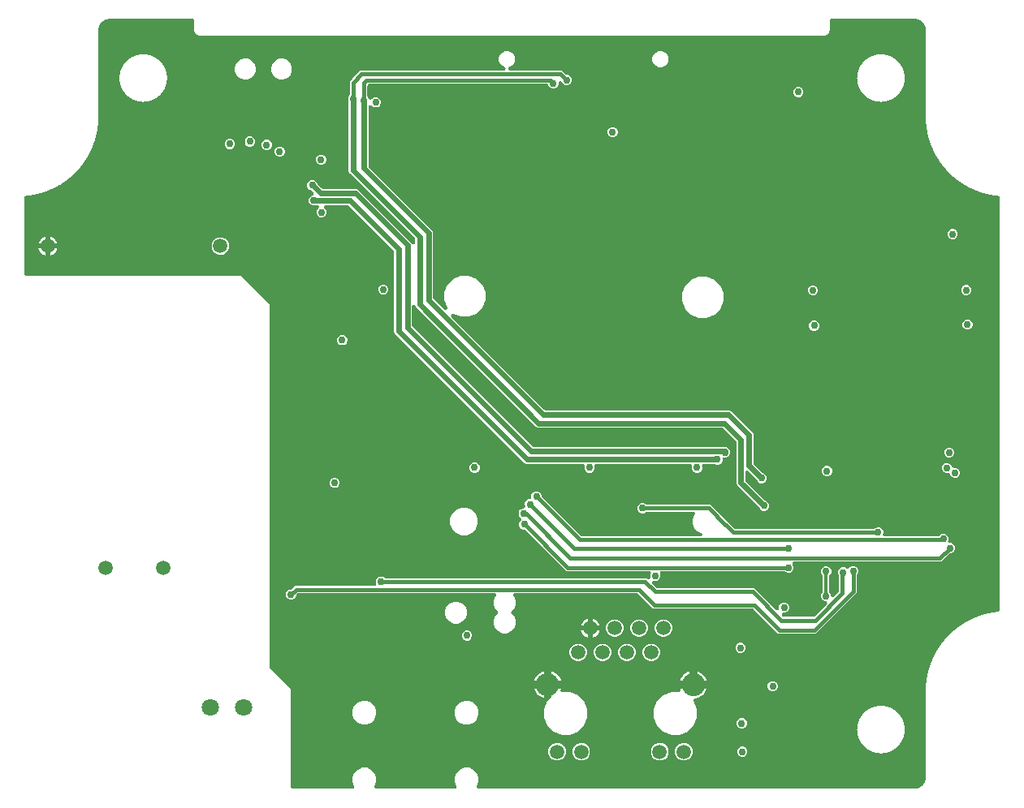
<source format=gbr>
G04 EAGLE Gerber RS-274X export*
G75*
%MOMM*%
%FSLAX34Y34*%
%LPD*%
%INCopper Layer 15*%
%IPPOS*%
%AMOC8*
5,1,8,0,0,1.08239X$1,22.5*%
G01*
%ADD10C,1.508000*%
%ADD11C,2.400000*%
%ADD12C,1.800000*%
%ADD13C,0.756400*%
%ADD14C,0.609600*%
%ADD15C,0.304800*%
%ADD16C,0.406400*%

G36*
X380944Y16492D02*
X380944Y16492D01*
X380957Y16491D01*
X381144Y16512D01*
X381331Y16531D01*
X381344Y16535D01*
X381357Y16536D01*
X381536Y16594D01*
X381716Y16649D01*
X381728Y16655D01*
X381741Y16659D01*
X381905Y16751D01*
X382070Y16841D01*
X382080Y16849D01*
X382092Y16856D01*
X382235Y16978D01*
X382379Y17098D01*
X382388Y17109D01*
X382398Y17117D01*
X382514Y17265D01*
X382632Y17412D01*
X382638Y17424D01*
X382646Y17434D01*
X382731Y17604D01*
X382817Y17769D01*
X382821Y17782D01*
X382827Y17794D01*
X382877Y17976D01*
X382929Y18156D01*
X382930Y18170D01*
X382933Y18183D01*
X382946Y18371D01*
X382962Y18558D01*
X382960Y18571D01*
X382961Y18584D01*
X382936Y18771D01*
X382915Y18957D01*
X382910Y18970D01*
X382909Y18983D01*
X382807Y19299D01*
X381049Y23543D01*
X381049Y28457D01*
X382930Y32996D01*
X386404Y36470D01*
X390943Y38351D01*
X395857Y38351D01*
X400396Y36470D01*
X403870Y32996D01*
X405751Y28457D01*
X405751Y23543D01*
X403993Y19299D01*
X403989Y19286D01*
X403983Y19275D01*
X403931Y19094D01*
X403876Y18914D01*
X403875Y18901D01*
X403871Y18888D01*
X403856Y18699D01*
X403838Y18513D01*
X403840Y18500D01*
X403838Y18486D01*
X403860Y18300D01*
X403880Y18113D01*
X403884Y18100D01*
X403885Y18087D01*
X403944Y17908D01*
X404000Y17728D01*
X404006Y17717D01*
X404010Y17704D01*
X404103Y17540D01*
X404193Y17375D01*
X404202Y17365D01*
X404208Y17353D01*
X404331Y17211D01*
X404452Y17067D01*
X404463Y17059D01*
X404471Y17048D01*
X404619Y16934D01*
X404767Y16816D01*
X404779Y16810D01*
X404789Y16802D01*
X404958Y16718D01*
X405125Y16632D01*
X405138Y16628D01*
X405150Y16622D01*
X405333Y16573D01*
X405512Y16522D01*
X405526Y16521D01*
X405539Y16518D01*
X405869Y16491D01*
X487531Y16491D01*
X487544Y16492D01*
X487557Y16491D01*
X487744Y16512D01*
X487931Y16531D01*
X487944Y16535D01*
X487957Y16536D01*
X488136Y16594D01*
X488316Y16649D01*
X488328Y16655D01*
X488341Y16659D01*
X488505Y16751D01*
X488670Y16841D01*
X488680Y16849D01*
X488692Y16856D01*
X488835Y16978D01*
X488979Y17098D01*
X488988Y17109D01*
X488998Y17117D01*
X489114Y17265D01*
X489232Y17412D01*
X489238Y17424D01*
X489246Y17434D01*
X489331Y17604D01*
X489417Y17769D01*
X489421Y17782D01*
X489427Y17794D01*
X489477Y17976D01*
X489529Y18156D01*
X489530Y18170D01*
X489533Y18183D01*
X489546Y18371D01*
X489562Y18558D01*
X489560Y18571D01*
X489561Y18584D01*
X489536Y18771D01*
X489515Y18957D01*
X489510Y18970D01*
X489509Y18983D01*
X489407Y19299D01*
X487649Y23543D01*
X487649Y28457D01*
X489530Y32996D01*
X493004Y36470D01*
X497543Y38351D01*
X502457Y38351D01*
X506996Y36470D01*
X510470Y32996D01*
X512351Y28457D01*
X512351Y23543D01*
X510593Y19299D01*
X510589Y19286D01*
X510583Y19275D01*
X510531Y19094D01*
X510476Y18914D01*
X510475Y18901D01*
X510471Y18888D01*
X510456Y18699D01*
X510438Y18513D01*
X510440Y18500D01*
X510438Y18486D01*
X510460Y18300D01*
X510480Y18113D01*
X510484Y18100D01*
X510485Y18087D01*
X510544Y17908D01*
X510600Y17728D01*
X510606Y17717D01*
X510610Y17704D01*
X510703Y17540D01*
X510793Y17375D01*
X510802Y17365D01*
X510808Y17353D01*
X510931Y17211D01*
X511052Y17067D01*
X511063Y17059D01*
X511071Y17048D01*
X511219Y16934D01*
X511367Y16816D01*
X511379Y16810D01*
X511389Y16802D01*
X511558Y16718D01*
X511725Y16632D01*
X511738Y16628D01*
X511750Y16622D01*
X511933Y16573D01*
X512112Y16522D01*
X512126Y16521D01*
X512139Y16518D01*
X512469Y16491D01*
X966875Y16491D01*
X966877Y16491D01*
X966881Y16491D01*
X966956Y16491D01*
X966962Y16492D01*
X966969Y16491D01*
X967031Y16492D01*
X967036Y16492D01*
X967043Y16492D01*
X967102Y16493D01*
X967107Y16493D01*
X967115Y16493D01*
X967174Y16494D01*
X967179Y16495D01*
X967186Y16495D01*
X967249Y16496D01*
X967254Y16497D01*
X967261Y16497D01*
X967319Y16499D01*
X967325Y16499D01*
X967332Y16499D01*
X967393Y16502D01*
X967398Y16502D01*
X967405Y16502D01*
X967463Y16505D01*
X967469Y16506D01*
X967477Y16505D01*
X967540Y16509D01*
X967546Y16510D01*
X967553Y16510D01*
X967609Y16513D01*
X967614Y16514D01*
X967620Y16514D01*
X967679Y16517D01*
X967685Y16518D01*
X967693Y16518D01*
X967757Y16523D01*
X967762Y16524D01*
X967768Y16524D01*
X967826Y16528D01*
X967831Y16529D01*
X967838Y16529D01*
X967899Y16534D01*
X967905Y16535D01*
X967912Y16535D01*
X967967Y16540D01*
X967973Y16542D01*
X967980Y16542D01*
X968045Y16548D01*
X968050Y16549D01*
X968057Y16549D01*
X968110Y16554D01*
X968115Y16556D01*
X968122Y16556D01*
X968189Y16563D01*
X968194Y16564D01*
X968201Y16564D01*
X968255Y16570D01*
X968260Y16572D01*
X968267Y16572D01*
X968332Y16580D01*
X968338Y16581D01*
X968344Y16581D01*
X968401Y16589D01*
X968407Y16590D01*
X968414Y16590D01*
X968470Y16598D01*
X968476Y16599D01*
X968482Y16599D01*
X968540Y16608D01*
X968546Y16609D01*
X968553Y16609D01*
X968616Y16619D01*
X968621Y16620D01*
X968628Y16620D01*
X968687Y16629D01*
X968692Y16631D01*
X968698Y16631D01*
X968759Y16641D01*
X968765Y16642D01*
X968772Y16643D01*
X968829Y16652D01*
X968834Y16654D01*
X968841Y16654D01*
X968897Y16664D01*
X968902Y16665D01*
X968908Y16666D01*
X968969Y16677D01*
X968974Y16678D01*
X968980Y16679D01*
X969041Y16690D01*
X969047Y16692D01*
X969054Y16692D01*
X969110Y16703D01*
X969116Y16705D01*
X969122Y16705D01*
X969180Y16717D01*
X969185Y16718D01*
X969191Y16719D01*
X969254Y16732D01*
X969259Y16733D01*
X969267Y16734D01*
X969319Y16745D01*
X969324Y16747D01*
X969331Y16748D01*
X969393Y16761D01*
X969399Y16763D01*
X969406Y16764D01*
X969461Y16776D01*
X969466Y16778D01*
X969472Y16779D01*
X969530Y16792D01*
X969535Y16794D01*
X969542Y16795D01*
X969605Y16810D01*
X969610Y16811D01*
X969616Y16812D01*
X969671Y16826D01*
X969676Y16828D01*
X969684Y16829D01*
X969740Y16843D01*
X969745Y16844D01*
X969750Y16845D01*
X969810Y16860D01*
X969816Y16863D01*
X969823Y16864D01*
X969880Y16879D01*
X969885Y16881D01*
X969891Y16882D01*
X969949Y16897D01*
X969954Y16899D01*
X969961Y16900D01*
X970018Y16916D01*
X970024Y16918D01*
X970031Y16920D01*
X970089Y16936D01*
X970094Y16938D01*
X970100Y16939D01*
X970156Y16955D01*
X970161Y16957D01*
X970168Y16959D01*
X970222Y16974D01*
X970227Y16976D01*
X970233Y16978D01*
X970291Y16995D01*
X970297Y16998D01*
X970304Y16999D01*
X970366Y17018D01*
X970371Y17020D01*
X970378Y17022D01*
X970431Y17039D01*
X970436Y17041D01*
X970442Y17042D01*
X970497Y17060D01*
X970502Y17062D01*
X970508Y17063D01*
X970567Y17083D01*
X970572Y17085D01*
X970579Y17086D01*
X970635Y17105D01*
X970640Y17108D01*
X970647Y17109D01*
X970704Y17129D01*
X970708Y17131D01*
X970714Y17132D01*
X970767Y17151D01*
X970773Y17153D01*
X970780Y17155D01*
X970837Y17176D01*
X970843Y17178D01*
X970849Y17180D01*
X970905Y17200D01*
X970910Y17202D01*
X970916Y17204D01*
X970972Y17224D01*
X970977Y17227D01*
X970984Y17229D01*
X971039Y17250D01*
X971044Y17252D01*
X971050Y17254D01*
X971107Y17276D01*
X971112Y17278D01*
X971119Y17280D01*
X971173Y17301D01*
X971178Y17304D01*
X971184Y17306D01*
X971240Y17328D01*
X971245Y17330D01*
X971251Y17332D01*
X971306Y17354D01*
X971311Y17357D01*
X971318Y17359D01*
X971373Y17382D01*
X971377Y17384D01*
X971383Y17386D01*
X971436Y17408D01*
X971441Y17411D01*
X971448Y17413D01*
X971504Y17437D01*
X971509Y17440D01*
X971516Y17442D01*
X971570Y17465D01*
X971574Y17468D01*
X971581Y17470D01*
X971634Y17494D01*
X971639Y17496D01*
X971645Y17498D01*
X971701Y17523D01*
X971706Y17526D01*
X971714Y17529D01*
X971768Y17554D01*
X971772Y17556D01*
X971779Y17559D01*
X971832Y17583D01*
X971837Y17586D01*
X971842Y17588D01*
X971894Y17612D01*
X971900Y17616D01*
X971907Y17618D01*
X971958Y17643D01*
X971962Y17645D01*
X971968Y17647D01*
X972026Y17676D01*
X972031Y17678D01*
X972037Y17681D01*
X972088Y17706D01*
X972093Y17709D01*
X972100Y17712D01*
X972152Y17738D01*
X972157Y17741D01*
X972163Y17743D01*
X972216Y17770D01*
X972221Y17773D01*
X972228Y17776D01*
X972284Y17805D01*
X972288Y17808D01*
X972295Y17810D01*
X972344Y17836D01*
X972348Y17839D01*
X972353Y17841D01*
X972408Y17870D01*
X972413Y17873D01*
X972420Y17877D01*
X972473Y17905D01*
X972477Y17908D01*
X972483Y17910D01*
X972535Y17938D01*
X972539Y17941D01*
X972545Y17944D01*
X972598Y17974D01*
X972603Y17977D01*
X972610Y17980D01*
X972659Y18008D01*
X972663Y18010D01*
X972669Y18013D01*
X972722Y18044D01*
X972727Y18047D01*
X972734Y18050D01*
X972784Y18079D01*
X972789Y18082D01*
X972794Y18085D01*
X972846Y18115D01*
X972851Y18119D01*
X972857Y18122D01*
X972906Y18151D01*
X972911Y18154D01*
X972917Y18158D01*
X972970Y18190D01*
X972975Y18193D01*
X972981Y18196D01*
X973030Y18226D01*
X973034Y18229D01*
X973040Y18232D01*
X973091Y18264D01*
X973096Y18268D01*
X973103Y18271D01*
X973153Y18303D01*
X973157Y18306D01*
X973163Y18309D01*
X973213Y18340D01*
X973217Y18344D01*
X973223Y18347D01*
X973275Y18380D01*
X973279Y18384D01*
X973285Y18387D01*
X973333Y18418D01*
X973338Y18422D01*
X973344Y18426D01*
X973395Y18459D01*
X973399Y18462D01*
X973404Y18465D01*
X973452Y18498D01*
X973457Y18501D01*
X973463Y18505D01*
X973517Y18541D01*
X973521Y18545D01*
X973527Y18548D01*
X973572Y18579D01*
X973577Y18583D01*
X973583Y18587D01*
X973632Y18621D01*
X973636Y18625D01*
X973642Y18628D01*
X973690Y18662D01*
X973694Y18666D01*
X973700Y18669D01*
X973748Y18703D01*
X973752Y18707D01*
X973759Y18711D01*
X973808Y18747D01*
X973812Y18751D01*
X973818Y18754D01*
X973866Y18789D01*
X973870Y18793D01*
X973876Y18796D01*
X973924Y18833D01*
X973928Y18836D01*
X973934Y18840D01*
X973980Y18874D01*
X973984Y18878D01*
X973990Y18882D01*
X974039Y18920D01*
X974044Y18924D01*
X974050Y18928D01*
X974097Y18964D01*
X974100Y18967D01*
X974105Y18970D01*
X974152Y19007D01*
X974157Y19012D01*
X974163Y19016D01*
X974207Y19051D01*
X974211Y19055D01*
X974217Y19059D01*
X974268Y19100D01*
X974272Y19103D01*
X974277Y19107D01*
X974322Y19143D01*
X974326Y19147D01*
X974332Y19151D01*
X974376Y19188D01*
X974380Y19192D01*
X974385Y19195D01*
X974434Y19236D01*
X974439Y19241D01*
X974444Y19245D01*
X974488Y19281D01*
X974491Y19285D01*
X974496Y19289D01*
X974544Y19329D01*
X974548Y19334D01*
X974554Y19338D01*
X974598Y19376D01*
X974602Y19381D01*
X974608Y19385D01*
X974653Y19424D01*
X974656Y19427D01*
X974661Y19431D01*
X974710Y19475D01*
X974714Y19479D01*
X974721Y19484D01*
X974761Y19520D01*
X974765Y19525D01*
X974770Y19529D01*
X974815Y19569D01*
X974819Y19573D01*
X974824Y19578D01*
X974867Y19617D01*
X974871Y19622D01*
X974876Y19626D01*
X974923Y19670D01*
X974927Y19674D01*
X974932Y19678D01*
X974976Y19719D01*
X974980Y19724D01*
X974985Y19728D01*
X975027Y19768D01*
X975031Y19772D01*
X975036Y19777D01*
X975080Y19819D01*
X975084Y19824D01*
X975089Y19828D01*
X975133Y19871D01*
X975137Y19875D01*
X975142Y19880D01*
X975181Y19919D01*
X975185Y19923D01*
X975191Y19928D01*
X975226Y19964D01*
X975230Y19968D01*
X975236Y19973D01*
X975280Y20018D01*
X975283Y20023D01*
X975288Y20027D01*
X975329Y20069D01*
X975333Y20074D01*
X975339Y20079D01*
X975382Y20125D01*
X975386Y20129D01*
X975390Y20133D01*
X975429Y20174D01*
X975432Y20179D01*
X975438Y20184D01*
X975482Y20231D01*
X975485Y20235D01*
X975489Y20239D01*
X975528Y20280D01*
X975531Y20285D01*
X975537Y20290D01*
X975579Y20337D01*
X975583Y20341D01*
X975588Y20346D01*
X975626Y20388D01*
X975629Y20393D01*
X975634Y20398D01*
X975676Y20444D01*
X975679Y20449D01*
X975684Y20454D01*
X975722Y20497D01*
X975725Y20502D01*
X975730Y20507D01*
X975770Y20553D01*
X975773Y20557D01*
X975779Y20563D01*
X975817Y20608D01*
X975820Y20611D01*
X975824Y20616D01*
X975862Y20661D01*
X975866Y20666D01*
X975871Y20672D01*
X975911Y20719D01*
X975914Y20724D01*
X975919Y20729D01*
X975954Y20772D01*
X975957Y20776D01*
X975961Y20780D01*
X976001Y20829D01*
X976005Y20834D01*
X976010Y20840D01*
X976046Y20885D01*
X976049Y20889D01*
X976053Y20893D01*
X976091Y20942D01*
X976094Y20947D01*
X976100Y20952D01*
X976138Y21001D01*
X976141Y21006D01*
X976146Y21012D01*
X976179Y21055D01*
X976182Y21060D01*
X976186Y21064D01*
X976223Y21112D01*
X976226Y21117D01*
X976231Y21122D01*
X976267Y21171D01*
X976270Y21175D01*
X976275Y21180D01*
X976310Y21228D01*
X976312Y21232D01*
X976316Y21237D01*
X976353Y21286D01*
X976356Y21292D01*
X976361Y21298D01*
X976395Y21344D01*
X976397Y21348D01*
X976401Y21353D01*
X976435Y21400D01*
X976438Y21406D01*
X976443Y21412D01*
X976479Y21462D01*
X976482Y21467D01*
X976486Y21472D01*
X976518Y21517D01*
X976520Y21522D01*
X976525Y21528D01*
X976561Y21580D01*
X976564Y21585D01*
X976568Y21591D01*
X976600Y21638D01*
X976603Y21643D01*
X976607Y21648D01*
X976639Y21697D01*
X976642Y21702D01*
X976647Y21707D01*
X976680Y21758D01*
X976682Y21762D01*
X976686Y21767D01*
X976719Y21817D01*
X976722Y21823D01*
X976726Y21828D01*
X976758Y21877D01*
X976760Y21882D01*
X976764Y21888D01*
X976796Y21938D01*
X976799Y21943D01*
X976803Y21948D01*
X976835Y22000D01*
X976838Y22005D01*
X976842Y22011D01*
X976871Y22058D01*
X976874Y22063D01*
X976877Y22068D01*
X976910Y22122D01*
X976913Y22128D01*
X976917Y22134D01*
X976945Y22181D01*
X976948Y22185D01*
X976951Y22191D01*
X976983Y22243D01*
X976985Y22248D01*
X976989Y22254D01*
X977021Y22308D01*
X977023Y22314D01*
X977028Y22320D01*
X977054Y22366D01*
X977056Y22370D01*
X977059Y22375D01*
X977091Y22430D01*
X977093Y22435D01*
X977097Y22441D01*
X977126Y22492D01*
X977128Y22498D01*
X977132Y22504D01*
X977161Y22557D01*
X977163Y22561D01*
X977167Y22567D01*
X977193Y22614D01*
X977195Y22620D01*
X977199Y22626D01*
X977228Y22680D01*
X977230Y22685D01*
X977233Y22690D01*
X977261Y22743D01*
X977264Y22748D01*
X977267Y22754D01*
X977295Y22808D01*
X977297Y22813D01*
X977301Y22819D01*
X977327Y22870D01*
X977329Y22875D01*
X977333Y22881D01*
X977359Y22932D01*
X977361Y22938D01*
X977365Y22944D01*
X977391Y22998D01*
X977393Y23003D01*
X977397Y23008D01*
X977423Y23062D01*
X977425Y23068D01*
X977429Y23074D01*
X977455Y23127D01*
X977456Y23133D01*
X977460Y23138D01*
X977485Y23191D01*
X977487Y23196D01*
X977490Y23202D01*
X977515Y23255D01*
X977517Y23260D01*
X977520Y23266D01*
X977544Y23318D01*
X977546Y23323D01*
X977549Y23330D01*
X977576Y23388D01*
X977577Y23393D01*
X977580Y23398D01*
X977603Y23450D01*
X977605Y23456D01*
X977609Y23462D01*
X977632Y23516D01*
X977634Y23521D01*
X977637Y23527D01*
X977661Y23583D01*
X977663Y23589D01*
X977666Y23595D01*
X977689Y23647D01*
X977690Y23652D01*
X977693Y23658D01*
X977716Y23713D01*
X977718Y23719D01*
X977721Y23724D01*
X977743Y23780D01*
X977745Y23785D01*
X977748Y23791D01*
X977770Y23844D01*
X977771Y23851D01*
X977775Y23858D01*
X977797Y23914D01*
X977798Y23918D01*
X977801Y23923D01*
X977823Y23980D01*
X977824Y23986D01*
X977827Y23992D01*
X977848Y24045D01*
X977849Y24051D01*
X977853Y24058D01*
X977873Y24112D01*
X977874Y24116D01*
X977877Y24122D01*
X977898Y24180D01*
X977899Y24186D01*
X977902Y24192D01*
X977922Y24247D01*
X977923Y24253D01*
X977926Y24259D01*
X977946Y24313D01*
X977947Y24318D01*
X977949Y24324D01*
X977970Y24384D01*
X977971Y24389D01*
X977974Y24394D01*
X977992Y24448D01*
X977993Y24454D01*
X977996Y24461D01*
X978014Y24515D01*
X978016Y24520D01*
X978018Y24527D01*
X978038Y24587D01*
X978039Y24592D01*
X978041Y24598D01*
X978060Y24655D01*
X978061Y24661D01*
X978064Y24667D01*
X978081Y24723D01*
X978082Y24728D01*
X978085Y24735D01*
X978101Y24788D01*
X978102Y24794D01*
X978105Y24800D01*
X978123Y24860D01*
X978124Y24866D01*
X978126Y24872D01*
X978142Y24925D01*
X978143Y24930D01*
X978145Y24936D01*
X978163Y24998D01*
X978164Y25004D01*
X978166Y25011D01*
X978181Y25064D01*
X978182Y25069D01*
X978184Y25075D01*
X978201Y25134D01*
X978202Y25140D01*
X978204Y25147D01*
X978219Y25203D01*
X978220Y25208D01*
X978222Y25214D01*
X978237Y25272D01*
X978238Y25278D01*
X978241Y25286D01*
X978255Y25342D01*
X978256Y25347D01*
X978257Y25353D01*
X978273Y25415D01*
X978274Y25421D01*
X978276Y25428D01*
X978288Y25478D01*
X978289Y25484D01*
X978291Y25491D01*
X978306Y25553D01*
X978306Y25559D01*
X978309Y25565D01*
X978321Y25622D01*
X978322Y25627D01*
X978324Y25633D01*
X978337Y25691D01*
X978338Y25697D01*
X978340Y25704D01*
X978352Y25762D01*
X978353Y25766D01*
X978354Y25772D01*
X978366Y25830D01*
X978367Y25836D01*
X978369Y25844D01*
X978381Y25904D01*
X978382Y25909D01*
X978384Y25915D01*
X978394Y25970D01*
X978395Y25976D01*
X978397Y25983D01*
X978409Y26047D01*
X978410Y26053D01*
X978411Y26059D01*
X978421Y26114D01*
X978422Y26120D01*
X978424Y26126D01*
X978434Y26185D01*
X978434Y26191D01*
X978436Y26198D01*
X978446Y26255D01*
X978446Y26260D01*
X978448Y26267D01*
X978458Y26328D01*
X978458Y26334D01*
X978460Y26341D01*
X978469Y26396D01*
X978469Y26402D01*
X978471Y26409D01*
X978481Y26473D01*
X978481Y26478D01*
X978482Y26484D01*
X978490Y26540D01*
X978491Y26546D01*
X978492Y26553D01*
X978500Y26610D01*
X978500Y26615D01*
X978502Y26621D01*
X978510Y26683D01*
X978510Y26690D01*
X978512Y26698D01*
X978519Y26755D01*
X978519Y26760D01*
X978521Y26767D01*
X978528Y26827D01*
X978528Y26832D01*
X978529Y26838D01*
X978536Y26898D01*
X978536Y26905D01*
X978538Y26912D01*
X978544Y26968D01*
X978544Y26974D01*
X978545Y26981D01*
X978551Y27044D01*
X978551Y27049D01*
X978553Y27056D01*
X978558Y27115D01*
X978558Y27121D01*
X978560Y27128D01*
X978565Y27190D01*
X978565Y27195D01*
X978566Y27201D01*
X978571Y27258D01*
X978571Y27264D01*
X978572Y27272D01*
X978576Y27331D01*
X978576Y27336D01*
X978577Y27343D01*
X978582Y27405D01*
X978582Y27410D01*
X978583Y27417D01*
X978586Y27475D01*
X978586Y27481D01*
X978587Y27488D01*
X978591Y27548D01*
X978590Y27554D01*
X978591Y27561D01*
X978595Y27621D01*
X978594Y27626D01*
X978595Y27633D01*
X978598Y27693D01*
X978598Y27699D01*
X978598Y27706D01*
X978601Y27764D01*
X978600Y27771D01*
X978601Y27778D01*
X978603Y27840D01*
X978603Y27845D01*
X978604Y27851D01*
X978605Y27911D01*
X978605Y27917D01*
X978606Y27924D01*
X978607Y27986D01*
X978607Y27991D01*
X978607Y27998D01*
X978608Y28057D01*
X978608Y28062D01*
X978608Y28069D01*
X978609Y28131D01*
X978608Y28137D01*
X978609Y28144D01*
X978609Y28219D01*
X978609Y28222D01*
X978609Y28225D01*
X978609Y117320D01*
X978607Y117347D01*
X978609Y117374D01*
X978604Y117415D01*
X978609Y118257D01*
X978609Y118262D01*
X978609Y118269D01*
X978609Y118353D01*
X978608Y118367D01*
X978609Y118382D01*
X978601Y118470D01*
X978609Y118919D01*
X978608Y118936D01*
X978609Y118957D01*
X978609Y119459D01*
X978609Y119461D01*
X978609Y119463D01*
X978607Y119490D01*
X978609Y119517D01*
X978609Y119989D01*
X978631Y120179D01*
X978634Y120294D01*
X978634Y120306D01*
X978635Y120320D01*
X978637Y120435D01*
X978636Y120444D01*
X978637Y120453D01*
X978632Y120532D01*
X978643Y120799D01*
X978642Y120821D01*
X978645Y120849D01*
X978650Y121122D01*
X978661Y121212D01*
X978666Y121328D01*
X978666Y121339D01*
X978667Y121353D01*
X978671Y121466D01*
X978670Y121475D01*
X978671Y121483D01*
X978666Y121562D01*
X978681Y121829D01*
X978680Y121852D01*
X978683Y121880D01*
X978692Y122154D01*
X978704Y122244D01*
X978711Y122358D01*
X978710Y122369D01*
X978712Y122382D01*
X978717Y122494D01*
X978716Y122503D01*
X978718Y122512D01*
X978714Y122592D01*
X978732Y122860D01*
X978731Y122882D01*
X978735Y122910D01*
X978747Y123184D01*
X978760Y123273D01*
X978768Y123386D01*
X978768Y123397D01*
X978770Y123411D01*
X978776Y123522D01*
X978775Y123530D01*
X978777Y123538D01*
X978774Y123618D01*
X978795Y123887D01*
X978795Y123910D01*
X978799Y123937D01*
X978814Y124212D01*
X978829Y124301D01*
X978838Y124413D01*
X978838Y124424D01*
X978840Y124437D01*
X978847Y124547D01*
X978847Y124556D01*
X978848Y124565D01*
X978847Y124645D01*
X978871Y124913D01*
X978871Y124935D01*
X978876Y124963D01*
X978894Y125238D01*
X978910Y125327D01*
X978920Y125437D01*
X978920Y125449D01*
X978922Y125462D01*
X978931Y125570D01*
X978931Y125579D01*
X978933Y125588D01*
X978932Y125668D01*
X978960Y125936D01*
X978960Y125958D01*
X978965Y125986D01*
X978987Y126261D01*
X979004Y126351D01*
X979015Y126459D01*
X979015Y126470D01*
X979018Y126484D01*
X979028Y126592D01*
X979028Y126600D01*
X979029Y126608D01*
X979029Y126689D01*
X979061Y126958D01*
X979062Y126980D01*
X979066Y127008D01*
X979092Y127283D01*
X979110Y127372D01*
X979123Y127480D01*
X979123Y127492D01*
X979126Y127505D01*
X979137Y127611D01*
X979137Y127620D01*
X979138Y127628D01*
X979140Y127708D01*
X979175Y127978D01*
X979175Y128000D01*
X979181Y128027D01*
X979210Y128302D01*
X979229Y128392D01*
X979243Y128498D01*
X979243Y128509D01*
X979246Y128523D01*
X979258Y128628D01*
X979258Y128637D01*
X979260Y128645D01*
X979262Y128726D01*
X979301Y128994D01*
X979302Y129017D01*
X979307Y129044D01*
X979340Y129319D01*
X979360Y129408D01*
X979375Y129515D01*
X979376Y129526D01*
X979379Y129539D01*
X979392Y129643D01*
X979392Y129651D01*
X979394Y129660D01*
X979397Y129740D01*
X979439Y130008D01*
X979440Y130030D01*
X979446Y130058D01*
X979482Y130334D01*
X979504Y130423D01*
X979520Y130526D01*
X979520Y130537D01*
X979523Y130551D01*
X979538Y130655D01*
X979539Y130663D01*
X979540Y130671D01*
X979545Y130751D01*
X979590Y131020D01*
X979591Y131042D01*
X979598Y131069D01*
X979637Y131346D01*
X979659Y131434D01*
X979677Y131538D01*
X979678Y131549D01*
X979681Y131563D01*
X979697Y131664D01*
X979697Y131673D01*
X979699Y131681D01*
X979704Y131762D01*
X979753Y132032D01*
X979755Y132054D01*
X979762Y132081D01*
X979804Y132355D01*
X979828Y132443D01*
X979846Y132545D01*
X979847Y132556D01*
X979850Y132570D01*
X979867Y132671D01*
X979868Y132680D01*
X979870Y132688D01*
X979876Y132768D01*
X979928Y133034D01*
X979930Y133057D01*
X979937Y133083D01*
X979983Y133361D01*
X980008Y133450D01*
X980028Y133551D01*
X980029Y133562D01*
X980032Y133575D01*
X980050Y133675D01*
X980051Y133683D01*
X980053Y133692D01*
X980061Y133772D01*
X980116Y134042D01*
X980118Y134064D01*
X980126Y134091D01*
X980175Y134365D01*
X980201Y134452D01*
X980221Y134551D01*
X980222Y134563D01*
X980226Y134577D01*
X980246Y134677D01*
X980246Y134685D01*
X980249Y134693D01*
X980257Y134773D01*
X980315Y135040D01*
X980318Y135062D01*
X980325Y135089D01*
X980379Y135364D01*
X980406Y135452D01*
X980427Y135552D01*
X980429Y135563D01*
X980433Y135576D01*
X980453Y135674D01*
X980454Y135683D01*
X980456Y135691D01*
X980465Y135771D01*
X980527Y136038D01*
X980530Y136060D01*
X980538Y136086D01*
X980595Y136362D01*
X980623Y136449D01*
X980645Y136546D01*
X980647Y136558D01*
X980651Y136571D01*
X980672Y136670D01*
X980673Y136678D01*
X980676Y136686D01*
X980686Y136766D01*
X980751Y137033D01*
X980754Y137055D01*
X980762Y137081D01*
X980823Y137356D01*
X980852Y137443D01*
X980875Y137541D01*
X980877Y137551D01*
X980881Y137564D01*
X980904Y137661D01*
X980905Y137669D01*
X980907Y137678D01*
X980918Y137758D01*
X980987Y138024D01*
X980991Y138046D01*
X980999Y138073D01*
X981062Y138346D01*
X981093Y138433D01*
X981118Y138530D01*
X981119Y138540D01*
X981124Y138553D01*
X981147Y138650D01*
X981148Y138659D01*
X981151Y138667D01*
X981163Y138746D01*
X981235Y139011D01*
X981239Y139033D01*
X981247Y139060D01*
X981314Y139333D01*
X981346Y139419D01*
X981371Y139514D01*
X981373Y139525D01*
X981378Y139538D01*
X981403Y139635D01*
X981404Y139644D01*
X981407Y139652D01*
X981420Y139731D01*
X981495Y139995D01*
X981499Y140017D01*
X981508Y140044D01*
X981578Y140316D01*
X981610Y140402D01*
X981637Y140497D01*
X981639Y140508D01*
X981644Y140521D01*
X981670Y140616D01*
X981671Y140625D01*
X981675Y140634D01*
X981688Y140712D01*
X981766Y140975D01*
X981770Y140997D01*
X981780Y141023D01*
X981854Y141296D01*
X981887Y141382D01*
X981915Y141476D01*
X981917Y141487D01*
X981922Y141500D01*
X981949Y141594D01*
X981950Y141602D01*
X981954Y141611D01*
X981969Y141690D01*
X982051Y141955D01*
X982055Y141977D01*
X982065Y142003D01*
X982142Y142272D01*
X982176Y142357D01*
X982205Y142451D01*
X982207Y142462D01*
X982212Y142475D01*
X982240Y142569D01*
X982242Y142577D01*
X982245Y142585D01*
X982261Y142663D01*
X982345Y142925D01*
X982350Y142946D01*
X982360Y142972D01*
X982441Y143243D01*
X982476Y143329D01*
X982507Y143422D01*
X982509Y143433D01*
X982514Y143446D01*
X982543Y143538D01*
X982545Y143547D01*
X982548Y143555D01*
X982565Y143635D01*
X982654Y143897D01*
X982659Y143919D01*
X982669Y143945D01*
X982752Y144212D01*
X982788Y144296D01*
X982820Y144389D01*
X982822Y144400D01*
X982828Y144412D01*
X982857Y144505D01*
X982859Y144513D01*
X982863Y144521D01*
X982880Y144599D01*
X982971Y144858D01*
X982977Y144880D01*
X982987Y144906D01*
X983075Y145175D01*
X983112Y145259D01*
X983144Y145350D01*
X983147Y145361D01*
X983152Y145374D01*
X983184Y145466D01*
X983186Y145475D01*
X983189Y145484D01*
X983208Y145562D01*
X983303Y145822D01*
X983309Y145843D01*
X983320Y145869D01*
X983410Y146136D01*
X983448Y146218D01*
X983481Y146311D01*
X983484Y146322D01*
X983490Y146335D01*
X983522Y146425D01*
X983524Y146433D01*
X983527Y146441D01*
X983547Y146519D01*
X983645Y146778D01*
X983651Y146799D01*
X983662Y146825D01*
X983756Y147090D01*
X983795Y147174D01*
X983829Y147264D01*
X983832Y147275D01*
X983838Y147288D01*
X983871Y147378D01*
X983873Y147386D01*
X983877Y147394D01*
X983898Y147472D01*
X983999Y147730D01*
X984005Y147751D01*
X984017Y147776D01*
X984113Y148042D01*
X984154Y148124D01*
X984189Y148215D01*
X984192Y148225D01*
X984198Y148237D01*
X984232Y148327D01*
X984235Y148336D01*
X984239Y148344D01*
X984260Y148422D01*
X984365Y148679D01*
X984371Y148700D01*
X984383Y148725D01*
X984483Y148988D01*
X984524Y149069D01*
X984560Y149158D01*
X984563Y149169D01*
X984570Y149182D01*
X984605Y149273D01*
X984607Y149281D01*
X984611Y149288D01*
X984634Y149365D01*
X984740Y149619D01*
X984747Y149640D01*
X984759Y149665D01*
X984863Y149929D01*
X984906Y150011D01*
X984943Y150100D01*
X984947Y150111D01*
X984953Y150123D01*
X984989Y150212D01*
X984992Y150221D01*
X984995Y150228D01*
X985019Y150306D01*
X985130Y150561D01*
X985137Y150582D01*
X985150Y150607D01*
X985255Y150867D01*
X985299Y150947D01*
X985337Y151036D01*
X985341Y151047D01*
X985347Y151059D01*
X985385Y151148D01*
X985387Y151156D01*
X985391Y151164D01*
X985416Y151241D01*
X985529Y151492D01*
X985536Y151513D01*
X985549Y151537D01*
X985659Y151798D01*
X985703Y151879D01*
X985743Y151967D01*
X985747Y151978D01*
X985753Y151990D01*
X985792Y152078D01*
X985794Y152087D01*
X985799Y152095D01*
X985824Y152171D01*
X985941Y152423D01*
X985948Y152443D01*
X985961Y152468D01*
X986074Y152726D01*
X986119Y152806D01*
X986160Y152893D01*
X986164Y152903D01*
X986170Y152915D01*
X986210Y153004D01*
X986213Y153013D01*
X986217Y153021D01*
X986244Y153096D01*
X986363Y153344D01*
X986370Y153365D01*
X986384Y153389D01*
X986500Y153648D01*
X986546Y153727D01*
X986588Y153814D01*
X986592Y153825D01*
X986599Y153837D01*
X986640Y153925D01*
X986643Y153933D01*
X986647Y153941D01*
X986674Y154016D01*
X986797Y154265D01*
X986805Y154286D01*
X986819Y154310D01*
X986937Y154564D01*
X986985Y154643D01*
X987027Y154729D01*
X987031Y154740D01*
X987038Y154752D01*
X987081Y154840D01*
X987084Y154849D01*
X987088Y154856D01*
X987116Y154931D01*
X987241Y155176D01*
X987249Y155196D01*
X987263Y155220D01*
X987386Y155476D01*
X987434Y155554D01*
X987479Y155641D01*
X987483Y155652D01*
X987490Y155663D01*
X987533Y155750D01*
X987536Y155758D01*
X987541Y155766D01*
X987570Y155841D01*
X987699Y156087D01*
X987707Y156107D01*
X987721Y156131D01*
X987846Y156383D01*
X987895Y156460D01*
X987941Y156547D01*
X987945Y156557D01*
X987952Y156568D01*
X987996Y156655D01*
X988000Y156663D01*
X988004Y156671D01*
X988034Y156745D01*
X988165Y156988D01*
X988174Y157008D01*
X988189Y157032D01*
X988317Y157283D01*
X988367Y157360D01*
X988413Y157445D01*
X988418Y157456D01*
X988425Y157467D01*
X988471Y157555D01*
X988474Y157563D01*
X988479Y157570D01*
X988510Y157644D01*
X988644Y157885D01*
X988653Y157906D01*
X988668Y157929D01*
X988799Y158178D01*
X988850Y158255D01*
X988898Y158340D01*
X988902Y158350D01*
X988910Y158362D01*
X988956Y158448D01*
X988960Y158457D01*
X988965Y158464D01*
X988997Y158538D01*
X989134Y158776D01*
X989143Y158797D01*
X989158Y158820D01*
X989292Y159068D01*
X989344Y159144D01*
X989393Y159229D01*
X989398Y159239D01*
X989405Y159251D01*
X989453Y159336D01*
X989457Y159345D01*
X989462Y159352D01*
X989495Y159426D01*
X989635Y159663D01*
X989644Y159683D01*
X989659Y159706D01*
X989796Y159951D01*
X989849Y160026D01*
X989898Y160110D01*
X989903Y160121D01*
X989911Y160132D01*
X989961Y160219D01*
X989965Y160227D01*
X989970Y160234D01*
X990003Y160307D01*
X990145Y160541D01*
X990155Y160561D01*
X990170Y160584D01*
X990311Y160829D01*
X990365Y160903D01*
X990417Y160988D01*
X990421Y160999D01*
X990429Y161010D01*
X990480Y161095D01*
X990483Y161103D01*
X990489Y161110D01*
X990523Y161183D01*
X990669Y161418D01*
X990679Y161438D01*
X990695Y161460D01*
X990837Y161701D01*
X990891Y161774D01*
X990944Y161859D01*
X990950Y161869D01*
X990958Y161881D01*
X991010Y161966D01*
X991013Y161974D01*
X991018Y161980D01*
X991053Y162053D01*
X991202Y162284D01*
X991212Y162304D01*
X991228Y162326D01*
X991373Y162566D01*
X991429Y162639D01*
X991483Y162723D01*
X991488Y162734D01*
X991497Y162745D01*
X991550Y162831D01*
X991554Y162838D01*
X991559Y162845D01*
X991595Y162917D01*
X991746Y163146D01*
X991756Y163166D01*
X991773Y163188D01*
X991921Y163426D01*
X991978Y163498D01*
X992033Y163582D01*
X992038Y163592D01*
X992047Y163603D01*
X992102Y163689D01*
X992105Y163696D01*
X992110Y163703D01*
X992148Y163774D01*
X992301Y164001D01*
X992311Y164021D01*
X992328Y164043D01*
X992480Y164279D01*
X992537Y164350D01*
X992594Y164434D01*
X992599Y164444D01*
X992607Y164455D01*
X992664Y164540D01*
X992668Y164548D01*
X992673Y164555D01*
X992711Y164626D01*
X992867Y164850D01*
X992878Y164870D01*
X992895Y164892D01*
X993049Y165126D01*
X993106Y165196D01*
X993164Y165279D01*
X993170Y165289D01*
X993179Y165300D01*
X993237Y165386D01*
X993241Y165394D01*
X993247Y165401D01*
X993285Y165471D01*
X993444Y165694D01*
X993455Y165714D01*
X993473Y165735D01*
X993628Y165966D01*
X993687Y166035D01*
X993747Y166120D01*
X993753Y166130D01*
X993762Y166140D01*
X993821Y166225D01*
X993825Y166232D01*
X993830Y166239D01*
X993870Y166309D01*
X994030Y166528D01*
X994042Y166548D01*
X994059Y166569D01*
X994219Y166799D01*
X994278Y166868D01*
X994339Y166951D01*
X994345Y166961D01*
X994354Y166972D01*
X994415Y167057D01*
X994419Y167065D01*
X994425Y167071D01*
X994465Y167140D01*
X994629Y167359D01*
X994641Y167378D01*
X994659Y167399D01*
X994820Y167626D01*
X994881Y167694D01*
X994943Y167778D01*
X994949Y167787D01*
X994958Y167797D01*
X995020Y167882D01*
X995024Y167890D01*
X995030Y167897D01*
X995072Y167966D01*
X995238Y168182D01*
X995250Y168201D01*
X995268Y168222D01*
X995431Y168446D01*
X995493Y168513D01*
X995557Y168596D01*
X995563Y168606D01*
X995572Y168616D01*
X995636Y168701D01*
X995640Y168708D01*
X995645Y168715D01*
X995688Y168783D01*
X995856Y168996D01*
X995868Y169015D01*
X995887Y169036D01*
X996053Y169258D01*
X996115Y169325D01*
X996181Y169409D01*
X996188Y169418D01*
X996197Y169429D01*
X996262Y169513D01*
X996266Y169520D01*
X996272Y169526D01*
X996315Y169594D01*
X996486Y169806D01*
X996498Y169824D01*
X996517Y169845D01*
X996686Y170064D01*
X996748Y170130D01*
X996816Y170213D01*
X996822Y170223D01*
X996832Y170233D01*
X996898Y170318D01*
X996903Y170325D01*
X996909Y170331D01*
X996953Y170398D01*
X997126Y170606D01*
X997138Y170625D01*
X997157Y170646D01*
X997328Y170862D01*
X997392Y170927D01*
X997461Y171011D01*
X997467Y171020D01*
X997477Y171030D01*
X997545Y171115D01*
X997550Y171122D01*
X997557Y171129D01*
X997601Y171195D01*
X997775Y171400D01*
X997788Y171418D01*
X997807Y171439D01*
X997981Y171654D01*
X998046Y171718D01*
X998115Y171800D01*
X998122Y171809D01*
X998131Y171818D01*
X998203Y171905D01*
X998208Y171912D01*
X998214Y171919D01*
X998259Y171984D01*
X998436Y172187D01*
X998449Y172205D01*
X998469Y172225D01*
X998645Y172438D01*
X998710Y172501D01*
X998783Y172585D01*
X998789Y172594D01*
X998799Y172603D01*
X998871Y172688D01*
X998876Y172695D01*
X998882Y172701D01*
X998928Y172766D01*
X999108Y172967D01*
X999121Y172985D01*
X999141Y173005D01*
X999319Y173214D01*
X999384Y173276D01*
X999459Y173360D01*
X999466Y173369D01*
X999476Y173379D01*
X999549Y173463D01*
X999554Y173470D01*
X999560Y173476D01*
X999607Y173541D01*
X999789Y173739D01*
X999803Y173757D01*
X999823Y173777D01*
X1000003Y173983D01*
X1000069Y174044D01*
X1000146Y174128D01*
X1000152Y174137D01*
X1000162Y174146D01*
X1000238Y174230D01*
X1000243Y174237D01*
X1000249Y174243D01*
X1000297Y174307D01*
X1000480Y174503D01*
X1000494Y174520D01*
X1000514Y174540D01*
X1000697Y174744D01*
X1000764Y174804D01*
X1000842Y174887D01*
X1000849Y174896D01*
X1000859Y174906D01*
X1000936Y174990D01*
X1000941Y174997D01*
X1000948Y175003D01*
X1000996Y175066D01*
X1001182Y175259D01*
X1001196Y175277D01*
X1001217Y175296D01*
X1001401Y175497D01*
X1001431Y175523D01*
X1001446Y175536D01*
X1001448Y175538D01*
X1001469Y175557D01*
X1001548Y175639D01*
X1001555Y175648D01*
X1001565Y175657D01*
X1001645Y175742D01*
X1001651Y175749D01*
X1001657Y175755D01*
X1001706Y175818D01*
X1001893Y176007D01*
X1001907Y176024D01*
X1001928Y176043D01*
X1002115Y176242D01*
X1002184Y176301D01*
X1002266Y176384D01*
X1002273Y176393D01*
X1002284Y176403D01*
X1002365Y176487D01*
X1002370Y176493D01*
X1002376Y176498D01*
X1002426Y176561D01*
X1002616Y176748D01*
X1002630Y176766D01*
X1002651Y176784D01*
X1002840Y176979D01*
X1002909Y177037D01*
X1002992Y177120D01*
X1003000Y177129D01*
X1003010Y177138D01*
X1003093Y177221D01*
X1003098Y177228D01*
X1003105Y177234D01*
X1003155Y177295D01*
X1003346Y177479D01*
X1003360Y177496D01*
X1003382Y177514D01*
X1003573Y177708D01*
X1003643Y177765D01*
X1003727Y177846D01*
X1003735Y177855D01*
X1003746Y177864D01*
X1003829Y177946D01*
X1003834Y177953D01*
X1003841Y177958D01*
X1003892Y178019D01*
X1004087Y178202D01*
X1004102Y178219D01*
X1004123Y178237D01*
X1004317Y178428D01*
X1004388Y178485D01*
X1004473Y178565D01*
X1004480Y178573D01*
X1004491Y178582D01*
X1004573Y178661D01*
X1004579Y178668D01*
X1004585Y178673D01*
X1004638Y178733D01*
X1004834Y178913D01*
X1004849Y178930D01*
X1004871Y178948D01*
X1005068Y179138D01*
X1005140Y179194D01*
X1005224Y179271D01*
X1005232Y179280D01*
X1005243Y179288D01*
X1005326Y179366D01*
X1005331Y179372D01*
X1005338Y179377D01*
X1005391Y179437D01*
X1005591Y179616D01*
X1005606Y179633D01*
X1005628Y179650D01*
X1005827Y179838D01*
X1005900Y179892D01*
X1005984Y179968D01*
X1005992Y179976D01*
X1006003Y179985D01*
X1006086Y180061D01*
X1006091Y180067D01*
X1006098Y180072D01*
X1006152Y180131D01*
X1006353Y180307D01*
X1006369Y180324D01*
X1006391Y180341D01*
X1006594Y180527D01*
X1006667Y180581D01*
X1006752Y180655D01*
X1006759Y180663D01*
X1006770Y180671D01*
X1006853Y180745D01*
X1006859Y180752D01*
X1006866Y180757D01*
X1006921Y180815D01*
X1007126Y180990D01*
X1007141Y181006D01*
X1007163Y181023D01*
X1007368Y181206D01*
X1007443Y181259D01*
X1007528Y181332D01*
X1007536Y181340D01*
X1007547Y181348D01*
X1007629Y181420D01*
X1007635Y181426D01*
X1007641Y181431D01*
X1007697Y181489D01*
X1007905Y181661D01*
X1007921Y181677D01*
X1007943Y181694D01*
X1008150Y181875D01*
X1008225Y181927D01*
X1008310Y181998D01*
X1008318Y182006D01*
X1008329Y182014D01*
X1008412Y182084D01*
X1008418Y182090D01*
X1008425Y182095D01*
X1008481Y182152D01*
X1008690Y182322D01*
X1008706Y182338D01*
X1008729Y182354D01*
X1008940Y182533D01*
X1009015Y182585D01*
X1009100Y182653D01*
X1009108Y182661D01*
X1009119Y182669D01*
X1009202Y182738D01*
X1009208Y182744D01*
X1009216Y182749D01*
X1009272Y182805D01*
X1009484Y182973D01*
X1009500Y182988D01*
X1009523Y183004D01*
X1009737Y183181D01*
X1009812Y183231D01*
X1009897Y183299D01*
X1009905Y183306D01*
X1009917Y183314D01*
X1010000Y183381D01*
X1010006Y183387D01*
X1010013Y183392D01*
X1010071Y183448D01*
X1010286Y183614D01*
X1010302Y183629D01*
X1010326Y183645D01*
X1010541Y183819D01*
X1010617Y183868D01*
X1010702Y183934D01*
X1010710Y183942D01*
X1010722Y183949D01*
X1010805Y184015D01*
X1010811Y184021D01*
X1010818Y184025D01*
X1010876Y184080D01*
X1011094Y184243D01*
X1011110Y184258D01*
X1011133Y184274D01*
X1011351Y184446D01*
X1011429Y184495D01*
X1011514Y184558D01*
X1011522Y184566D01*
X1011533Y184573D01*
X1011617Y184637D01*
X1011623Y184643D01*
X1011631Y184648D01*
X1011689Y184702D01*
X1011909Y184863D01*
X1011925Y184878D01*
X1011949Y184893D01*
X1012169Y185062D01*
X1012247Y185110D01*
X1012332Y185172D01*
X1012341Y185180D01*
X1012352Y185187D01*
X1012436Y185250D01*
X1012442Y185256D01*
X1012450Y185260D01*
X1012509Y185314D01*
X1012731Y185471D01*
X1012748Y185486D01*
X1012771Y185501D01*
X1012994Y185668D01*
X1013073Y185715D01*
X1013158Y185776D01*
X1013166Y185783D01*
X1013178Y185790D01*
X1013262Y185851D01*
X1013268Y185857D01*
X1013275Y185861D01*
X1013336Y185914D01*
X1013561Y186071D01*
X1013578Y186085D01*
X1013602Y186100D01*
X1013826Y186264D01*
X1013905Y186310D01*
X1013992Y186370D01*
X1014000Y186377D01*
X1014012Y186384D01*
X1014094Y186443D01*
X1014101Y186448D01*
X1014108Y186453D01*
X1014170Y186505D01*
X1014396Y186658D01*
X1014413Y186672D01*
X1014437Y186687D01*
X1014664Y186848D01*
X1014744Y186893D01*
X1014828Y186950D01*
X1014837Y186957D01*
X1014848Y186964D01*
X1014934Y187023D01*
X1014940Y187029D01*
X1014948Y187033D01*
X1015009Y187085D01*
X1015237Y187234D01*
X1015254Y187248D01*
X1015278Y187262D01*
X1015509Y187422D01*
X1015589Y187466D01*
X1015675Y187523D01*
X1015684Y187530D01*
X1015696Y187537D01*
X1015780Y187593D01*
X1015786Y187599D01*
X1015793Y187603D01*
X1015856Y187654D01*
X1016087Y187802D01*
X1016104Y187815D01*
X1016129Y187829D01*
X1016361Y187986D01*
X1016441Y188029D01*
X1016526Y188083D01*
X1016535Y188090D01*
X1016547Y188096D01*
X1016631Y188152D01*
X1016638Y188157D01*
X1016646Y188162D01*
X1016709Y188212D01*
X1016941Y188357D01*
X1016959Y188370D01*
X1016983Y188384D01*
X1017218Y188538D01*
X1017299Y188580D01*
X1017386Y188634D01*
X1017395Y188641D01*
X1017407Y188647D01*
X1017490Y188700D01*
X1017497Y188706D01*
X1017505Y188710D01*
X1017568Y188759D01*
X1017803Y188902D01*
X1017821Y188915D01*
X1017845Y188928D01*
X1018082Y189080D01*
X1018164Y189120D01*
X1018249Y189172D01*
X1018258Y189179D01*
X1018270Y189185D01*
X1018355Y189238D01*
X1018362Y189244D01*
X1018370Y189247D01*
X1018434Y189296D01*
X1018672Y189436D01*
X1018689Y189449D01*
X1018714Y189462D01*
X1018952Y189610D01*
X1019034Y189650D01*
X1019120Y189701D01*
X1019130Y189708D01*
X1019142Y189714D01*
X1019226Y189765D01*
X1019233Y189770D01*
X1019241Y189774D01*
X1019305Y189822D01*
X1019542Y189957D01*
X1019560Y189970D01*
X1019585Y189983D01*
X1019827Y190130D01*
X1019911Y190169D01*
X1019995Y190217D01*
X1020004Y190224D01*
X1020017Y190230D01*
X1020103Y190281D01*
X1020110Y190286D01*
X1020118Y190289D01*
X1020183Y190337D01*
X1020425Y190471D01*
X1020443Y190484D01*
X1020468Y190496D01*
X1020709Y190639D01*
X1020793Y190676D01*
X1020878Y190724D01*
X1020888Y190731D01*
X1020901Y190737D01*
X1020986Y190786D01*
X1020993Y190791D01*
X1021001Y190795D01*
X1021067Y190841D01*
X1021308Y190972D01*
X1021327Y190984D01*
X1021352Y190996D01*
X1021597Y191136D01*
X1021681Y191173D01*
X1021768Y191221D01*
X1021777Y191227D01*
X1021790Y191232D01*
X1021875Y191280D01*
X1021882Y191285D01*
X1021890Y191288D01*
X1021957Y191334D01*
X1022201Y191462D01*
X1022219Y191474D01*
X1022244Y191486D01*
X1022490Y191623D01*
X1022575Y191659D01*
X1022661Y191704D01*
X1022670Y191711D01*
X1022683Y191716D01*
X1022769Y191763D01*
X1022776Y191768D01*
X1022785Y191771D01*
X1022851Y191816D01*
X1023097Y191941D01*
X1023115Y191953D01*
X1023141Y191964D01*
X1023389Y192099D01*
X1023474Y192134D01*
X1023562Y192178D01*
X1023571Y192184D01*
X1023583Y192190D01*
X1023669Y192235D01*
X1023676Y192239D01*
X1023684Y192243D01*
X1023752Y192287D01*
X1024001Y192410D01*
X1024019Y192421D01*
X1024045Y192432D01*
X1024294Y192563D01*
X1024378Y192597D01*
X1024464Y192639D01*
X1024474Y192645D01*
X1024487Y192651D01*
X1024575Y192695D01*
X1024582Y192700D01*
X1024591Y192704D01*
X1024658Y192746D01*
X1024906Y192865D01*
X1024924Y192876D01*
X1024950Y192887D01*
X1025203Y193016D01*
X1025289Y193049D01*
X1025377Y193092D01*
X1025387Y193097D01*
X1025399Y193102D01*
X1025485Y193145D01*
X1025493Y193150D01*
X1025501Y193153D01*
X1025570Y193195D01*
X1025822Y193312D01*
X1025841Y193324D01*
X1025867Y193334D01*
X1026118Y193458D01*
X1026204Y193490D01*
X1026292Y193531D01*
X1026302Y193537D01*
X1026314Y193542D01*
X1026402Y193584D01*
X1026410Y193588D01*
X1026418Y193591D01*
X1026487Y193632D01*
X1026736Y193745D01*
X1026756Y193756D01*
X1026781Y193766D01*
X1027038Y193889D01*
X1027125Y193920D01*
X1027213Y193959D01*
X1027222Y193965D01*
X1027235Y193970D01*
X1027323Y194011D01*
X1027331Y194015D01*
X1027339Y194018D01*
X1027409Y194058D01*
X1027663Y194169D01*
X1027683Y194180D01*
X1027709Y194190D01*
X1027964Y194309D01*
X1028051Y194338D01*
X1028139Y194377D01*
X1028149Y194382D01*
X1028162Y194387D01*
X1028250Y194426D01*
X1028257Y194431D01*
X1028266Y194434D01*
X1028336Y194473D01*
X1028590Y194580D01*
X1028609Y194591D01*
X1028636Y194600D01*
X1028893Y194716D01*
X1028981Y194745D01*
X1029070Y194783D01*
X1029080Y194788D01*
X1029093Y194792D01*
X1029181Y194831D01*
X1029189Y194835D01*
X1029197Y194838D01*
X1029268Y194877D01*
X1029524Y194981D01*
X1029543Y194991D01*
X1029570Y195000D01*
X1029829Y195113D01*
X1029916Y195141D01*
X1030005Y195177D01*
X1030015Y195182D01*
X1030029Y195187D01*
X1030118Y195224D01*
X1030125Y195228D01*
X1030133Y195231D01*
X1030205Y195269D01*
X1030462Y195370D01*
X1030482Y195380D01*
X1030508Y195389D01*
X1030532Y195399D01*
X1030768Y195498D01*
X1030856Y195525D01*
X1030947Y195561D01*
X1030957Y195566D01*
X1030970Y195570D01*
X1031058Y195606D01*
X1031066Y195610D01*
X1031074Y195612D01*
X1031146Y195649D01*
X1031404Y195747D01*
X1031424Y195757D01*
X1031450Y195765D01*
X1031712Y195872D01*
X1031801Y195898D01*
X1031890Y195931D01*
X1031900Y195936D01*
X1031913Y195940D01*
X1032004Y195976D01*
X1032012Y195980D01*
X1032021Y195983D01*
X1032093Y196019D01*
X1032353Y196114D01*
X1032373Y196124D01*
X1032400Y196132D01*
X1032661Y196234D01*
X1032749Y196259D01*
X1032841Y196292D01*
X1032851Y196297D01*
X1032865Y196301D01*
X1032954Y196335D01*
X1032963Y196339D01*
X1032971Y196341D01*
X1033043Y196376D01*
X1033302Y196467D01*
X1033322Y196477D01*
X1033349Y196484D01*
X1033614Y196585D01*
X1033703Y196608D01*
X1033794Y196640D01*
X1033804Y196645D01*
X1033817Y196648D01*
X1033909Y196682D01*
X1033917Y196686D01*
X1033926Y196688D01*
X1033998Y196722D01*
X1034261Y196811D01*
X1034281Y196820D01*
X1034308Y196828D01*
X1034572Y196924D01*
X1034662Y196946D01*
X1034753Y196977D01*
X1034763Y196982D01*
X1034776Y196985D01*
X1034867Y197017D01*
X1034876Y197021D01*
X1034885Y197023D01*
X1034958Y197057D01*
X1035221Y197142D01*
X1035241Y197151D01*
X1035268Y197158D01*
X1035533Y197251D01*
X1035622Y197272D01*
X1035716Y197303D01*
X1035727Y197307D01*
X1035740Y197311D01*
X1035831Y197341D01*
X1035839Y197345D01*
X1035848Y197347D01*
X1035921Y197380D01*
X1036186Y197462D01*
X1036206Y197470D01*
X1036233Y197477D01*
X1036500Y197567D01*
X1036589Y197587D01*
X1036682Y197616D01*
X1036692Y197620D01*
X1036706Y197623D01*
X1036798Y197653D01*
X1036807Y197657D01*
X1036816Y197659D01*
X1036889Y197691D01*
X1037153Y197769D01*
X1037173Y197777D01*
X1037200Y197784D01*
X1037469Y197871D01*
X1037559Y197890D01*
X1037652Y197918D01*
X1037663Y197922D01*
X1037676Y197925D01*
X1037770Y197954D01*
X1037778Y197957D01*
X1037787Y197959D01*
X1037861Y197990D01*
X1038128Y198066D01*
X1038148Y198074D01*
X1038175Y198080D01*
X1038443Y198163D01*
X1038533Y198181D01*
X1038628Y198208D01*
X1038638Y198212D01*
X1038652Y198215D01*
X1038745Y198243D01*
X1038754Y198246D01*
X1038763Y198248D01*
X1038837Y198277D01*
X1039102Y198349D01*
X1039122Y198357D01*
X1039150Y198363D01*
X1039420Y198443D01*
X1039511Y198460D01*
X1039606Y198486D01*
X1039616Y198490D01*
X1039629Y198492D01*
X1039724Y198519D01*
X1039732Y198523D01*
X1039741Y198524D01*
X1039816Y198553D01*
X1040084Y198622D01*
X1040104Y198630D01*
X1040132Y198635D01*
X1040402Y198712D01*
X1040492Y198728D01*
X1040588Y198752D01*
X1040599Y198756D01*
X1040612Y198759D01*
X1040707Y198784D01*
X1040715Y198787D01*
X1040724Y198789D01*
X1040799Y198817D01*
X1041067Y198882D01*
X1041087Y198890D01*
X1041115Y198895D01*
X1041386Y198968D01*
X1041477Y198983D01*
X1041573Y199006D01*
X1041584Y199010D01*
X1041597Y199012D01*
X1041693Y199037D01*
X1041702Y199040D01*
X1041710Y199042D01*
X1041786Y199069D01*
X1042055Y199131D01*
X1042076Y199138D01*
X1042103Y199143D01*
X1042374Y199213D01*
X1042465Y199226D01*
X1042562Y199249D01*
X1042572Y199252D01*
X1042586Y199254D01*
X1042683Y199278D01*
X1042692Y199281D01*
X1042700Y199283D01*
X1042777Y199309D01*
X1043045Y199368D01*
X1043066Y199374D01*
X1043093Y199379D01*
X1043365Y199445D01*
X1043456Y199458D01*
X1043555Y199479D01*
X1043566Y199483D01*
X1043579Y199485D01*
X1043677Y199507D01*
X1043685Y199510D01*
X1043694Y199511D01*
X1043770Y199537D01*
X1044038Y199592D01*
X1044059Y199598D01*
X1044087Y199603D01*
X1044360Y199666D01*
X1044451Y199677D01*
X1044551Y199698D01*
X1044561Y199701D01*
X1044575Y199703D01*
X1044673Y199724D01*
X1044681Y199727D01*
X1044690Y199728D01*
X1044767Y199752D01*
X1045037Y199805D01*
X1045059Y199811D01*
X1045086Y199815D01*
X1045359Y199874D01*
X1045449Y199884D01*
X1045550Y199904D01*
X1045561Y199907D01*
X1045575Y199909D01*
X1045673Y199929D01*
X1045681Y199932D01*
X1045690Y199933D01*
X1045767Y199956D01*
X1046036Y200005D01*
X1046058Y200011D01*
X1046085Y200014D01*
X1046359Y200071D01*
X1046450Y200079D01*
X1046548Y200097D01*
X1046559Y200100D01*
X1046573Y200102D01*
X1046675Y200122D01*
X1046684Y200124D01*
X1046693Y200125D01*
X1046770Y200147D01*
X1047038Y200193D01*
X1047060Y200198D01*
X1047087Y200201D01*
X1047362Y200255D01*
X1047454Y200263D01*
X1047557Y200280D01*
X1047568Y200283D01*
X1047581Y200284D01*
X1047681Y200302D01*
X1047689Y200305D01*
X1047698Y200305D01*
X1047776Y200327D01*
X1048047Y200369D01*
X1048069Y200375D01*
X1048096Y200377D01*
X1048370Y200427D01*
X1048461Y200433D01*
X1048563Y200449D01*
X1048573Y200452D01*
X1048587Y200453D01*
X1048690Y200470D01*
X1048698Y200473D01*
X1048707Y200473D01*
X1048785Y200494D01*
X1049055Y200532D01*
X1049076Y200538D01*
X1049104Y200540D01*
X1049378Y200586D01*
X1049469Y200592D01*
X1049574Y200607D01*
X1049585Y200609D01*
X1049598Y200610D01*
X1049701Y200626D01*
X1049710Y200629D01*
X1049719Y200629D01*
X1049797Y200649D01*
X1050066Y200684D01*
X1050087Y200689D01*
X1050115Y200691D01*
X1050390Y200734D01*
X1050482Y200738D01*
X1050585Y200751D01*
X1050596Y200754D01*
X1050609Y200755D01*
X1050715Y200770D01*
X1050723Y200772D01*
X1050732Y200772D01*
X1050810Y200791D01*
X1051080Y200823D01*
X1051102Y200828D01*
X1051130Y200829D01*
X1051405Y200869D01*
X1051496Y200872D01*
X1051602Y200884D01*
X1051613Y200887D01*
X1051627Y200887D01*
X1051732Y200901D01*
X1051740Y200903D01*
X1051748Y200903D01*
X1051826Y200921D01*
X1052097Y200949D01*
X1052118Y200954D01*
X1052146Y200955D01*
X1052422Y200991D01*
X1052512Y200993D01*
X1052618Y201004D01*
X1052629Y201007D01*
X1052643Y201007D01*
X1052751Y201020D01*
X1052759Y201022D01*
X1052767Y201022D01*
X1052846Y201039D01*
X1053117Y201064D01*
X1053139Y201068D01*
X1053167Y201069D01*
X1053441Y201101D01*
X1053531Y201102D01*
X1053638Y201112D01*
X1053649Y201114D01*
X1053664Y201115D01*
X1053772Y201126D01*
X1053780Y201128D01*
X1053788Y201128D01*
X1053867Y201143D01*
X1053871Y201144D01*
X1054007Y201168D01*
X1054143Y201184D01*
X1054204Y201204D01*
X1054267Y201216D01*
X1054395Y201267D01*
X1054526Y201309D01*
X1054582Y201341D01*
X1054641Y201364D01*
X1054757Y201439D01*
X1054877Y201507D01*
X1054925Y201549D01*
X1054979Y201584D01*
X1055077Y201680D01*
X1055182Y201770D01*
X1055221Y201821D01*
X1055266Y201866D01*
X1055344Y201980D01*
X1055428Y202088D01*
X1055457Y202146D01*
X1055493Y202199D01*
X1055546Y202326D01*
X1055608Y202449D01*
X1055624Y202511D01*
X1055649Y202570D01*
X1055676Y202705D01*
X1055712Y202838D01*
X1055718Y202911D01*
X1055729Y202964D01*
X1055729Y203044D01*
X1055739Y203169D01*
X1055739Y633291D01*
X1055726Y633429D01*
X1055721Y633566D01*
X1055706Y633628D01*
X1055699Y633692D01*
X1055659Y633824D01*
X1055627Y633958D01*
X1055600Y634016D01*
X1055581Y634077D01*
X1055516Y634198D01*
X1055458Y634323D01*
X1055420Y634375D01*
X1055389Y634431D01*
X1055301Y634537D01*
X1055220Y634648D01*
X1055173Y634691D01*
X1055132Y634740D01*
X1055024Y634826D01*
X1054923Y634920D01*
X1054868Y634953D01*
X1054818Y634993D01*
X1054696Y635056D01*
X1054578Y635127D01*
X1054517Y635149D01*
X1054461Y635178D01*
X1054328Y635216D01*
X1054198Y635263D01*
X1054126Y635274D01*
X1054074Y635290D01*
X1053994Y635296D01*
X1053871Y635316D01*
X1053861Y635317D01*
X1053772Y635334D01*
X1053664Y635345D01*
X1053652Y635345D01*
X1053638Y635348D01*
X1053531Y635358D01*
X1053523Y635358D01*
X1053515Y635359D01*
X1053434Y635359D01*
X1053165Y635391D01*
X1053143Y635392D01*
X1053115Y635396D01*
X1052840Y635422D01*
X1052751Y635440D01*
X1052644Y635453D01*
X1052632Y635453D01*
X1052618Y635456D01*
X1052513Y635467D01*
X1052504Y635467D01*
X1052495Y635469D01*
X1052415Y635470D01*
X1052147Y635505D01*
X1052125Y635505D01*
X1052097Y635511D01*
X1051821Y635540D01*
X1051731Y635559D01*
X1051626Y635573D01*
X1051615Y635573D01*
X1051602Y635576D01*
X1051496Y635588D01*
X1051487Y635588D01*
X1051479Y635590D01*
X1051398Y635592D01*
X1051130Y635631D01*
X1051108Y635632D01*
X1051080Y635637D01*
X1050804Y635670D01*
X1050715Y635690D01*
X1050610Y635705D01*
X1050599Y635706D01*
X1050586Y635708D01*
X1050482Y635722D01*
X1050473Y635722D01*
X1050465Y635724D01*
X1050384Y635727D01*
X1050116Y635769D01*
X1050094Y635770D01*
X1050067Y635776D01*
X1049790Y635812D01*
X1049702Y635834D01*
X1049598Y635850D01*
X1049586Y635850D01*
X1049573Y635854D01*
X1049470Y635868D01*
X1049461Y635869D01*
X1049452Y635871D01*
X1049372Y635875D01*
X1049103Y635920D01*
X1049081Y635922D01*
X1049054Y635928D01*
X1048778Y635967D01*
X1048690Y635990D01*
X1048587Y636007D01*
X1048576Y636008D01*
X1048562Y636011D01*
X1048461Y636027D01*
X1048452Y636027D01*
X1048443Y636029D01*
X1048363Y636035D01*
X1048094Y636083D01*
X1048071Y636085D01*
X1048044Y636091D01*
X1047770Y636134D01*
X1047681Y636158D01*
X1047579Y636176D01*
X1047568Y636177D01*
X1047555Y636180D01*
X1047454Y636197D01*
X1047445Y636198D01*
X1047437Y636200D01*
X1047357Y636206D01*
X1047091Y636258D01*
X1047069Y636260D01*
X1047042Y636267D01*
X1046764Y636314D01*
X1046676Y636338D01*
X1046576Y636358D01*
X1046565Y636359D01*
X1046551Y636362D01*
X1046450Y636380D01*
X1046442Y636381D01*
X1046434Y636383D01*
X1046353Y636391D01*
X1046083Y636446D01*
X1046061Y636449D01*
X1046034Y636456D01*
X1045760Y636505D01*
X1045673Y636531D01*
X1045572Y636552D01*
X1045561Y636553D01*
X1045547Y636557D01*
X1045449Y636576D01*
X1045441Y636576D01*
X1045433Y636579D01*
X1045352Y636587D01*
X1045085Y636646D01*
X1045063Y636648D01*
X1045036Y636656D01*
X1044761Y636709D01*
X1044673Y636736D01*
X1044574Y636757D01*
X1044563Y636759D01*
X1044550Y636763D01*
X1044451Y636783D01*
X1044443Y636784D01*
X1044434Y636786D01*
X1044354Y636795D01*
X1044088Y636857D01*
X1044066Y636860D01*
X1044039Y636868D01*
X1043764Y636925D01*
X1043676Y636953D01*
X1043580Y636975D01*
X1043568Y636977D01*
X1043555Y636981D01*
X1043456Y637002D01*
X1043448Y637003D01*
X1043440Y637006D01*
X1043360Y637016D01*
X1043093Y637081D01*
X1043071Y637084D01*
X1043045Y637093D01*
X1042770Y637153D01*
X1042684Y637182D01*
X1042586Y637206D01*
X1042574Y637207D01*
X1042561Y637212D01*
X1042465Y637234D01*
X1042456Y637235D01*
X1042449Y637237D01*
X1042368Y637249D01*
X1042102Y637317D01*
X1042080Y637321D01*
X1042053Y637329D01*
X1041780Y637393D01*
X1041693Y637423D01*
X1041596Y637448D01*
X1041586Y637449D01*
X1041573Y637454D01*
X1041477Y637477D01*
X1041468Y637478D01*
X1041460Y637481D01*
X1041380Y637493D01*
X1041115Y637565D01*
X1041093Y637569D01*
X1041067Y637578D01*
X1040794Y637644D01*
X1040707Y637676D01*
X1040612Y637701D01*
X1040601Y637703D01*
X1040588Y637708D01*
X1040492Y637733D01*
X1040483Y637734D01*
X1040475Y637737D01*
X1040395Y637750D01*
X1040130Y637825D01*
X1040108Y637829D01*
X1040082Y637838D01*
X1039810Y637908D01*
X1039724Y637941D01*
X1039628Y637968D01*
X1039617Y637970D01*
X1039604Y637974D01*
X1039511Y638000D01*
X1039502Y638001D01*
X1039494Y638004D01*
X1039415Y638018D01*
X1039151Y638097D01*
X1039130Y638101D01*
X1039103Y638110D01*
X1038831Y638184D01*
X1038745Y638218D01*
X1038651Y638245D01*
X1038640Y638248D01*
X1038628Y638252D01*
X1038533Y638279D01*
X1038525Y638281D01*
X1038517Y638284D01*
X1038437Y638299D01*
X1038172Y638381D01*
X1038151Y638385D01*
X1038125Y638395D01*
X1037855Y638472D01*
X1037769Y638506D01*
X1037676Y638535D01*
X1037665Y638537D01*
X1037653Y638542D01*
X1037559Y638570D01*
X1037551Y638572D01*
X1037543Y638575D01*
X1037464Y638591D01*
X1037203Y638675D01*
X1037181Y638680D01*
X1037156Y638690D01*
X1036883Y638771D01*
X1036799Y638806D01*
X1036706Y638837D01*
X1036695Y638839D01*
X1036682Y638844D01*
X1036589Y638873D01*
X1036581Y638875D01*
X1036573Y638878D01*
X1036494Y638895D01*
X1036230Y638984D01*
X1036208Y638989D01*
X1036183Y638999D01*
X1035915Y639082D01*
X1035831Y639119D01*
X1035740Y639150D01*
X1035729Y639152D01*
X1035716Y639157D01*
X1035623Y639187D01*
X1035615Y639189D01*
X1035607Y639193D01*
X1035528Y639210D01*
X1035270Y639301D01*
X1035248Y639307D01*
X1035223Y639317D01*
X1034952Y639405D01*
X1034868Y639443D01*
X1034776Y639475D01*
X1034765Y639477D01*
X1034752Y639483D01*
X1034661Y639514D01*
X1034653Y639516D01*
X1034645Y639519D01*
X1034566Y639538D01*
X1034306Y639633D01*
X1034284Y639639D01*
X1034259Y639650D01*
X1033992Y639740D01*
X1033909Y639778D01*
X1033818Y639811D01*
X1033808Y639814D01*
X1033795Y639820D01*
X1033703Y639852D01*
X1033695Y639854D01*
X1033687Y639858D01*
X1033609Y639877D01*
X1033351Y639975D01*
X1033329Y639981D01*
X1033304Y639992D01*
X1033037Y640086D01*
X1032954Y640125D01*
X1032863Y640160D01*
X1032852Y640163D01*
X1032840Y640168D01*
X1032750Y640201D01*
X1032742Y640203D01*
X1032734Y640207D01*
X1032656Y640228D01*
X1032397Y640329D01*
X1032376Y640335D01*
X1032351Y640347D01*
X1032086Y640444D01*
X1032004Y640484D01*
X1031914Y640519D01*
X1031903Y640522D01*
X1031891Y640528D01*
X1031801Y640562D01*
X1031793Y640565D01*
X1031785Y640568D01*
X1031707Y640590D01*
X1031450Y640695D01*
X1031429Y640701D01*
X1031404Y640713D01*
X1031140Y640813D01*
X1031058Y640854D01*
X1030968Y640891D01*
X1030957Y640894D01*
X1030945Y640900D01*
X1030856Y640935D01*
X1030847Y640938D01*
X1030840Y640941D01*
X1030763Y640964D01*
X1030510Y641070D01*
X1030489Y641077D01*
X1030464Y641089D01*
X1030199Y641193D01*
X1030117Y641236D01*
X1030031Y641272D01*
X1030020Y641276D01*
X1030007Y641282D01*
X1029916Y641319D01*
X1029908Y641322D01*
X1029900Y641326D01*
X1029823Y641349D01*
X1029568Y641460D01*
X1029547Y641467D01*
X1029522Y641479D01*
X1029262Y641586D01*
X1029181Y641629D01*
X1029093Y641668D01*
X1029081Y641671D01*
X1029069Y641678D01*
X1028980Y641715D01*
X1028972Y641717D01*
X1028965Y641721D01*
X1028888Y641746D01*
X1028637Y641859D01*
X1028616Y641866D01*
X1028591Y641879D01*
X1028330Y641989D01*
X1028249Y642034D01*
X1028161Y642074D01*
X1028150Y642077D01*
X1028138Y642083D01*
X1028051Y642122D01*
X1028042Y642124D01*
X1028034Y642129D01*
X1027958Y642154D01*
X1027707Y642271D01*
X1027686Y642278D01*
X1027662Y642291D01*
X1027403Y642404D01*
X1027323Y642450D01*
X1027236Y642490D01*
X1027225Y642494D01*
X1027213Y642500D01*
X1027125Y642540D01*
X1027117Y642543D01*
X1027109Y642547D01*
X1027033Y642574D01*
X1026784Y642693D01*
X1026764Y642700D01*
X1026739Y642714D01*
X1026481Y642830D01*
X1026401Y642877D01*
X1026315Y642918D01*
X1026305Y642922D01*
X1026294Y642928D01*
X1026205Y642970D01*
X1026196Y642973D01*
X1026188Y642978D01*
X1026112Y643005D01*
X1025865Y643127D01*
X1025844Y643135D01*
X1025820Y643149D01*
X1025564Y643268D01*
X1025485Y643315D01*
X1025399Y643358D01*
X1025389Y643362D01*
X1025377Y643369D01*
X1025290Y643411D01*
X1025280Y643414D01*
X1025272Y643419D01*
X1025197Y643447D01*
X1024953Y643572D01*
X1024932Y643580D01*
X1024908Y643594D01*
X1024653Y643716D01*
X1024575Y643765D01*
X1024488Y643809D01*
X1024478Y643813D01*
X1024466Y643820D01*
X1024379Y643863D01*
X1024371Y643866D01*
X1024363Y643871D01*
X1024288Y643900D01*
X1024043Y644029D01*
X1024023Y644037D01*
X1023999Y644051D01*
X1023747Y644176D01*
X1023669Y644225D01*
X1023583Y644271D01*
X1023572Y644275D01*
X1023561Y644282D01*
X1023474Y644326D01*
X1023466Y644330D01*
X1023458Y644335D01*
X1023383Y644364D01*
X1023141Y644496D01*
X1023121Y644504D01*
X1023097Y644519D01*
X1022846Y644647D01*
X1022770Y644697D01*
X1022683Y644744D01*
X1022673Y644748D01*
X1022661Y644756D01*
X1022575Y644801D01*
X1022567Y644804D01*
X1022559Y644809D01*
X1022484Y644840D01*
X1022243Y644975D01*
X1022223Y644983D01*
X1022199Y644998D01*
X1021951Y645129D01*
X1021875Y645180D01*
X1021789Y645228D01*
X1021779Y645232D01*
X1021767Y645240D01*
X1021680Y645287D01*
X1021673Y645290D01*
X1021666Y645295D01*
X1021592Y645327D01*
X1021353Y645464D01*
X1021333Y645473D01*
X1021309Y645488D01*
X1021062Y645622D01*
X1020986Y645674D01*
X1020899Y645724D01*
X1020889Y645728D01*
X1020878Y645736D01*
X1020793Y645783D01*
X1020785Y645787D01*
X1020777Y645792D01*
X1020704Y645825D01*
X1020466Y645965D01*
X1020446Y645974D01*
X1020423Y645990D01*
X1020178Y646126D01*
X1020103Y646179D01*
X1020019Y646229D01*
X1020009Y646234D01*
X1019997Y646242D01*
X1019911Y646291D01*
X1019902Y646295D01*
X1019895Y646300D01*
X1019822Y646333D01*
X1019588Y646476D01*
X1019567Y646485D01*
X1019545Y646501D01*
X1019300Y646641D01*
X1019226Y646695D01*
X1019142Y646746D01*
X1019131Y646751D01*
X1019120Y646759D01*
X1019034Y646810D01*
X1019026Y646814D01*
X1019019Y646819D01*
X1018946Y646853D01*
X1018713Y646999D01*
X1018693Y647009D01*
X1018670Y647025D01*
X1018429Y647167D01*
X1018355Y647222D01*
X1018270Y647275D01*
X1018260Y647280D01*
X1018248Y647288D01*
X1018163Y647340D01*
X1018156Y647343D01*
X1018149Y647348D01*
X1018077Y647384D01*
X1017846Y647532D01*
X1017826Y647542D01*
X1017803Y647558D01*
X1017563Y647704D01*
X1017490Y647760D01*
X1017407Y647813D01*
X1017397Y647818D01*
X1017386Y647826D01*
X1017299Y647880D01*
X1017292Y647884D01*
X1017285Y647889D01*
X1017213Y647925D01*
X1016983Y648076D01*
X1016964Y648087D01*
X1016941Y648103D01*
X1016704Y648251D01*
X1016631Y648308D01*
X1016546Y648364D01*
X1016537Y648369D01*
X1016526Y648377D01*
X1016441Y648432D01*
X1016434Y648435D01*
X1016427Y648441D01*
X1016355Y648478D01*
X1016128Y648631D01*
X1016108Y648642D01*
X1016086Y648659D01*
X1015851Y648810D01*
X1015779Y648867D01*
X1015695Y648924D01*
X1015685Y648929D01*
X1015675Y648938D01*
X1015589Y648994D01*
X1015582Y648998D01*
X1015575Y649003D01*
X1015504Y649041D01*
X1015280Y649197D01*
X1015260Y649207D01*
X1015238Y649225D01*
X1015004Y649379D01*
X1014934Y649437D01*
X1014850Y649495D01*
X1014840Y649501D01*
X1014829Y649509D01*
X1014744Y649567D01*
X1014736Y649571D01*
X1014730Y649576D01*
X1014659Y649616D01*
X1014435Y649775D01*
X1014415Y649786D01*
X1014394Y649804D01*
X1014164Y649959D01*
X1014094Y650017D01*
X1014010Y650078D01*
X1014000Y650083D01*
X1013989Y650092D01*
X1013905Y650151D01*
X1013898Y650155D01*
X1013891Y650160D01*
X1013821Y650200D01*
X1013602Y650360D01*
X1013583Y650371D01*
X1013561Y650389D01*
X1013331Y650549D01*
X1013261Y650609D01*
X1013178Y650670D01*
X1013169Y650675D01*
X1013158Y650684D01*
X1013073Y650745D01*
X1013065Y650749D01*
X1013059Y650755D01*
X1012989Y650795D01*
X1012771Y650959D01*
X1012752Y650971D01*
X1012730Y650989D01*
X1012504Y651150D01*
X1012436Y651211D01*
X1012352Y651273D01*
X1012343Y651279D01*
X1012332Y651288D01*
X1012247Y651350D01*
X1012240Y651354D01*
X1012234Y651360D01*
X1012165Y651401D01*
X1011949Y651567D01*
X1011930Y651579D01*
X1011909Y651597D01*
X1011685Y651761D01*
X1011617Y651822D01*
X1011533Y651887D01*
X1011524Y651893D01*
X1011514Y651902D01*
X1011429Y651965D01*
X1011421Y651970D01*
X1011415Y651976D01*
X1011346Y652018D01*
X1011133Y652186D01*
X1011114Y652198D01*
X1011093Y652217D01*
X1010872Y652383D01*
X1010805Y652445D01*
X1010721Y652512D01*
X1010711Y652518D01*
X1010701Y652527D01*
X1010617Y652592D01*
X1010610Y652596D01*
X1010603Y652602D01*
X1010535Y652645D01*
X1010324Y652816D01*
X1010306Y652828D01*
X1010285Y652847D01*
X1010066Y653016D01*
X1010000Y653078D01*
X1009917Y653145D01*
X1009908Y653152D01*
X1009898Y653161D01*
X1009812Y653228D01*
X1009805Y653233D01*
X1009799Y653239D01*
X1009732Y653282D01*
X1009524Y653455D01*
X1009506Y653467D01*
X1009485Y653487D01*
X1009267Y653658D01*
X1009202Y653722D01*
X1009119Y653791D01*
X1009109Y653798D01*
X1009099Y653808D01*
X1009015Y653876D01*
X1009008Y653880D01*
X1009002Y653886D01*
X1008935Y653931D01*
X1008729Y654106D01*
X1008711Y654119D01*
X1008690Y654138D01*
X1008476Y654312D01*
X1008412Y654376D01*
X1008329Y654446D01*
X1008320Y654452D01*
X1008311Y654462D01*
X1008225Y654533D01*
X1008218Y654538D01*
X1008212Y654544D01*
X1008146Y654589D01*
X1007943Y654767D01*
X1007924Y654779D01*
X1007904Y654799D01*
X1007692Y654975D01*
X1007629Y655040D01*
X1007545Y655113D01*
X1007536Y655119D01*
X1007527Y655129D01*
X1007442Y655201D01*
X1007435Y655206D01*
X1007429Y655212D01*
X1007363Y655258D01*
X1007163Y655438D01*
X1007145Y655451D01*
X1007125Y655471D01*
X1006916Y655649D01*
X1006854Y655714D01*
X1006771Y655788D01*
X1006762Y655795D01*
X1006752Y655805D01*
X1006667Y655879D01*
X1006660Y655884D01*
X1006654Y655890D01*
X1006589Y655937D01*
X1006392Y656119D01*
X1006374Y656132D01*
X1006354Y656152D01*
X1006147Y656333D01*
X1006086Y656399D01*
X1006002Y656476D01*
X1005993Y656483D01*
X1005984Y656493D01*
X1005900Y656567D01*
X1005893Y656573D01*
X1005886Y656579D01*
X1005822Y656627D01*
X1005627Y656811D01*
X1005609Y656824D01*
X1005590Y656844D01*
X1005386Y657027D01*
X1005325Y657094D01*
X1005242Y657172D01*
X1005233Y657179D01*
X1005224Y657189D01*
X1005140Y657266D01*
X1005133Y657271D01*
X1005127Y657278D01*
X1005064Y657326D01*
X1004871Y657512D01*
X1004853Y657526D01*
X1004834Y657547D01*
X1004633Y657731D01*
X1004573Y657799D01*
X1004491Y657878D01*
X1004482Y657885D01*
X1004473Y657895D01*
X1004388Y657975D01*
X1004381Y657980D01*
X1004376Y657987D01*
X1004313Y658036D01*
X1004123Y658223D01*
X1004106Y658237D01*
X1004087Y658258D01*
X1003888Y658445D01*
X1003829Y658514D01*
X1003746Y658596D01*
X1003737Y658603D01*
X1003728Y658614D01*
X1003644Y658694D01*
X1003637Y658700D01*
X1003632Y658706D01*
X1003569Y658756D01*
X1003382Y658946D01*
X1003364Y658960D01*
X1003346Y658981D01*
X1003150Y659170D01*
X1003092Y659239D01*
X1003010Y659323D01*
X1003001Y659330D01*
X1002992Y659340D01*
X1002909Y659423D01*
X1002902Y659428D01*
X1002897Y659434D01*
X1002836Y659485D01*
X1002651Y659676D01*
X1002634Y659690D01*
X1002616Y659712D01*
X1002422Y659904D01*
X1002364Y659974D01*
X1002284Y660058D01*
X1002275Y660065D01*
X1002266Y660076D01*
X1002184Y660159D01*
X1002177Y660164D01*
X1002172Y660171D01*
X1002111Y660222D01*
X1001928Y660417D01*
X1001911Y660432D01*
X1001893Y660453D01*
X1001702Y660647D01*
X1001646Y660717D01*
X1001566Y660803D01*
X1001557Y660810D01*
X1001548Y660821D01*
X1001469Y660903D01*
X1001462Y660909D01*
X1001457Y660915D01*
X1001397Y660967D01*
X1001217Y661164D01*
X1001200Y661179D01*
X1001182Y661201D01*
X1000992Y661398D01*
X1000937Y661469D01*
X1000859Y661554D01*
X1000851Y661562D01*
X1000842Y661573D01*
X1000764Y661656D01*
X1000757Y661661D01*
X1000752Y661668D01*
X1000693Y661721D01*
X1000515Y661920D01*
X1000498Y661935D01*
X1000481Y661957D01*
X1000293Y662157D01*
X1000238Y662229D01*
X1000164Y662312D01*
X1000155Y662320D01*
X1000146Y662331D01*
X1000069Y662416D01*
X1000063Y662421D01*
X1000058Y662428D01*
X999999Y662482D01*
X999823Y662684D01*
X999806Y662699D01*
X999789Y662721D01*
X999603Y662924D01*
X999549Y662997D01*
X999475Y663082D01*
X999467Y663090D01*
X999458Y663101D01*
X999384Y663184D01*
X999378Y663190D01*
X999373Y663196D01*
X999314Y663251D01*
X999140Y663456D01*
X999124Y663472D01*
X999107Y663494D01*
X998924Y663698D01*
X998871Y663772D01*
X998798Y663858D01*
X998790Y663865D01*
X998782Y663877D01*
X998710Y663959D01*
X998704Y663965D01*
X998699Y663972D01*
X998641Y664027D01*
X998470Y664234D01*
X998454Y664250D01*
X998437Y664272D01*
X998255Y664480D01*
X998203Y664555D01*
X998133Y664640D01*
X998125Y664648D01*
X998116Y664659D01*
X998046Y664742D01*
X998040Y664748D01*
X998035Y664755D01*
X997978Y664811D01*
X997808Y665020D01*
X997793Y665036D01*
X997776Y665059D01*
X997597Y665270D01*
X997545Y665345D01*
X997477Y665429D01*
X997469Y665437D01*
X997462Y665449D01*
X997392Y665532D01*
X997386Y665538D01*
X997381Y665546D01*
X997324Y665602D01*
X997157Y665815D01*
X997141Y665831D01*
X997125Y665854D01*
X996949Y666067D01*
X996898Y666142D01*
X996831Y666228D01*
X996823Y666236D01*
X996815Y666247D01*
X996749Y666330D01*
X996742Y666336D01*
X996737Y666344D01*
X996682Y666401D01*
X996517Y666615D01*
X996502Y666631D01*
X996486Y666655D01*
X996311Y666870D01*
X996262Y666947D01*
X996197Y667031D01*
X996189Y667040D01*
X996181Y667051D01*
X996115Y667135D01*
X996109Y667141D01*
X996105Y667148D01*
X996049Y667207D01*
X995887Y667424D01*
X995871Y667440D01*
X995856Y667464D01*
X995684Y667681D01*
X995636Y667759D01*
X995572Y667844D01*
X995564Y667852D01*
X995557Y667864D01*
X995493Y667947D01*
X995487Y667953D01*
X995482Y667961D01*
X995427Y668020D01*
X995268Y668238D01*
X995253Y668255D01*
X995238Y668278D01*
X995068Y668499D01*
X995020Y668577D01*
X994958Y668662D01*
X994951Y668670D01*
X994943Y668682D01*
X994880Y668766D01*
X994874Y668773D01*
X994870Y668780D01*
X994816Y668839D01*
X994659Y669060D01*
X994644Y669077D01*
X994629Y669101D01*
X994462Y669324D01*
X994415Y669403D01*
X994354Y669488D01*
X994347Y669497D01*
X994340Y669508D01*
X994278Y669592D01*
X994273Y669598D01*
X994269Y669605D01*
X994215Y669666D01*
X994059Y669891D01*
X994045Y669908D01*
X994030Y669932D01*
X993866Y670156D01*
X993820Y670235D01*
X993762Y670320D01*
X993755Y670328D01*
X993747Y670340D01*
X993687Y670425D01*
X993682Y670431D01*
X993677Y670439D01*
X993625Y670500D01*
X993473Y670725D01*
X993459Y670742D01*
X993444Y670766D01*
X993282Y670994D01*
X993237Y671074D01*
X993179Y671160D01*
X993172Y671168D01*
X993165Y671180D01*
X993107Y671264D01*
X993101Y671270D01*
X993097Y671278D01*
X993045Y671340D01*
X992895Y671568D01*
X992881Y671586D01*
X992867Y671610D01*
X992708Y671839D01*
X992664Y671920D01*
X992607Y672005D01*
X992601Y672014D01*
X992594Y672026D01*
X992537Y672109D01*
X992531Y672117D01*
X992527Y672124D01*
X992476Y672187D01*
X992328Y672417D01*
X992314Y672435D01*
X992301Y672459D01*
X992144Y672690D01*
X992101Y672772D01*
X992046Y672857D01*
X992040Y672866D01*
X992033Y672878D01*
X991978Y672962D01*
X991972Y672969D01*
X991968Y672977D01*
X991918Y673040D01*
X991774Y673271D01*
X991760Y673288D01*
X991747Y673313D01*
X991592Y673548D01*
X991550Y673630D01*
X991497Y673714D01*
X991490Y673723D01*
X991484Y673735D01*
X991429Y673821D01*
X991424Y673827D01*
X991420Y673835D01*
X991370Y673899D01*
X991228Y674134D01*
X991214Y674152D01*
X991201Y674177D01*
X991050Y674412D01*
X991009Y674494D01*
X990957Y674581D01*
X990950Y674590D01*
X990944Y674602D01*
X990892Y674686D01*
X990886Y674693D01*
X990882Y674700D01*
X990834Y674764D01*
X990695Y675000D01*
X990682Y675018D01*
X990669Y675042D01*
X990520Y675282D01*
X990480Y675365D01*
X990429Y675450D01*
X990423Y675459D01*
X990417Y675471D01*
X990365Y675556D01*
X990360Y675563D01*
X990356Y675571D01*
X990308Y675636D01*
X990170Y675876D01*
X990158Y675894D01*
X990145Y675919D01*
X990000Y676158D01*
X989961Y676241D01*
X989911Y676328D01*
X989905Y676337D01*
X989898Y676350D01*
X989849Y676434D01*
X989844Y676441D01*
X989840Y676448D01*
X989793Y676514D01*
X989659Y676754D01*
X989647Y676772D01*
X989635Y676797D01*
X989491Y677040D01*
X989453Y677123D01*
X989405Y677209D01*
X989399Y677218D01*
X989393Y677231D01*
X989344Y677317D01*
X989339Y677324D01*
X989335Y677332D01*
X989289Y677398D01*
X989158Y677640D01*
X989145Y677659D01*
X989133Y677684D01*
X988994Y677927D01*
X988956Y678012D01*
X988910Y678098D01*
X988903Y678107D01*
X988898Y678120D01*
X988850Y678205D01*
X988845Y678213D01*
X988841Y678221D01*
X988796Y678287D01*
X988668Y678531D01*
X988656Y678549D01*
X988644Y678574D01*
X988507Y678821D01*
X988471Y678906D01*
X988425Y678993D01*
X988419Y679002D01*
X988413Y679015D01*
X988367Y679100D01*
X988362Y679107D01*
X988359Y679115D01*
X988314Y679182D01*
X988189Y679428D01*
X988177Y679447D01*
X988165Y679472D01*
X988031Y679720D01*
X987996Y679805D01*
X987952Y679892D01*
X987946Y679901D01*
X987941Y679913D01*
X987895Y680000D01*
X987890Y680007D01*
X987887Y680016D01*
X987843Y680083D01*
X987721Y680329D01*
X987710Y680348D01*
X987699Y680374D01*
X987567Y680624D01*
X987533Y680710D01*
X987490Y680797D01*
X987484Y680806D01*
X987479Y680819D01*
X987435Y680905D01*
X987430Y680913D01*
X987426Y680922D01*
X987383Y680990D01*
X987263Y681240D01*
X987252Y681259D01*
X987241Y681284D01*
X987119Y681524D01*
X987118Y681528D01*
X987113Y681536D01*
X987081Y681619D01*
X987038Y681708D01*
X987033Y681718D01*
X987027Y681731D01*
X986985Y681817D01*
X986980Y681824D01*
X986977Y681833D01*
X986935Y681901D01*
X986819Y682150D01*
X986808Y682169D01*
X986797Y682195D01*
X986672Y682449D01*
X986640Y682536D01*
X986599Y682623D01*
X986593Y682633D01*
X986589Y682645D01*
X986547Y682732D01*
X986542Y682741D01*
X986538Y682749D01*
X986497Y682819D01*
X986383Y683071D01*
X986373Y683090D01*
X986363Y683116D01*
X986241Y683370D01*
X986210Y683456D01*
X986170Y683545D01*
X986165Y683554D01*
X986163Y683559D01*
X986162Y683560D01*
X986160Y683567D01*
X986119Y683654D01*
X986115Y683662D01*
X986112Y683670D01*
X986071Y683740D01*
X985961Y683993D01*
X985950Y684012D01*
X985941Y684038D01*
X985821Y684295D01*
X985792Y684382D01*
X985753Y684470D01*
X985747Y684480D01*
X985743Y684493D01*
X985703Y684581D01*
X985699Y684589D01*
X985696Y684597D01*
X985656Y684668D01*
X985549Y684922D01*
X985538Y684942D01*
X985529Y684968D01*
X985413Y685225D01*
X985385Y685312D01*
X985348Y685400D01*
X985342Y685410D01*
X985338Y685423D01*
X985299Y685513D01*
X985294Y685521D01*
X985292Y685529D01*
X985253Y685599D01*
X985150Y685853D01*
X985139Y685872D01*
X985131Y685899D01*
X985017Y686160D01*
X984989Y686248D01*
X984953Y686337D01*
X984947Y686347D01*
X984943Y686360D01*
X984906Y686449D01*
X984902Y686457D01*
X984899Y686465D01*
X984861Y686536D01*
X984759Y686795D01*
X984749Y686814D01*
X984741Y686841D01*
X984631Y687100D01*
X984605Y687188D01*
X984570Y687277D01*
X984565Y687287D01*
X984560Y687301D01*
X984524Y687391D01*
X984520Y687398D01*
X984517Y687406D01*
X984480Y687478D01*
X984383Y687736D01*
X984373Y687755D01*
X984364Y687782D01*
X984258Y688044D01*
X984232Y688133D01*
X984198Y688223D01*
X984193Y688233D01*
X984189Y688245D01*
X984154Y688336D01*
X984150Y688344D01*
X984147Y688353D01*
X984111Y688424D01*
X984016Y688684D01*
X984007Y688704D01*
X983999Y688730D01*
X983895Y688993D01*
X983871Y689082D01*
X983838Y689173D01*
X983833Y689183D01*
X983829Y689195D01*
X983795Y689286D01*
X983791Y689294D01*
X983789Y689303D01*
X983753Y689376D01*
X983662Y689635D01*
X983653Y689655D01*
X983645Y689682D01*
X983545Y689947D01*
X983522Y690035D01*
X983490Y690125D01*
X983485Y690136D01*
X983482Y690149D01*
X983448Y690241D01*
X983444Y690249D01*
X983442Y690257D01*
X983408Y690330D01*
X983319Y690591D01*
X983310Y690611D01*
X983303Y690638D01*
X983206Y690904D01*
X983184Y690993D01*
X983153Y691086D01*
X983148Y691096D01*
X983144Y691109D01*
X983112Y691201D01*
X983109Y691208D01*
X983107Y691217D01*
X983073Y691290D01*
X982987Y691554D01*
X982978Y691575D01*
X982971Y691602D01*
X982878Y691866D01*
X982857Y691955D01*
X982827Y692048D01*
X982823Y692058D01*
X982820Y692071D01*
X982788Y692164D01*
X982785Y692172D01*
X982783Y692181D01*
X982750Y692254D01*
X982669Y692515D01*
X982660Y692536D01*
X982654Y692563D01*
X982563Y692832D01*
X982543Y692922D01*
X982514Y693014D01*
X982510Y693024D01*
X982507Y693038D01*
X982476Y693131D01*
X982473Y693140D01*
X982471Y693148D01*
X982439Y693223D01*
X982360Y693487D01*
X982352Y693508D01*
X982346Y693535D01*
X982259Y693802D01*
X982240Y693892D01*
X982212Y693984D01*
X982208Y693995D01*
X982205Y694008D01*
X982176Y694103D01*
X982172Y694111D01*
X982170Y694120D01*
X982140Y694194D01*
X982065Y694457D01*
X982057Y694477D01*
X982051Y694504D01*
X981967Y694775D01*
X981949Y694866D01*
X981922Y694961D01*
X981918Y694971D01*
X981915Y694984D01*
X981887Y695078D01*
X981884Y695087D01*
X981882Y695095D01*
X981852Y695170D01*
X981780Y695437D01*
X981772Y695458D01*
X981766Y695485D01*
X981686Y695754D01*
X981670Y695844D01*
X981644Y695939D01*
X981640Y695949D01*
X981637Y695963D01*
X981610Y696058D01*
X981607Y696066D01*
X981605Y696075D01*
X981577Y696150D01*
X981508Y696416D01*
X981500Y696437D01*
X981495Y696464D01*
X981418Y696734D01*
X981403Y696825D01*
X981378Y696921D01*
X981374Y696931D01*
X981371Y696945D01*
X981345Y697041D01*
X981342Y697049D01*
X981341Y697058D01*
X981313Y697133D01*
X981247Y697400D01*
X981240Y697421D01*
X981235Y697449D01*
X981162Y697720D01*
X981147Y697810D01*
X981123Y697907D01*
X981120Y697918D01*
X981117Y697931D01*
X981093Y698027D01*
X981089Y698036D01*
X981088Y698045D01*
X981061Y698120D01*
X980999Y698388D01*
X980992Y698409D01*
X980987Y698436D01*
X980917Y698708D01*
X980904Y698799D01*
X980881Y698896D01*
X980878Y698907D01*
X980875Y698920D01*
X980852Y699017D01*
X980849Y699026D01*
X980847Y699035D01*
X980821Y699111D01*
X980763Y699378D01*
X980756Y699399D01*
X980751Y699427D01*
X980684Y699700D01*
X980672Y699790D01*
X980651Y699888D01*
X980647Y699899D01*
X980645Y699913D01*
X980623Y700011D01*
X980620Y700019D01*
X980619Y700028D01*
X980593Y700104D01*
X980538Y700374D01*
X980531Y700395D01*
X980527Y700422D01*
X980464Y700695D01*
X980453Y700785D01*
X980432Y700885D01*
X980429Y700896D01*
X980427Y700909D01*
X980406Y701008D01*
X980403Y701016D01*
X980402Y701025D01*
X980378Y701102D01*
X980325Y701371D01*
X980319Y701393D01*
X980315Y701420D01*
X980256Y701692D01*
X980246Y701783D01*
X980226Y701883D01*
X980223Y701894D01*
X980221Y701908D01*
X980201Y702008D01*
X980198Y702016D01*
X980197Y702025D01*
X980174Y702101D01*
X980126Y702369D01*
X980119Y702391D01*
X980116Y702419D01*
X980059Y702694D01*
X980050Y702785D01*
X980032Y702885D01*
X980029Y702896D01*
X980028Y702909D01*
X980008Y703010D01*
X980006Y703019D01*
X980005Y703028D01*
X979982Y703106D01*
X979937Y703376D01*
X979931Y703398D01*
X979928Y703425D01*
X979875Y703698D01*
X979868Y703788D01*
X979850Y703890D01*
X979847Y703901D01*
X979846Y703916D01*
X979828Y704017D01*
X979825Y704025D01*
X979825Y704034D01*
X979803Y704111D01*
X979762Y704379D01*
X979756Y704401D01*
X979753Y704428D01*
X979703Y704704D01*
X979697Y704795D01*
X979681Y704897D01*
X979678Y704908D01*
X979677Y704922D01*
X979660Y705025D01*
X979657Y705034D01*
X979657Y705043D01*
X979636Y705120D01*
X979598Y705391D01*
X979592Y705412D01*
X979590Y705440D01*
X979544Y705714D01*
X979538Y705806D01*
X979523Y705910D01*
X979521Y705921D01*
X979520Y705934D01*
X979504Y706037D01*
X979501Y706046D01*
X979501Y706055D01*
X979481Y706133D01*
X979446Y706402D01*
X979441Y706424D01*
X979439Y706452D01*
X979396Y706726D01*
X979392Y706817D01*
X979379Y706920D01*
X979376Y706931D01*
X979375Y706946D01*
X979360Y707052D01*
X979358Y707060D01*
X979357Y707069D01*
X979339Y707147D01*
X979307Y707416D01*
X979302Y707438D01*
X979301Y707466D01*
X979261Y707740D01*
X979258Y707831D01*
X979246Y707937D01*
X979243Y707949D01*
X979243Y707963D01*
X979229Y708069D01*
X979227Y708077D01*
X979227Y708085D01*
X979209Y708163D01*
X979181Y708434D01*
X979176Y708455D01*
X979175Y708483D01*
X979139Y708758D01*
X979137Y708849D01*
X979125Y708956D01*
X979123Y708967D01*
X979123Y708981D01*
X979110Y709088D01*
X979108Y709096D01*
X979108Y709104D01*
X979092Y709183D01*
X979066Y709452D01*
X979062Y709474D01*
X979061Y709502D01*
X979029Y709777D01*
X979028Y709868D01*
X979018Y709976D01*
X979016Y709987D01*
X979015Y710000D01*
X979004Y710109D01*
X979002Y710117D01*
X979002Y710126D01*
X978986Y710204D01*
X978965Y710474D01*
X978961Y710496D01*
X978960Y710524D01*
X978931Y710798D01*
X978931Y710890D01*
X978922Y710998D01*
X978920Y711009D01*
X978920Y711023D01*
X978910Y711133D01*
X978908Y711141D01*
X978908Y711150D01*
X978894Y711229D01*
X978876Y711497D01*
X978872Y711520D01*
X978871Y711547D01*
X978846Y711822D01*
X978847Y711913D01*
X978840Y712023D01*
X978838Y712034D01*
X978838Y712048D01*
X978829Y712159D01*
X978827Y712167D01*
X978827Y712175D01*
X978814Y712254D01*
X978799Y712523D01*
X978795Y712545D01*
X978795Y712573D01*
X978773Y712848D01*
X978776Y712938D01*
X978770Y713049D01*
X978768Y713060D01*
X978768Y713075D01*
X978760Y713187D01*
X978759Y713195D01*
X978759Y713203D01*
X978747Y713282D01*
X978735Y713550D01*
X978732Y713573D01*
X978732Y713600D01*
X978713Y713874D01*
X978717Y713966D01*
X978712Y714078D01*
X978710Y714089D01*
X978711Y714102D01*
X978704Y714216D01*
X978703Y714224D01*
X978703Y714233D01*
X978692Y714312D01*
X978683Y714580D01*
X978681Y714603D01*
X978681Y714631D01*
X978666Y714903D01*
X978671Y714994D01*
X978667Y715107D01*
X978666Y715118D01*
X978666Y715132D01*
X978661Y715248D01*
X978660Y715256D01*
X978660Y715264D01*
X978650Y715344D01*
X978645Y715611D01*
X978642Y715633D01*
X978643Y715661D01*
X978631Y715934D01*
X978637Y716025D01*
X978635Y716140D01*
X978634Y716152D01*
X978634Y716166D01*
X978631Y716281D01*
X978630Y716289D01*
X978630Y716297D01*
X978609Y716470D01*
X978609Y716943D01*
X978607Y716969D01*
X978609Y717001D01*
X978609Y717503D01*
X978608Y717520D01*
X978609Y717541D01*
X978600Y717999D01*
X978609Y718107D01*
X978609Y718191D01*
X978609Y718196D01*
X978609Y718203D01*
X978604Y719074D01*
X978609Y719140D01*
X978609Y808190D01*
X978608Y808201D01*
X978609Y808215D01*
X978605Y808526D01*
X978603Y808548D01*
X978604Y808577D01*
X978595Y808825D01*
X978592Y808847D01*
X978592Y808875D01*
X978577Y809120D01*
X978573Y809143D01*
X978573Y809171D01*
X978552Y809414D01*
X978548Y809436D01*
X978547Y809465D01*
X978520Y809704D01*
X978515Y809726D01*
X978514Y809754D01*
X978481Y809992D01*
X978475Y810014D01*
X978473Y810042D01*
X978435Y810276D01*
X978429Y810298D01*
X978426Y810326D01*
X978382Y810560D01*
X978376Y810582D01*
X978372Y810609D01*
X978323Y810839D01*
X978316Y810860D01*
X978312Y810888D01*
X978257Y811117D01*
X978250Y811138D01*
X978245Y811165D01*
X978184Y811391D01*
X978177Y811412D01*
X978171Y811439D01*
X978106Y811663D01*
X978097Y811683D01*
X978091Y811710D01*
X978020Y811932D01*
X978012Y811952D01*
X978005Y811979D01*
X977929Y812197D01*
X977920Y812217D01*
X977912Y812244D01*
X977831Y812461D01*
X977821Y812481D01*
X977813Y812507D01*
X977727Y812721D01*
X977717Y812741D01*
X977708Y812767D01*
X977617Y812979D01*
X977606Y812998D01*
X977597Y813023D01*
X977501Y813232D01*
X977490Y813251D01*
X977480Y813276D01*
X977379Y813484D01*
X977368Y813502D01*
X977357Y813527D01*
X977251Y813731D01*
X977239Y813750D01*
X977228Y813774D01*
X977118Y813976D01*
X977106Y813994D01*
X977094Y814018D01*
X976978Y814218D01*
X976965Y814236D01*
X976953Y814260D01*
X976833Y814455D01*
X976820Y814472D01*
X976808Y814496D01*
X976683Y814689D01*
X976669Y814706D01*
X976656Y814730D01*
X976527Y814920D01*
X976513Y814936D01*
X976499Y814959D01*
X976366Y815146D01*
X976352Y815162D01*
X976337Y815185D01*
X976199Y815369D01*
X976185Y815384D01*
X976170Y815406D01*
X976026Y815588D01*
X976012Y815604D01*
X975996Y815625D01*
X975851Y815802D01*
X975835Y815817D01*
X975820Y815838D01*
X975668Y816013D01*
X975653Y816027D01*
X975636Y816048D01*
X975481Y816219D01*
X975465Y816233D01*
X975449Y816254D01*
X975291Y816419D01*
X975275Y816433D01*
X975258Y816453D01*
X975093Y816618D01*
X975076Y816631D01*
X975059Y816651D01*
X974894Y816809D01*
X974877Y816822D01*
X974859Y816841D01*
X974688Y816997D01*
X974671Y817009D01*
X974653Y817028D01*
X974478Y817180D01*
X974461Y817192D01*
X974442Y817211D01*
X974265Y817356D01*
X974248Y817368D01*
X974229Y817386D01*
X974046Y817530D01*
X974028Y817541D01*
X974008Y817559D01*
X973824Y817697D01*
X973806Y817708D01*
X973786Y817726D01*
X973599Y817859D01*
X973580Y817870D01*
X973559Y817887D01*
X973369Y818016D01*
X973351Y818026D01*
X973329Y818043D01*
X973136Y818168D01*
X973117Y818177D01*
X973095Y818193D01*
X972900Y818313D01*
X972880Y818322D01*
X972858Y818338D01*
X972658Y818454D01*
X972639Y818463D01*
X972616Y818478D01*
X972414Y818588D01*
X972394Y818597D01*
X972372Y818611D01*
X972167Y818717D01*
X972147Y818725D01*
X972123Y818739D01*
X971916Y818841D01*
X971896Y818848D01*
X971872Y818861D01*
X971663Y818957D01*
X971643Y818964D01*
X971619Y818977D01*
X971407Y819068D01*
X971386Y819075D01*
X971361Y819087D01*
X971147Y819173D01*
X971126Y819179D01*
X971101Y819191D01*
X970884Y819272D01*
X970862Y819278D01*
X970837Y819289D01*
X970619Y819365D01*
X970597Y819370D01*
X970572Y819380D01*
X970350Y819451D01*
X970328Y819456D01*
X970303Y819466D01*
X970079Y819531D01*
X970057Y819535D01*
X970031Y819545D01*
X969805Y819605D01*
X969783Y819608D01*
X969757Y819617D01*
X969528Y819672D01*
X969506Y819675D01*
X969479Y819683D01*
X969249Y819732D01*
X969227Y819735D01*
X969200Y819742D01*
X968966Y819786D01*
X968944Y819788D01*
X968916Y819795D01*
X968682Y819833D01*
X968660Y819835D01*
X968632Y819841D01*
X968394Y819874D01*
X968371Y819874D01*
X968344Y819880D01*
X968105Y819907D01*
X968082Y819907D01*
X968054Y819912D01*
X967811Y819933D01*
X967788Y819933D01*
X967760Y819937D01*
X967516Y819952D01*
X967493Y819951D01*
X967465Y819955D01*
X967217Y819964D01*
X967194Y819963D01*
X967166Y819965D01*
X966855Y819969D01*
X966844Y819968D01*
X966830Y819969D01*
X880772Y819969D01*
X880754Y819967D01*
X880736Y819969D01*
X880554Y819948D01*
X880371Y819929D01*
X880354Y819924D01*
X880337Y819922D01*
X880162Y819865D01*
X879986Y819811D01*
X879971Y819803D01*
X879954Y819797D01*
X879794Y819707D01*
X879632Y819619D01*
X879619Y819608D01*
X879603Y819599D01*
X879464Y819479D01*
X879323Y819362D01*
X879312Y819348D01*
X879298Y819336D01*
X879186Y819191D01*
X879071Y819048D01*
X879063Y819032D01*
X879052Y819018D01*
X878970Y818853D01*
X878885Y818691D01*
X878880Y818674D01*
X878872Y818658D01*
X878825Y818479D01*
X878774Y818304D01*
X878772Y818286D01*
X878768Y818269D01*
X878741Y817938D01*
X878741Y808214D01*
X877581Y805413D01*
X875437Y803269D01*
X872636Y802109D01*
X221924Y802109D01*
X219123Y803269D01*
X216979Y805413D01*
X215819Y808214D01*
X215819Y817938D01*
X215817Y817956D01*
X215819Y817974D01*
X215798Y818156D01*
X215779Y818339D01*
X215774Y818356D01*
X215772Y818373D01*
X215715Y818548D01*
X215661Y818724D01*
X215653Y818739D01*
X215647Y818756D01*
X215557Y818916D01*
X215469Y819078D01*
X215458Y819091D01*
X215449Y819107D01*
X215329Y819246D01*
X215212Y819387D01*
X215198Y819398D01*
X215186Y819412D01*
X215041Y819524D01*
X214898Y819639D01*
X214882Y819647D01*
X214868Y819658D01*
X214703Y819740D01*
X214541Y819825D01*
X214524Y819830D01*
X214508Y819838D01*
X214329Y819885D01*
X214154Y819936D01*
X214136Y819938D01*
X214119Y819942D01*
X213788Y819969D01*
X127730Y819969D01*
X127719Y819968D01*
X127705Y819969D01*
X127394Y819965D01*
X127372Y819963D01*
X127343Y819964D01*
X127095Y819955D01*
X127073Y819952D01*
X127045Y819952D01*
X126800Y819937D01*
X126777Y819933D01*
X126749Y819933D01*
X126506Y819912D01*
X126484Y819908D01*
X126456Y819907D01*
X126216Y819880D01*
X126194Y819875D01*
X126166Y819874D01*
X125928Y819841D01*
X125906Y819835D01*
X125878Y819833D01*
X125644Y819795D01*
X125622Y819789D01*
X125594Y819786D01*
X125360Y819742D01*
X125339Y819736D01*
X125311Y819732D01*
X125080Y819683D01*
X125059Y819676D01*
X125031Y819672D01*
X124804Y819617D01*
X124783Y819610D01*
X124755Y819605D01*
X124529Y819545D01*
X124508Y819537D01*
X124481Y819531D01*
X124258Y819466D01*
X124237Y819457D01*
X124210Y819451D01*
X123988Y819380D01*
X123968Y819371D01*
X123941Y819365D01*
X123723Y819289D01*
X123703Y819280D01*
X123676Y819272D01*
X123459Y819191D01*
X123439Y819181D01*
X123413Y819173D01*
X123199Y819087D01*
X123179Y819077D01*
X123154Y819068D01*
X122941Y818977D01*
X122922Y818966D01*
X122896Y818957D01*
X122688Y818861D01*
X122669Y818850D01*
X122644Y818840D01*
X122437Y818739D01*
X122419Y818728D01*
X122393Y818717D01*
X122188Y818611D01*
X122170Y818599D01*
X122145Y818588D01*
X121944Y818477D01*
X121926Y818465D01*
X121902Y818454D01*
X121703Y818338D01*
X121685Y818326D01*
X121661Y818314D01*
X121465Y818193D01*
X121448Y818180D01*
X121424Y818168D01*
X121231Y818043D01*
X121214Y818029D01*
X121190Y818016D01*
X121001Y817887D01*
X120984Y817873D01*
X120961Y817860D01*
X120774Y817725D01*
X120757Y817711D01*
X120735Y817697D01*
X120552Y817559D01*
X120536Y817545D01*
X120514Y817530D01*
X120332Y817386D01*
X120316Y817372D01*
X120295Y817356D01*
X120119Y817211D01*
X120103Y817195D01*
X120082Y817180D01*
X119908Y817028D01*
X119893Y817013D01*
X119872Y816997D01*
X119702Y816842D01*
X119687Y816826D01*
X119667Y816809D01*
X119501Y816651D01*
X119487Y816635D01*
X119467Y816617D01*
X119303Y816453D01*
X119289Y816437D01*
X119269Y816419D01*
X119111Y816253D01*
X119098Y816236D01*
X119078Y816218D01*
X118924Y816048D01*
X118911Y816031D01*
X118892Y816013D01*
X118741Y815839D01*
X118728Y815821D01*
X118710Y815802D01*
X118563Y815625D01*
X118551Y815607D01*
X118533Y815588D01*
X118390Y815406D01*
X118378Y815388D01*
X118361Y815368D01*
X118223Y815185D01*
X118212Y815167D01*
X118195Y815146D01*
X118061Y814959D01*
X118050Y814941D01*
X118033Y814920D01*
X117904Y814729D01*
X117894Y814710D01*
X117877Y814689D01*
X117752Y814496D01*
X117742Y814476D01*
X117727Y814455D01*
X117607Y814260D01*
X117598Y814240D01*
X117582Y814218D01*
X117466Y814018D01*
X117457Y813999D01*
X117442Y813976D01*
X117332Y813775D01*
X117323Y813755D01*
X117309Y813732D01*
X117203Y813527D01*
X117195Y813507D01*
X117181Y813483D01*
X117080Y813276D01*
X117072Y813256D01*
X117059Y813233D01*
X116963Y813024D01*
X116956Y813003D01*
X116943Y812979D01*
X116852Y812766D01*
X116845Y812745D01*
X116833Y812721D01*
X116747Y812507D01*
X116741Y812485D01*
X116729Y812461D01*
X116648Y812244D01*
X116642Y812223D01*
X116631Y812198D01*
X116555Y811979D01*
X116550Y811957D01*
X116540Y811932D01*
X116469Y811710D01*
X116464Y811688D01*
X116454Y811663D01*
X116389Y811439D01*
X116385Y811417D01*
X116375Y811391D01*
X116315Y811165D01*
X116312Y811143D01*
X116303Y811117D01*
X116248Y810888D01*
X116245Y810866D01*
X116237Y810839D01*
X116188Y810609D01*
X116185Y810587D01*
X116178Y810560D01*
X116134Y810327D01*
X116132Y810304D01*
X116125Y810277D01*
X116087Y810042D01*
X116085Y810020D01*
X116079Y809992D01*
X116046Y809754D01*
X116046Y809731D01*
X116040Y809704D01*
X116013Y809465D01*
X116013Y809442D01*
X116008Y809414D01*
X115987Y809171D01*
X115987Y809148D01*
X115983Y809120D01*
X115968Y808876D01*
X115969Y808853D01*
X115965Y808825D01*
X115956Y808577D01*
X115957Y808554D01*
X115955Y808526D01*
X115951Y808215D01*
X115952Y808204D01*
X115951Y808190D01*
X115951Y719109D01*
X115953Y719088D01*
X115951Y719068D01*
X115961Y718973D01*
X115951Y718185D01*
X115952Y718174D01*
X115951Y718160D01*
X115951Y716878D01*
X115954Y716849D01*
X115952Y716812D01*
X115954Y716778D01*
X115951Y716735D01*
X115951Y716472D01*
X115934Y716333D01*
X115925Y716099D01*
X115927Y716077D01*
X115924Y716048D01*
X115915Y715368D01*
X115889Y715151D01*
X115878Y714864D01*
X115879Y714856D01*
X115878Y714848D01*
X115888Y714648D01*
X115845Y713967D01*
X115846Y713944D01*
X115842Y713916D01*
X115816Y713235D01*
X115785Y713018D01*
X115767Y712742D01*
X115767Y712735D01*
X115766Y712727D01*
X115772Y712526D01*
X115711Y711845D01*
X115711Y711823D01*
X115707Y711794D01*
X115664Y711115D01*
X115627Y710900D01*
X115603Y710634D01*
X115604Y710626D01*
X115602Y710619D01*
X115602Y710418D01*
X115525Y709739D01*
X115524Y709716D01*
X115519Y709688D01*
X115459Y709010D01*
X115417Y708796D01*
X115388Y708540D01*
X115388Y708532D01*
X115386Y708525D01*
X115381Y708325D01*
X115286Y707647D01*
X115285Y707624D01*
X115280Y707596D01*
X115202Y706920D01*
X115155Y706707D01*
X115120Y706461D01*
X115120Y706453D01*
X115118Y706446D01*
X115108Y706247D01*
X114996Y705571D01*
X114995Y705549D01*
X114989Y705521D01*
X114894Y704845D01*
X114841Y704634D01*
X114802Y704398D01*
X114802Y704390D01*
X114800Y704382D01*
X114785Y704184D01*
X114656Y703511D01*
X114654Y703489D01*
X114647Y703461D01*
X114535Y702788D01*
X114477Y702579D01*
X114434Y702351D01*
X114433Y702343D01*
X114431Y702335D01*
X114411Y702138D01*
X114265Y701468D01*
X114262Y701445D01*
X114255Y701418D01*
X114127Y700748D01*
X114063Y700540D01*
X114016Y700321D01*
X114015Y700313D01*
X114012Y700306D01*
X113988Y700109D01*
X113825Y699442D01*
X113822Y699420D01*
X113813Y699393D01*
X113668Y698726D01*
X113600Y698520D01*
X113548Y698309D01*
X113547Y698301D01*
X113545Y698294D01*
X113515Y698099D01*
X113336Y697436D01*
X113332Y697414D01*
X113323Y697387D01*
X113161Y696723D01*
X113088Y696519D01*
X113033Y696317D01*
X113032Y696308D01*
X113029Y696300D01*
X112995Y696107D01*
X112799Y695448D01*
X112795Y695426D01*
X112785Y695399D01*
X112606Y694739D01*
X112528Y694538D01*
X112470Y694343D01*
X112468Y694335D01*
X112465Y694327D01*
X112427Y694134D01*
X112214Y693480D01*
X112209Y693458D01*
X112199Y693432D01*
X112004Y692776D01*
X111921Y692577D01*
X111860Y692389D01*
X111858Y692381D01*
X111855Y692373D01*
X111811Y692183D01*
X111583Y691533D01*
X111577Y691511D01*
X111567Y691486D01*
X111355Y690834D01*
X111267Y690638D01*
X111203Y690456D01*
X111201Y690448D01*
X111198Y690440D01*
X111150Y690251D01*
X110905Y689608D01*
X110900Y689589D01*
X110899Y689587D01*
X110898Y689583D01*
X110888Y689560D01*
X110660Y688913D01*
X110568Y688719D01*
X110501Y688545D01*
X110499Y688537D01*
X110495Y688529D01*
X110443Y688342D01*
X110182Y687703D01*
X110176Y687682D01*
X110164Y687656D01*
X109920Y687015D01*
X109823Y686824D01*
X109754Y686656D01*
X109752Y686647D01*
X109748Y686640D01*
X109691Y686455D01*
X109414Y685822D01*
X109407Y685801D01*
X109395Y685776D01*
X109135Y685140D01*
X109034Y684952D01*
X108963Y684789D01*
X108960Y684781D01*
X108956Y684774D01*
X108895Y684590D01*
X108603Y683965D01*
X108595Y683944D01*
X108582Y683920D01*
X108307Y683289D01*
X108201Y683104D01*
X108127Y682947D01*
X108124Y682938D01*
X108120Y682931D01*
X108055Y682750D01*
X107747Y682131D01*
X107739Y682110D01*
X107725Y682086D01*
X107434Y681463D01*
X107324Y681280D01*
X107249Y681128D01*
X107246Y681120D01*
X107241Y681113D01*
X107172Y680934D01*
X106849Y680323D01*
X106841Y680302D01*
X106827Y680279D01*
X106520Y679661D01*
X106406Y679481D01*
X106328Y679334D01*
X106325Y679327D01*
X106320Y679319D01*
X106246Y679142D01*
X105909Y678538D01*
X105900Y678518D01*
X105885Y678495D01*
X105564Y677885D01*
X105445Y677709D01*
X105366Y677567D01*
X105362Y677558D01*
X105357Y677551D01*
X105279Y677377D01*
X104927Y676781D01*
X104918Y676761D01*
X104902Y676738D01*
X104566Y676136D01*
X104444Y675963D01*
X104362Y675825D01*
X104358Y675817D01*
X104353Y675810D01*
X104271Y675637D01*
X103904Y675049D01*
X103894Y675030D01*
X103879Y675007D01*
X103527Y674413D01*
X103401Y674244D01*
X103318Y674110D01*
X103314Y674102D01*
X103308Y674095D01*
X103223Y673925D01*
X102842Y673346D01*
X102831Y673326D01*
X102815Y673304D01*
X102450Y672719D01*
X102319Y672552D01*
X102234Y672423D01*
X102230Y672415D01*
X102224Y672408D01*
X102135Y672240D01*
X101739Y671670D01*
X101728Y671650D01*
X101712Y671629D01*
X101332Y671052D01*
X101198Y670889D01*
X101111Y670764D01*
X101107Y670756D01*
X101101Y670749D01*
X101008Y670584D01*
X100599Y670023D01*
X100588Y670004D01*
X100570Y669983D01*
X100176Y669415D01*
X100039Y669256D01*
X99950Y669133D01*
X99945Y669125D01*
X99939Y669119D01*
X99842Y668956D01*
X99419Y668405D01*
X99408Y668386D01*
X99390Y668366D01*
X98983Y667807D01*
X98842Y667651D01*
X98750Y667532D01*
X98746Y667525D01*
X98739Y667518D01*
X98638Y667358D01*
X98203Y666817D01*
X98191Y666799D01*
X98173Y666779D01*
X97752Y666229D01*
X97607Y666077D01*
X97514Y665962D01*
X97509Y665954D01*
X97502Y665947D01*
X97398Y665790D01*
X96949Y665260D01*
X96937Y665242D01*
X96918Y665222D01*
X96484Y664683D01*
X96336Y664534D01*
X96241Y664422D01*
X96236Y664414D01*
X96229Y664407D01*
X96121Y664253D01*
X95659Y663732D01*
X95646Y663715D01*
X95627Y663695D01*
X95180Y663167D01*
X95029Y663023D01*
X94932Y662913D01*
X94926Y662905D01*
X94919Y662899D01*
X94808Y662747D01*
X94334Y662238D01*
X94321Y662221D01*
X94301Y662202D01*
X93842Y661684D01*
X93687Y661543D01*
X93587Y661436D01*
X93582Y661429D01*
X93575Y661422D01*
X93459Y661273D01*
X92973Y660776D01*
X92960Y660759D01*
X92940Y660741D01*
X92468Y660234D01*
X92310Y660097D01*
X92208Y659992D01*
X92202Y659985D01*
X92195Y659979D01*
X92077Y659833D01*
X91579Y659347D01*
X91566Y659331D01*
X91545Y659313D01*
X91061Y658817D01*
X90900Y658683D01*
X90795Y658581D01*
X90789Y658574D01*
X90782Y658568D01*
X90660Y658425D01*
X90151Y657951D01*
X90137Y657935D01*
X90116Y657918D01*
X89620Y657434D01*
X89456Y657304D01*
X89349Y657205D01*
X89343Y657198D01*
X89335Y657192D01*
X89210Y657052D01*
X88690Y656591D01*
X88676Y656575D01*
X88654Y656558D01*
X88147Y656086D01*
X87979Y655960D01*
X87869Y655862D01*
X87863Y655856D01*
X87856Y655850D01*
X87750Y655738D01*
X87737Y655727D01*
X87724Y655710D01*
X87196Y655264D01*
X87180Y655248D01*
X87159Y655232D01*
X86641Y654772D01*
X86471Y654651D01*
X86358Y654555D01*
X86352Y654549D01*
X86344Y654543D01*
X86212Y654409D01*
X85671Y653973D01*
X85655Y653958D01*
X85633Y653942D01*
X85104Y653495D01*
X84931Y653377D01*
X84815Y653284D01*
X84809Y653278D01*
X84801Y653273D01*
X84665Y653141D01*
X84114Y652719D01*
X84098Y652704D01*
X84076Y652689D01*
X83537Y652254D01*
X83360Y652141D01*
X83241Y652050D01*
X83235Y652043D01*
X83227Y652039D01*
X83088Y651910D01*
X82526Y651501D01*
X82510Y651486D01*
X82487Y651472D01*
X81938Y651051D01*
X81759Y650941D01*
X81637Y650852D01*
X81630Y650846D01*
X81623Y650841D01*
X81480Y650716D01*
X80909Y650321D01*
X80893Y650307D01*
X80870Y650292D01*
X80311Y649885D01*
X80129Y649780D01*
X80003Y649693D01*
X79997Y649687D01*
X79989Y649682D01*
X79843Y649560D01*
X79263Y649179D01*
X79246Y649165D01*
X79222Y649151D01*
X78655Y648758D01*
X78470Y648657D01*
X78341Y648571D01*
X78334Y648566D01*
X78326Y648562D01*
X78177Y648443D01*
X77589Y648076D01*
X77571Y648062D01*
X77547Y648049D01*
X76971Y647670D01*
X76783Y647573D01*
X76649Y647489D01*
X76642Y647484D01*
X76634Y647480D01*
X76483Y647365D01*
X75886Y647012D01*
X75869Y646999D01*
X75844Y646987D01*
X75259Y646621D01*
X75068Y646528D01*
X74930Y646447D01*
X74923Y646442D01*
X74916Y646438D01*
X74760Y646326D01*
X74155Y645988D01*
X74137Y645976D01*
X74113Y645964D01*
X73519Y645613D01*
X73327Y645525D01*
X73184Y645445D01*
X73177Y645440D01*
X73170Y645437D01*
X73011Y645329D01*
X72399Y645006D01*
X72381Y644993D01*
X72356Y644982D01*
X71754Y644646D01*
X71559Y644562D01*
X71412Y644485D01*
X71405Y644480D01*
X71397Y644477D01*
X71235Y644372D01*
X70616Y644064D01*
X70598Y644053D01*
X70572Y644042D01*
X69963Y643720D01*
X69766Y643641D01*
X69614Y643566D01*
X69606Y643561D01*
X69598Y643558D01*
X69434Y643457D01*
X68808Y643165D01*
X68789Y643153D01*
X68763Y643143D01*
X68147Y642837D01*
X67947Y642763D01*
X67790Y642690D01*
X67783Y642685D01*
X67775Y642682D01*
X67608Y642585D01*
X66975Y642308D01*
X66955Y642297D01*
X66929Y642288D01*
X66307Y641997D01*
X66105Y641928D01*
X65942Y641856D01*
X65935Y641852D01*
X65927Y641850D01*
X65757Y641756D01*
X65118Y641495D01*
X65099Y641485D01*
X65072Y641476D01*
X64443Y641201D01*
X64239Y641136D01*
X64071Y641067D01*
X64063Y641063D01*
X64055Y641061D01*
X63882Y640971D01*
X63237Y640726D01*
X63218Y640716D01*
X63191Y640708D01*
X62556Y640448D01*
X62350Y640389D01*
X62175Y640322D01*
X62168Y640319D01*
X62160Y640316D01*
X61984Y640231D01*
X61335Y640002D01*
X61314Y639993D01*
X61288Y639985D01*
X60647Y639741D01*
X60439Y639687D01*
X60258Y639623D01*
X60250Y639619D01*
X60242Y639617D01*
X60064Y639536D01*
X59410Y639324D01*
X59390Y639315D01*
X59363Y639308D01*
X58716Y639080D01*
X58506Y639030D01*
X58319Y638969D01*
X58311Y638966D01*
X58303Y638964D01*
X58123Y638887D01*
X57463Y638691D01*
X57442Y638682D01*
X57415Y638676D01*
X56764Y638464D01*
X56553Y638420D01*
X56358Y638362D01*
X56350Y638359D01*
X56342Y638357D01*
X56160Y638284D01*
X55497Y638105D01*
X55476Y638097D01*
X55448Y638091D01*
X54792Y637896D01*
X54580Y637857D01*
X54377Y637802D01*
X54370Y637799D01*
X54361Y637798D01*
X54177Y637730D01*
X53509Y637567D01*
X53488Y637559D01*
X53460Y637554D01*
X52800Y637376D01*
X52587Y637342D01*
X52376Y637290D01*
X52369Y637288D01*
X52361Y637286D01*
X52173Y637222D01*
X51504Y637077D01*
X51482Y637070D01*
X51454Y637065D01*
X50791Y636903D01*
X50575Y636875D01*
X50357Y636827D01*
X50349Y636824D01*
X50341Y636823D01*
X50152Y636764D01*
X49479Y636635D01*
X49457Y636629D01*
X49429Y636625D01*
X48762Y636480D01*
X48546Y636456D01*
X48319Y636413D01*
X48311Y636411D01*
X48303Y636410D01*
X48112Y636355D01*
X47437Y636243D01*
X47415Y636237D01*
X47387Y636234D01*
X46716Y636106D01*
X46500Y636088D01*
X46263Y636049D01*
X46256Y636047D01*
X46248Y636046D01*
X46055Y635996D01*
X45377Y635901D01*
X45355Y635896D01*
X45326Y635894D01*
X44654Y635782D01*
X44437Y635770D01*
X44191Y635735D01*
X44183Y635733D01*
X44175Y635733D01*
X43981Y635688D01*
X43301Y635610D01*
X43279Y635605D01*
X43250Y635604D01*
X42576Y635509D01*
X42358Y635502D01*
X42103Y635473D01*
X42095Y635472D01*
X42087Y635471D01*
X41891Y635431D01*
X41210Y635370D01*
X41188Y635366D01*
X41159Y635365D01*
X40621Y635304D01*
X40520Y635282D01*
X40417Y635270D01*
X40324Y635239D01*
X40228Y635219D01*
X40133Y635177D01*
X40034Y635145D01*
X39948Y635097D01*
X39859Y635058D01*
X39774Y634998D01*
X39683Y634947D01*
X39609Y634883D01*
X39529Y634827D01*
X39457Y634752D01*
X39378Y634684D01*
X39318Y634607D01*
X39251Y634536D01*
X39195Y634448D01*
X39132Y634366D01*
X39088Y634278D01*
X39036Y634195D01*
X38999Y634098D01*
X38952Y634005D01*
X38927Y633911D01*
X38892Y633819D01*
X38875Y633717D01*
X38848Y633616D01*
X38838Y633499D01*
X38825Y633422D01*
X38827Y633364D01*
X38821Y633286D01*
X38821Y553974D01*
X38823Y553956D01*
X38821Y553938D01*
X38842Y553756D01*
X38861Y553573D01*
X38866Y553556D01*
X38868Y553539D01*
X38925Y553364D01*
X38979Y553188D01*
X38987Y553173D01*
X38993Y553156D01*
X39083Y552996D01*
X39171Y552834D01*
X39182Y552821D01*
X39191Y552805D01*
X39311Y552666D01*
X39428Y552525D01*
X39442Y552514D01*
X39454Y552501D01*
X39599Y552388D01*
X39742Y552273D01*
X39758Y552265D01*
X39772Y552254D01*
X39937Y552172D01*
X40099Y552087D01*
X40116Y552082D01*
X40132Y552074D01*
X40311Y552027D01*
X40486Y551976D01*
X40504Y551974D01*
X40521Y551970D01*
X40852Y551943D01*
X264335Y551943D01*
X294387Y521891D01*
X294387Y143256D01*
X294389Y143229D01*
X294387Y143203D01*
X294409Y143029D01*
X294427Y142855D01*
X294435Y142830D01*
X294438Y142803D01*
X294494Y142638D01*
X294545Y142470D01*
X294558Y142447D01*
X294566Y142422D01*
X294653Y142270D01*
X294737Y142116D01*
X294754Y142096D01*
X294767Y142073D01*
X294982Y141820D01*
X316739Y120063D01*
X316739Y18522D01*
X316741Y18504D01*
X316739Y18486D01*
X316761Y18304D01*
X316779Y18121D01*
X316784Y18104D01*
X316786Y18087D01*
X316843Y17912D01*
X316897Y17736D01*
X316905Y17721D01*
X316911Y17704D01*
X317002Y17543D01*
X317089Y17382D01*
X317100Y17369D01*
X317109Y17353D01*
X317230Y17213D01*
X317346Y17073D01*
X317360Y17062D01*
X317372Y17048D01*
X317517Y16936D01*
X317660Y16821D01*
X317676Y16813D01*
X317690Y16802D01*
X317855Y16720D01*
X318017Y16635D01*
X318034Y16630D01*
X318051Y16622D01*
X318229Y16575D01*
X318404Y16524D01*
X318422Y16522D01*
X318439Y16518D01*
X318770Y16491D01*
X380931Y16491D01*
X380944Y16492D01*
G37*
%LPC*%
G36*
X808950Y306605D02*
X808950Y306605D01*
X807000Y307413D01*
X805507Y308906D01*
X804928Y310305D01*
X804913Y310332D01*
X804903Y310362D01*
X804818Y310510D01*
X804738Y310660D01*
X804718Y310684D01*
X804702Y310711D01*
X804487Y310964D01*
X783549Y331902D01*
X781977Y333474D01*
X781281Y335154D01*
X781281Y378225D01*
X781279Y378251D01*
X781281Y378278D01*
X781259Y378452D01*
X781241Y378626D01*
X781234Y378651D01*
X781230Y378678D01*
X781175Y378843D01*
X781123Y379010D01*
X781110Y379034D01*
X781102Y379059D01*
X781015Y379211D01*
X780931Y379364D01*
X780914Y379385D01*
X780901Y379408D01*
X780686Y379661D01*
X767497Y392850D01*
X767477Y392867D01*
X767459Y392888D01*
X767321Y392995D01*
X767186Y393105D01*
X767162Y393118D01*
X767141Y393134D01*
X766984Y393212D01*
X766830Y393294D01*
X766805Y393302D01*
X766780Y393314D01*
X766611Y393359D01*
X766444Y393409D01*
X766418Y393411D01*
X766392Y393418D01*
X766061Y393445D01*
X574146Y393445D01*
X572466Y394141D01*
X446973Y519634D01*
X446631Y520461D01*
X446628Y520465D01*
X446627Y520470D01*
X446534Y520641D01*
X446440Y520816D01*
X446438Y520820D01*
X446435Y520824D01*
X446310Y520974D01*
X446184Y521127D01*
X446181Y521130D01*
X446178Y521133D01*
X446025Y521256D01*
X445871Y521380D01*
X445867Y521382D01*
X445864Y521385D01*
X445691Y521475D01*
X445515Y521567D01*
X445511Y521569D01*
X445507Y521571D01*
X445319Y521625D01*
X445128Y521681D01*
X445124Y521681D01*
X445120Y521682D01*
X444922Y521698D01*
X444727Y521715D01*
X444723Y521715D01*
X444718Y521715D01*
X444524Y521692D01*
X444327Y521670D01*
X444323Y521669D01*
X444319Y521668D01*
X444133Y521608D01*
X443944Y521547D01*
X443940Y521545D01*
X443936Y521543D01*
X443764Y521447D01*
X443592Y521351D01*
X443589Y521348D01*
X443585Y521345D01*
X443437Y521217D01*
X443287Y521089D01*
X443284Y521085D01*
X443280Y521082D01*
X443160Y520928D01*
X443038Y520772D01*
X443036Y520768D01*
X443034Y520764D01*
X442945Y520586D01*
X442858Y520412D01*
X442856Y520408D01*
X442854Y520404D01*
X442803Y520212D01*
X442751Y520024D01*
X442751Y520019D01*
X442750Y520015D01*
X442723Y519684D01*
X442723Y500575D01*
X442725Y500549D01*
X442723Y500522D01*
X442745Y500348D01*
X442763Y500175D01*
X442770Y500149D01*
X442774Y500123D01*
X442829Y499957D01*
X442881Y499790D01*
X442894Y499766D01*
X442902Y499741D01*
X442989Y499589D01*
X443073Y499436D01*
X443090Y499415D01*
X443103Y499392D01*
X443318Y499139D01*
X568763Y373694D01*
X568784Y373677D01*
X568801Y373656D01*
X568939Y373549D01*
X569075Y373439D01*
X569098Y373426D01*
X569119Y373410D01*
X569276Y373332D01*
X569430Y373250D01*
X569456Y373242D01*
X569480Y373230D01*
X569649Y373185D01*
X569816Y373135D01*
X569843Y373133D01*
X569869Y373126D01*
X570199Y373099D01*
X770276Y373099D01*
X771956Y372403D01*
X772001Y372358D01*
X772025Y372338D01*
X772046Y372314D01*
X772181Y372211D01*
X772277Y372131D01*
X773865Y370544D01*
X774673Y368594D01*
X774673Y366482D01*
X773865Y364532D01*
X772372Y363039D01*
X770422Y362231D01*
X768576Y362231D01*
X768558Y362229D01*
X768540Y362231D01*
X768358Y362210D01*
X768175Y362191D01*
X768158Y362186D01*
X768141Y362184D01*
X767966Y362127D01*
X767790Y362073D01*
X767775Y362065D01*
X767758Y362059D01*
X767598Y361969D01*
X767436Y361881D01*
X767423Y361870D01*
X767407Y361861D01*
X767268Y361741D01*
X767127Y361624D01*
X767116Y361610D01*
X767102Y361598D01*
X766990Y361453D01*
X766875Y361310D01*
X766867Y361294D01*
X766856Y361280D01*
X766774Y361115D01*
X766689Y360953D01*
X766684Y360936D01*
X766676Y360920D01*
X766629Y360741D01*
X766578Y360566D01*
X766576Y360548D01*
X766572Y360531D01*
X766545Y360200D01*
X766545Y359116D01*
X765737Y357166D01*
X764244Y355673D01*
X762294Y354865D01*
X760182Y354865D01*
X758784Y355445D01*
X758754Y355454D01*
X758726Y355468D01*
X758561Y355512D01*
X758398Y355561D01*
X758367Y355564D01*
X758337Y355572D01*
X758006Y355599D01*
X747270Y355599D01*
X747257Y355598D01*
X747244Y355599D01*
X747057Y355578D01*
X746870Y355559D01*
X746857Y355555D01*
X746843Y355554D01*
X746664Y355496D01*
X746485Y355441D01*
X746473Y355435D01*
X746460Y355431D01*
X746295Y355339D01*
X746131Y355249D01*
X746120Y355241D01*
X746109Y355234D01*
X745965Y355111D01*
X745821Y354992D01*
X745813Y354981D01*
X745803Y354973D01*
X745687Y354824D01*
X745569Y354678D01*
X745563Y354666D01*
X745555Y354655D01*
X745470Y354487D01*
X745384Y354321D01*
X745380Y354308D01*
X745374Y354296D01*
X745324Y354114D01*
X745272Y353934D01*
X745271Y353920D01*
X745268Y353907D01*
X745255Y353721D01*
X745239Y353532D01*
X745241Y353519D01*
X745240Y353506D01*
X745264Y353320D01*
X745286Y353133D01*
X745290Y353120D01*
X745292Y353107D01*
X745377Y352843D01*
X745377Y350720D01*
X744569Y348770D01*
X743076Y347277D01*
X741126Y346469D01*
X739014Y346469D01*
X737064Y347277D01*
X735571Y348770D01*
X734763Y350720D01*
X734763Y352839D01*
X734808Y352996D01*
X734863Y353176D01*
X734864Y353189D01*
X734868Y353202D01*
X734883Y353391D01*
X734901Y353577D01*
X734900Y353590D01*
X734901Y353604D01*
X734879Y353790D01*
X734859Y353977D01*
X734855Y353990D01*
X734854Y354003D01*
X734795Y354182D01*
X734739Y354362D01*
X734733Y354373D01*
X734729Y354386D01*
X734636Y354550D01*
X734546Y354715D01*
X734538Y354725D01*
X734531Y354737D01*
X734408Y354879D01*
X734287Y355023D01*
X734277Y355031D01*
X734268Y355042D01*
X734120Y355156D01*
X733972Y355274D01*
X733960Y355280D01*
X733950Y355288D01*
X733781Y355372D01*
X733614Y355458D01*
X733601Y355462D01*
X733589Y355468D01*
X733407Y355517D01*
X733227Y355568D01*
X733213Y355569D01*
X733200Y355572D01*
X732870Y355599D01*
X635270Y355599D01*
X635257Y355598D01*
X635244Y355599D01*
X635057Y355578D01*
X634870Y355559D01*
X634857Y355555D01*
X634843Y355554D01*
X634664Y355496D01*
X634485Y355441D01*
X634473Y355435D01*
X634460Y355431D01*
X634295Y355339D01*
X634131Y355249D01*
X634120Y355241D01*
X634109Y355234D01*
X633965Y355111D01*
X633821Y354992D01*
X633813Y354981D01*
X633803Y354973D01*
X633687Y354824D01*
X633569Y354678D01*
X633563Y354666D01*
X633555Y354655D01*
X633470Y354487D01*
X633384Y354321D01*
X633380Y354308D01*
X633374Y354296D01*
X633324Y354114D01*
X633272Y353934D01*
X633271Y353920D01*
X633268Y353907D01*
X633255Y353721D01*
X633239Y353532D01*
X633241Y353519D01*
X633240Y353506D01*
X633264Y353320D01*
X633286Y353133D01*
X633290Y353120D01*
X633292Y353107D01*
X633377Y352843D01*
X633377Y350720D01*
X632569Y348770D01*
X631076Y347277D01*
X629126Y346469D01*
X627014Y346469D01*
X625064Y347277D01*
X623571Y348770D01*
X622763Y350720D01*
X622763Y352839D01*
X622808Y352996D01*
X622863Y353176D01*
X622864Y353189D01*
X622868Y353202D01*
X622883Y353391D01*
X622901Y353577D01*
X622900Y353590D01*
X622901Y353604D01*
X622879Y353790D01*
X622859Y353977D01*
X622855Y353990D01*
X622854Y354003D01*
X622795Y354182D01*
X622739Y354362D01*
X622733Y354373D01*
X622729Y354386D01*
X622636Y354550D01*
X622546Y354715D01*
X622538Y354725D01*
X622531Y354737D01*
X622408Y354879D01*
X622287Y355023D01*
X622277Y355031D01*
X622268Y355042D01*
X622120Y355156D01*
X621972Y355274D01*
X621960Y355280D01*
X621950Y355288D01*
X621781Y355372D01*
X621614Y355458D01*
X621601Y355462D01*
X621589Y355468D01*
X621407Y355517D01*
X621227Y355568D01*
X621213Y355569D01*
X621200Y355572D01*
X620870Y355599D01*
X561954Y355599D01*
X560274Y356295D01*
X425129Y491440D01*
X424433Y493120D01*
X424433Y576893D01*
X424431Y576919D01*
X424433Y576946D01*
X424411Y577120D01*
X424393Y577293D01*
X424386Y577319D01*
X424382Y577345D01*
X424327Y577511D01*
X424275Y577678D01*
X424262Y577702D01*
X424254Y577727D01*
X424167Y577879D01*
X424083Y578032D01*
X424066Y578053D01*
X424053Y578076D01*
X423838Y578329D01*
X376907Y625260D01*
X376886Y625277D01*
X376869Y625298D01*
X376731Y625405D01*
X376595Y625515D01*
X376572Y625528D01*
X376551Y625544D01*
X376394Y625622D01*
X376240Y625704D01*
X376214Y625712D01*
X376190Y625724D01*
X376021Y625769D01*
X375854Y625819D01*
X375827Y625821D01*
X375801Y625828D01*
X375471Y625855D01*
X353269Y625855D01*
X353261Y625854D01*
X353252Y625855D01*
X353060Y625834D01*
X352869Y625815D01*
X352860Y625813D01*
X352851Y625812D01*
X352669Y625754D01*
X352484Y625697D01*
X352476Y625693D01*
X352468Y625690D01*
X352299Y625597D01*
X352130Y625505D01*
X352123Y625500D01*
X352115Y625495D01*
X351967Y625370D01*
X351821Y625248D01*
X351815Y625241D01*
X351808Y625235D01*
X351688Y625083D01*
X351568Y624934D01*
X351564Y624926D01*
X351559Y624919D01*
X351471Y624747D01*
X351383Y624577D01*
X351380Y624568D01*
X351376Y624560D01*
X351324Y624374D01*
X351271Y624190D01*
X351271Y624181D01*
X351268Y624172D01*
X351254Y623980D01*
X351239Y623788D01*
X351240Y623780D01*
X351239Y623771D01*
X351263Y623578D01*
X351285Y623389D01*
X351288Y623380D01*
X351289Y623371D01*
X351351Y623188D01*
X351410Y623006D01*
X351415Y622998D01*
X351418Y622990D01*
X351513Y622824D01*
X351608Y622655D01*
X351614Y622648D01*
X351618Y622641D01*
X351833Y622388D01*
X353107Y621114D01*
X353915Y619164D01*
X353915Y617052D01*
X353107Y615102D01*
X351614Y613609D01*
X349664Y612801D01*
X347552Y612801D01*
X345602Y613609D01*
X344109Y615102D01*
X343301Y617052D01*
X343301Y619164D01*
X344109Y621114D01*
X345383Y622388D01*
X345388Y622395D01*
X345395Y622400D01*
X345516Y622551D01*
X345638Y622699D01*
X345642Y622707D01*
X345648Y622714D01*
X345736Y622884D01*
X345827Y623055D01*
X345829Y623064D01*
X345833Y623071D01*
X345886Y623256D01*
X345941Y623441D01*
X345942Y623450D01*
X345945Y623458D01*
X345960Y623649D01*
X345978Y623842D01*
X345977Y623851D01*
X345977Y623860D01*
X345955Y624049D01*
X345934Y624242D01*
X345932Y624251D01*
X345931Y624259D01*
X345871Y624441D01*
X345813Y624626D01*
X345809Y624634D01*
X345806Y624642D01*
X345712Y624809D01*
X345618Y624978D01*
X345612Y624985D01*
X345608Y624993D01*
X345483Y625138D01*
X345358Y625285D01*
X345350Y625291D01*
X345345Y625298D01*
X345194Y625414D01*
X345042Y625535D01*
X345034Y625539D01*
X345027Y625544D01*
X344856Y625629D01*
X344683Y625717D01*
X344674Y625720D01*
X344666Y625724D01*
X344481Y625773D01*
X344295Y625825D01*
X344286Y625826D01*
X344277Y625828D01*
X343947Y625855D01*
X343486Y625855D01*
X343455Y625852D01*
X343423Y625854D01*
X343254Y625832D01*
X343085Y625815D01*
X343055Y625806D01*
X343024Y625802D01*
X342708Y625701D01*
X341310Y625121D01*
X339198Y625121D01*
X337248Y625929D01*
X335755Y627422D01*
X334947Y629372D01*
X334947Y631484D01*
X335755Y633434D01*
X337248Y634927D01*
X339303Y635778D01*
X339315Y635784D01*
X339328Y635788D01*
X339493Y635880D01*
X339658Y635968D01*
X339668Y635977D01*
X339680Y635983D01*
X339823Y636105D01*
X339968Y636225D01*
X339977Y636235D01*
X339987Y636244D01*
X340104Y636392D01*
X340222Y636537D01*
X340228Y636549D01*
X340237Y636560D01*
X340322Y636728D01*
X340409Y636894D01*
X340413Y636907D01*
X340419Y636919D01*
X340469Y637100D01*
X340522Y637280D01*
X340523Y637294D01*
X340527Y637306D01*
X340541Y637494D01*
X340557Y637681D01*
X340555Y637695D01*
X340556Y637708D01*
X340533Y637895D01*
X340512Y638081D01*
X340508Y638094D01*
X340506Y638107D01*
X340446Y638285D01*
X340389Y638465D01*
X340382Y638476D01*
X340378Y638489D01*
X340284Y638652D01*
X340192Y638816D01*
X340183Y638826D01*
X340177Y638838D01*
X339962Y639091D01*
X338142Y640911D01*
X338118Y640931D01*
X338097Y640955D01*
X337962Y641059D01*
X337830Y641167D01*
X337803Y641181D01*
X337778Y641200D01*
X337483Y641352D01*
X336084Y641931D01*
X334591Y643424D01*
X333783Y645374D01*
X333783Y647486D01*
X334591Y649436D01*
X336084Y650929D01*
X338034Y651737D01*
X340146Y651737D01*
X342096Y650929D01*
X343589Y649436D01*
X344168Y648037D01*
X344183Y648010D01*
X344193Y647980D01*
X344278Y647832D01*
X344358Y647682D01*
X344378Y647658D01*
X344394Y647631D01*
X344609Y647378D01*
X348771Y643216D01*
X348792Y643199D01*
X348809Y643178D01*
X348947Y643072D01*
X349083Y642961D01*
X349106Y642948D01*
X349127Y642932D01*
X349283Y642854D01*
X349438Y642772D01*
X349464Y642764D01*
X349488Y642752D01*
X349657Y642707D01*
X349824Y642657D01*
X349851Y642655D01*
X349877Y642648D01*
X350207Y642621D01*
X385066Y642621D01*
X386747Y641925D01*
X442027Y586645D01*
X442369Y585817D01*
X442372Y585813D01*
X442373Y585809D01*
X442466Y585637D01*
X442560Y585462D01*
X442562Y585459D01*
X442565Y585455D01*
X442690Y585304D01*
X442816Y585152D01*
X442819Y585149D01*
X442822Y585145D01*
X442975Y585023D01*
X443129Y584898D01*
X443133Y584896D01*
X443136Y584893D01*
X443309Y584803D01*
X443485Y584711D01*
X443489Y584710D01*
X443493Y584708D01*
X443681Y584654D01*
X443872Y584598D01*
X443876Y584597D01*
X443880Y584596D01*
X444078Y584580D01*
X444273Y584563D01*
X444277Y584564D01*
X444282Y584563D01*
X444476Y584586D01*
X444673Y584608D01*
X444677Y584610D01*
X444681Y584610D01*
X444867Y584671D01*
X445056Y584731D01*
X445060Y584734D01*
X445064Y584735D01*
X445236Y584832D01*
X445408Y584928D01*
X445411Y584931D01*
X445415Y584933D01*
X445563Y585061D01*
X445713Y585190D01*
X445716Y585193D01*
X445720Y585196D01*
X445840Y585351D01*
X445962Y585507D01*
X445964Y585511D01*
X445966Y585514D01*
X446055Y585692D01*
X446142Y585866D01*
X446144Y585871D01*
X446146Y585875D01*
X446197Y586067D01*
X446249Y586255D01*
X446249Y586259D01*
X446250Y586263D01*
X446277Y586594D01*
X446277Y589847D01*
X446275Y589873D01*
X446277Y589900D01*
X446255Y590074D01*
X446237Y590247D01*
X446230Y590273D01*
X446226Y590299D01*
X446171Y590465D01*
X446119Y590632D01*
X446106Y590656D01*
X446098Y590681D01*
X446011Y590833D01*
X445927Y590986D01*
X445910Y591007D01*
X445897Y591030D01*
X445682Y591283D01*
X377631Y659334D01*
X376935Y661014D01*
X376935Y732860D01*
X376932Y732891D01*
X376934Y732923D01*
X376912Y733092D01*
X376895Y733261D01*
X376886Y733291D01*
X376882Y733322D01*
X376781Y733638D01*
X376201Y735036D01*
X376201Y737148D01*
X377009Y739098D01*
X377356Y739445D01*
X377373Y739466D01*
X377394Y739483D01*
X377500Y739621D01*
X377611Y739757D01*
X377624Y739780D01*
X377640Y739801D01*
X377718Y739957D01*
X377800Y740112D01*
X377808Y740138D01*
X377820Y740162D01*
X377865Y740330D01*
X377915Y740498D01*
X377917Y740525D01*
X377924Y740551D01*
X377951Y740881D01*
X377951Y755091D01*
X380629Y757769D01*
X380630Y757770D01*
X386246Y763386D01*
X388925Y766065D01*
X538415Y766065D01*
X538420Y766065D01*
X538424Y766065D01*
X538618Y766085D01*
X538816Y766105D01*
X538820Y766106D01*
X538825Y766106D01*
X539010Y766164D01*
X539201Y766223D01*
X539205Y766225D01*
X539209Y766226D01*
X539380Y766320D01*
X539555Y766415D01*
X539558Y766417D01*
X539562Y766420D01*
X539713Y766546D01*
X539864Y766672D01*
X539867Y766676D01*
X539871Y766679D01*
X539993Y766832D01*
X540117Y766986D01*
X540119Y766990D01*
X540121Y766993D01*
X540211Y767168D01*
X540302Y767343D01*
X540303Y767348D01*
X540305Y767352D01*
X540358Y767536D01*
X540414Y767730D01*
X540414Y767735D01*
X540415Y767739D01*
X540430Y767929D01*
X540446Y768132D01*
X540446Y768136D01*
X540446Y768140D01*
X540423Y768332D01*
X540399Y768531D01*
X540398Y768536D01*
X540398Y768540D01*
X540338Y768721D01*
X540275Y768914D01*
X540272Y768918D01*
X540271Y768922D01*
X540174Y769092D01*
X540077Y769265D01*
X540074Y769268D01*
X540072Y769272D01*
X539941Y769422D01*
X539814Y769569D01*
X539810Y769572D01*
X539807Y769576D01*
X539652Y769695D01*
X539495Y769816D01*
X539491Y769818D01*
X539488Y769821D01*
X539193Y769973D01*
X537170Y770811D01*
X534821Y773160D01*
X533549Y776229D01*
X533549Y779551D01*
X534821Y782620D01*
X537170Y784969D01*
X540239Y786241D01*
X543561Y786241D01*
X546630Y784969D01*
X548979Y782620D01*
X550251Y779551D01*
X550251Y776229D01*
X548979Y773160D01*
X546630Y770811D01*
X544607Y769973D01*
X544603Y769971D01*
X544599Y769969D01*
X544426Y769875D01*
X544252Y769782D01*
X544249Y769780D01*
X544245Y769777D01*
X544096Y769653D01*
X543942Y769526D01*
X543939Y769523D01*
X543936Y769520D01*
X543812Y769366D01*
X543688Y769213D01*
X543686Y769209D01*
X543683Y769206D01*
X543592Y769030D01*
X543501Y768857D01*
X543500Y768853D01*
X543498Y768849D01*
X543443Y768659D01*
X543388Y768470D01*
X543388Y768466D01*
X543386Y768462D01*
X543370Y768264D01*
X543353Y768069D01*
X543354Y768065D01*
X543354Y768060D01*
X543377Y767861D01*
X543399Y767669D01*
X543400Y767665D01*
X543401Y767661D01*
X543462Y767472D01*
X543522Y767286D01*
X543524Y767282D01*
X543525Y767278D01*
X543623Y767104D01*
X543718Y766934D01*
X543721Y766931D01*
X543723Y766927D01*
X543853Y766777D01*
X543980Y766629D01*
X543984Y766626D01*
X543986Y766622D01*
X544141Y766503D01*
X544297Y766380D01*
X544301Y766378D01*
X544305Y766376D01*
X544480Y766289D01*
X544657Y766200D01*
X544661Y766198D01*
X544665Y766196D01*
X544858Y766145D01*
X545045Y766093D01*
X545049Y766093D01*
X545054Y766092D01*
X545385Y766065D01*
X599389Y766065D01*
X603394Y762060D01*
X603415Y762043D01*
X603433Y762022D01*
X603570Y761915D01*
X603706Y761805D01*
X603730Y761792D01*
X603751Y761776D01*
X603908Y761697D01*
X604062Y761616D01*
X604087Y761608D01*
X604111Y761596D01*
X604281Y761551D01*
X604447Y761501D01*
X604474Y761499D01*
X604500Y761492D01*
X604831Y761465D01*
X605322Y761465D01*
X607272Y760657D01*
X608765Y759164D01*
X609573Y757214D01*
X609573Y755102D01*
X608765Y753152D01*
X607272Y751659D01*
X607238Y751645D01*
X605322Y750851D01*
X603210Y750851D01*
X601260Y751659D01*
X599767Y753152D01*
X599511Y753771D01*
X599509Y753775D01*
X599507Y753780D01*
X599414Y753951D01*
X599320Y754126D01*
X599318Y754130D01*
X599315Y754134D01*
X599192Y754281D01*
X599064Y754437D01*
X599061Y754439D01*
X599058Y754443D01*
X598904Y754566D01*
X598751Y754690D01*
X598747Y754692D01*
X598744Y754695D01*
X598571Y754785D01*
X598395Y754877D01*
X598391Y754879D01*
X598387Y754881D01*
X598199Y754935D01*
X598008Y754990D01*
X598004Y754991D01*
X598000Y754992D01*
X597802Y755008D01*
X597607Y755025D01*
X597603Y755025D01*
X597598Y755025D01*
X597403Y755002D01*
X597207Y754980D01*
X597203Y754979D01*
X597199Y754978D01*
X597010Y754917D01*
X596824Y754857D01*
X596820Y754855D01*
X596816Y754853D01*
X596643Y754756D01*
X596472Y754660D01*
X596469Y754658D01*
X596465Y754655D01*
X596316Y754527D01*
X596167Y754399D01*
X596164Y754395D01*
X596160Y754392D01*
X596041Y754239D01*
X595918Y754082D01*
X595916Y754078D01*
X595914Y754074D01*
X595825Y753897D01*
X595738Y753722D01*
X595736Y753718D01*
X595734Y753714D01*
X595683Y753522D01*
X595631Y753334D01*
X595631Y753329D01*
X595630Y753325D01*
X595603Y752994D01*
X595603Y751800D01*
X594795Y749850D01*
X593302Y748357D01*
X591352Y747549D01*
X589240Y747549D01*
X587290Y748357D01*
X585797Y749850D01*
X585282Y751093D01*
X585272Y751113D01*
X585265Y751134D01*
X585177Y751290D01*
X585092Y751448D01*
X585078Y751465D01*
X585067Y751485D01*
X584950Y751620D01*
X584836Y751759D01*
X584818Y751773D01*
X584804Y751790D01*
X584663Y751899D01*
X584523Y752012D01*
X584503Y752023D01*
X584486Y752036D01*
X584325Y752116D01*
X584166Y752199D01*
X584145Y752206D01*
X584125Y752216D01*
X583951Y752262D01*
X583780Y752312D01*
X583758Y752314D01*
X583736Y752320D01*
X583406Y752347D01*
X398526Y752347D01*
X398508Y752345D01*
X398490Y752347D01*
X398308Y752326D01*
X398125Y752307D01*
X398108Y752302D01*
X398091Y752300D01*
X397916Y752243D01*
X397740Y752189D01*
X397725Y752181D01*
X397708Y752175D01*
X397547Y752085D01*
X397386Y751997D01*
X397373Y751986D01*
X397357Y751977D01*
X397218Y751857D01*
X397077Y751740D01*
X397066Y751726D01*
X397052Y751714D01*
X396940Y751569D01*
X396825Y751426D01*
X396817Y751410D01*
X396806Y751396D01*
X396723Y751231D01*
X396639Y751069D01*
X396634Y751052D01*
X396626Y751036D01*
X396578Y750857D01*
X396528Y750682D01*
X396526Y750664D01*
X396522Y750647D01*
X396495Y750316D01*
X396495Y739357D01*
X396497Y739331D01*
X396495Y739304D01*
X396517Y739130D01*
X396535Y738957D01*
X396543Y738931D01*
X396546Y738905D01*
X396601Y738739D01*
X396653Y738572D01*
X396666Y738548D01*
X396674Y738523D01*
X396762Y738371D01*
X396845Y738218D01*
X396862Y738197D01*
X396875Y738174D01*
X397090Y737921D01*
X397437Y737574D01*
X397685Y736974D01*
X397692Y736962D01*
X397696Y736950D01*
X397787Y736784D01*
X397875Y736619D01*
X397884Y736609D01*
X397891Y736597D01*
X398013Y736453D01*
X398132Y736309D01*
X398142Y736300D01*
X398151Y736290D01*
X398298Y736174D01*
X398445Y736055D01*
X398457Y736049D01*
X398467Y736041D01*
X398633Y735956D01*
X398801Y735868D01*
X398814Y735864D01*
X398826Y735858D01*
X399007Y735808D01*
X399187Y735755D01*
X399201Y735754D01*
X399214Y735750D01*
X399402Y735736D01*
X399589Y735720D01*
X399602Y735722D01*
X399615Y735721D01*
X399803Y735745D01*
X399989Y735765D01*
X400001Y735770D01*
X400015Y735771D01*
X400193Y735831D01*
X400372Y735889D01*
X400384Y735895D01*
X400396Y735899D01*
X400559Y735993D01*
X400723Y736085D01*
X400734Y736094D01*
X400745Y736100D01*
X400998Y736315D01*
X401986Y737303D01*
X403047Y737742D01*
X403047Y737743D01*
X403936Y738111D01*
X406048Y738111D01*
X407998Y737303D01*
X409491Y735810D01*
X410299Y733860D01*
X410299Y731748D01*
X409491Y729798D01*
X407998Y728305D01*
X406048Y727497D01*
X403936Y727497D01*
X401986Y728305D01*
X400978Y729313D01*
X400971Y729318D01*
X400966Y729325D01*
X400816Y729446D01*
X400667Y729568D01*
X400659Y729572D01*
X400652Y729578D01*
X400482Y729666D01*
X400311Y729757D01*
X400302Y729759D01*
X400295Y729763D01*
X400111Y729816D01*
X399925Y729871D01*
X399916Y729872D01*
X399908Y729875D01*
X399717Y729890D01*
X399524Y729908D01*
X399515Y729907D01*
X399506Y729907D01*
X399317Y729885D01*
X399124Y729864D01*
X399115Y729862D01*
X399107Y729861D01*
X398924Y729801D01*
X398740Y729743D01*
X398732Y729739D01*
X398724Y729736D01*
X398557Y729641D01*
X398388Y729548D01*
X398381Y729542D01*
X398373Y729538D01*
X398227Y729412D01*
X398081Y729288D01*
X398075Y729280D01*
X398068Y729275D01*
X397952Y729124D01*
X397831Y728972D01*
X397827Y728964D01*
X397822Y728957D01*
X397737Y728786D01*
X397649Y728613D01*
X397646Y728604D01*
X397642Y728596D01*
X397593Y728411D01*
X397541Y728225D01*
X397540Y728216D01*
X397538Y728207D01*
X397511Y727877D01*
X397511Y666800D01*
X397513Y666773D01*
X397511Y666746D01*
X397533Y666573D01*
X397551Y666399D01*
X397558Y666374D01*
X397562Y666347D01*
X397617Y666181D01*
X397669Y666014D01*
X397682Y665991D01*
X397690Y665965D01*
X397777Y665814D01*
X397861Y665660D01*
X397878Y665640D01*
X397891Y665616D01*
X398106Y665363D01*
X464125Y599345D01*
X464821Y597664D01*
X464821Y529132D01*
X464823Y529105D01*
X464821Y529078D01*
X464843Y528905D01*
X464861Y528731D01*
X464868Y528706D01*
X464872Y528679D01*
X464927Y528513D01*
X464979Y528346D01*
X464992Y528323D01*
X465000Y528297D01*
X465087Y528146D01*
X465171Y527992D01*
X465188Y527972D01*
X465201Y527948D01*
X465416Y527695D01*
X476450Y516661D01*
X476454Y516658D01*
X476457Y516655D01*
X476608Y516532D01*
X476762Y516406D01*
X476766Y516404D01*
X476769Y516401D01*
X476944Y516309D01*
X477117Y516217D01*
X477122Y516216D01*
X477126Y516214D01*
X477317Y516158D01*
X477503Y516102D01*
X477508Y516102D01*
X477512Y516101D01*
X477705Y516084D01*
X477904Y516066D01*
X477909Y516067D01*
X477913Y516066D01*
X478103Y516088D01*
X478305Y516109D01*
X478309Y516111D01*
X478313Y516111D01*
X478499Y516171D01*
X478688Y516231D01*
X478692Y516233D01*
X478697Y516234D01*
X478870Y516332D01*
X479041Y516426D01*
X479044Y516429D01*
X479048Y516431D01*
X479196Y516558D01*
X479348Y516686D01*
X479351Y516690D01*
X479354Y516693D01*
X479474Y516846D01*
X479597Y517002D01*
X479599Y517006D01*
X479602Y517010D01*
X479690Y517184D01*
X479780Y517361D01*
X479781Y517366D01*
X479783Y517369D01*
X479834Y517557D01*
X479888Y517749D01*
X479888Y517753D01*
X479889Y517758D01*
X479903Y517954D01*
X479917Y518151D01*
X479917Y518155D01*
X479917Y518159D01*
X479891Y518355D01*
X479867Y518550D01*
X479865Y518554D01*
X479865Y518559D01*
X479763Y518875D01*
X476719Y526223D01*
X476719Y534717D01*
X479970Y542564D01*
X485976Y548570D01*
X493823Y551821D01*
X502317Y551821D01*
X510164Y548570D01*
X516170Y542564D01*
X519421Y534717D01*
X519421Y526223D01*
X516170Y518376D01*
X510164Y512370D01*
X504266Y509926D01*
X502317Y509119D01*
X493823Y509119D01*
X486475Y512163D01*
X486470Y512164D01*
X486466Y512167D01*
X486281Y512222D01*
X486089Y512280D01*
X486085Y512280D01*
X486080Y512281D01*
X485883Y512299D01*
X485688Y512318D01*
X485684Y512317D01*
X485679Y512318D01*
X485477Y512296D01*
X485288Y512276D01*
X485284Y512275D01*
X485279Y512274D01*
X485087Y512214D01*
X484903Y512156D01*
X484900Y512154D01*
X484895Y512153D01*
X484722Y512057D01*
X484550Y511963D01*
X484547Y511960D01*
X484543Y511958D01*
X484393Y511831D01*
X484242Y511704D01*
X484239Y511700D01*
X484236Y511697D01*
X484113Y511542D01*
X483991Y511389D01*
X483989Y511385D01*
X483986Y511382D01*
X483896Y511205D01*
X483807Y511031D01*
X483806Y511027D01*
X483804Y511023D01*
X483751Y510831D01*
X483698Y510644D01*
X483697Y510639D01*
X483696Y510635D01*
X483681Y510433D01*
X483666Y510242D01*
X483667Y510238D01*
X483667Y510233D01*
X483692Y510036D01*
X483715Y509842D01*
X483716Y509838D01*
X483717Y509834D01*
X483779Y509649D01*
X483842Y509460D01*
X483844Y509456D01*
X483845Y509452D01*
X483943Y509282D01*
X484041Y509110D01*
X484044Y509107D01*
X484046Y509103D01*
X484261Y508850D01*
X581035Y412076D01*
X581056Y412059D01*
X581074Y412038D01*
X581212Y411931D01*
X581347Y411821D01*
X581371Y411808D01*
X581392Y411792D01*
X581549Y411714D01*
X581703Y411632D01*
X581728Y411624D01*
X581752Y411612D01*
X581922Y411567D01*
X582089Y411517D01*
X582115Y411515D01*
X582141Y411508D01*
X582472Y411481D01*
X774132Y411481D01*
X775813Y410785D01*
X777385Y409213D01*
X798113Y388485D01*
X798809Y386804D01*
X798809Y356607D01*
X798811Y356581D01*
X798809Y356554D01*
X798831Y356380D01*
X798849Y356207D01*
X798856Y356181D01*
X798860Y356155D01*
X798915Y355989D01*
X798967Y355822D01*
X798980Y355798D01*
X798988Y355773D01*
X799075Y355621D01*
X799159Y355468D01*
X799176Y355447D01*
X799189Y355424D01*
X799404Y355171D01*
X808414Y346161D01*
X808438Y346141D01*
X808459Y346117D01*
X808594Y346013D01*
X808726Y345905D01*
X808753Y345891D01*
X808778Y345872D01*
X809073Y345720D01*
X810472Y345141D01*
X811965Y343648D01*
X812773Y341698D01*
X812773Y339586D01*
X811965Y337636D01*
X810472Y336143D01*
X808522Y335335D01*
X806410Y335335D01*
X804460Y336143D01*
X802967Y337636D01*
X802388Y339035D01*
X802373Y339062D01*
X802363Y339092D01*
X802278Y339240D01*
X802198Y339390D01*
X802178Y339414D01*
X802162Y339441D01*
X801947Y339694D01*
X793894Y347747D01*
X793887Y347753D01*
X793882Y347759D01*
X793732Y347880D01*
X793583Y348002D01*
X793575Y348006D01*
X793568Y348012D01*
X793397Y348101D01*
X793227Y348191D01*
X793219Y348193D01*
X793211Y348197D01*
X793025Y348251D01*
X792841Y348305D01*
X792832Y348306D01*
X792824Y348309D01*
X792632Y348324D01*
X792440Y348342D01*
X792431Y348341D01*
X792422Y348342D01*
X792233Y348319D01*
X792040Y348298D01*
X792031Y348296D01*
X792023Y348295D01*
X791841Y348235D01*
X791656Y348177D01*
X791648Y348173D01*
X791640Y348170D01*
X791471Y348075D01*
X791304Y347982D01*
X791297Y347976D01*
X791289Y347972D01*
X791143Y347846D01*
X790997Y347722D01*
X790991Y347715D01*
X790984Y347709D01*
X790867Y347557D01*
X790747Y347406D01*
X790743Y347398D01*
X790738Y347391D01*
X790652Y347219D01*
X790565Y347047D01*
X790562Y347038D01*
X790558Y347030D01*
X790508Y346844D01*
X790457Y346659D01*
X790456Y346650D01*
X790454Y346641D01*
X790427Y346311D01*
X790427Y338799D01*
X790429Y338773D01*
X790427Y338746D01*
X790449Y338572D01*
X790467Y338399D01*
X790474Y338373D01*
X790478Y338347D01*
X790534Y338181D01*
X790585Y338014D01*
X790598Y337990D01*
X790606Y337965D01*
X790693Y337813D01*
X790777Y337660D01*
X790794Y337639D01*
X790807Y337616D01*
X791022Y337363D01*
X810954Y317431D01*
X810978Y317411D01*
X810999Y317387D01*
X811134Y317283D01*
X811266Y317175D01*
X811293Y317161D01*
X811318Y317142D01*
X811613Y316990D01*
X813012Y316411D01*
X814505Y314918D01*
X815313Y312968D01*
X815313Y310856D01*
X814505Y308906D01*
X813012Y307413D01*
X811062Y306605D01*
X808950Y306605D01*
G37*
%LPD*%
%LPC*%
G36*
X824535Y178561D02*
X824535Y178561D01*
X798968Y204128D01*
X798947Y204145D01*
X798929Y204166D01*
X798792Y204273D01*
X798656Y204383D01*
X798633Y204396D01*
X798611Y204412D01*
X798454Y204490D01*
X798300Y204572D01*
X798275Y204580D01*
X798251Y204592D01*
X798081Y204637D01*
X797915Y204687D01*
X797888Y204689D01*
X797862Y204696D01*
X797531Y204723D01*
X693979Y204723D01*
X678446Y220256D01*
X678425Y220273D01*
X678407Y220294D01*
X678270Y220401D01*
X678134Y220511D01*
X678111Y220524D01*
X678089Y220540D01*
X677932Y220618D01*
X677778Y220700D01*
X677753Y220708D01*
X677729Y220720D01*
X677559Y220765D01*
X677393Y220815D01*
X677366Y220817D01*
X677340Y220824D01*
X677009Y220851D01*
X550280Y220851D01*
X550271Y220850D01*
X550262Y220851D01*
X550072Y220831D01*
X549879Y220811D01*
X549871Y220809D01*
X549862Y220808D01*
X549679Y220750D01*
X549495Y220693D01*
X549487Y220689D01*
X549478Y220686D01*
X549310Y220593D01*
X549141Y220501D01*
X549134Y220496D01*
X549126Y220491D01*
X548979Y220367D01*
X548831Y220244D01*
X548826Y220237D01*
X548819Y220231D01*
X548699Y220080D01*
X548579Y219930D01*
X548575Y219922D01*
X548569Y219915D01*
X548482Y219743D01*
X548393Y219573D01*
X548391Y219564D01*
X548387Y219556D01*
X548335Y219371D01*
X548282Y219186D01*
X548281Y219177D01*
X548279Y219168D01*
X548265Y218976D01*
X548249Y218784D01*
X548250Y218776D01*
X548250Y218767D01*
X548274Y218575D01*
X548296Y218385D01*
X548299Y218376D01*
X548300Y218367D01*
X548361Y218185D01*
X548421Y218002D01*
X548425Y217994D01*
X548428Y217986D01*
X548524Y217818D01*
X548619Y217651D01*
X548625Y217644D01*
X548629Y217637D01*
X548844Y217384D01*
X549187Y217041D01*
X550927Y212840D01*
X550927Y208292D01*
X549187Y204091D01*
X546938Y201842D01*
X546926Y201829D01*
X546913Y201817D01*
X546799Y201673D01*
X546683Y201531D01*
X546674Y201515D01*
X546663Y201501D01*
X546580Y201337D01*
X546494Y201175D01*
X546489Y201158D01*
X546481Y201142D01*
X546431Y200964D01*
X546379Y200789D01*
X546378Y200771D01*
X546373Y200754D01*
X546360Y200571D01*
X546343Y200388D01*
X546345Y200370D01*
X546344Y200353D01*
X546367Y200171D01*
X546386Y199988D01*
X546392Y199971D01*
X546394Y199953D01*
X546452Y199780D01*
X546508Y199604D01*
X546517Y199588D01*
X546522Y199572D01*
X546614Y199411D01*
X546703Y199252D01*
X546714Y199238D01*
X546723Y199223D01*
X546938Y198970D01*
X549187Y196721D01*
X550927Y192520D01*
X550927Y187972D01*
X549187Y183771D01*
X545971Y180555D01*
X541812Y178833D01*
X541770Y178815D01*
X537222Y178815D01*
X533021Y180555D01*
X529805Y183771D01*
X528065Y187972D01*
X528065Y192520D01*
X529805Y196721D01*
X532054Y198970D01*
X532066Y198984D01*
X532079Y198995D01*
X532193Y199139D01*
X532309Y199281D01*
X532318Y199297D01*
X532329Y199311D01*
X532412Y199475D01*
X532498Y199637D01*
X532503Y199654D01*
X532511Y199670D01*
X532560Y199847D01*
X532613Y200023D01*
X532614Y200041D01*
X532619Y200058D01*
X532632Y200241D01*
X532649Y200424D01*
X532647Y200442D01*
X532648Y200459D01*
X532625Y200641D01*
X532606Y200824D01*
X532600Y200841D01*
X532598Y200859D01*
X532540Y201032D01*
X532484Y201208D01*
X532475Y201224D01*
X532470Y201240D01*
X532378Y201399D01*
X532289Y201560D01*
X532278Y201574D01*
X532269Y201589D01*
X532054Y201842D01*
X529805Y204091D01*
X528065Y208292D01*
X528065Y212840D01*
X529805Y217041D01*
X530148Y217384D01*
X530154Y217391D01*
X530161Y217396D01*
X530281Y217546D01*
X530403Y217695D01*
X530407Y217703D01*
X530413Y217710D01*
X530501Y217880D01*
X530592Y218051D01*
X530595Y218060D01*
X530599Y218067D01*
X530651Y218249D01*
X530707Y218437D01*
X530708Y218446D01*
X530710Y218454D01*
X530726Y218644D01*
X530743Y218838D01*
X530742Y218847D01*
X530743Y218856D01*
X530721Y219045D01*
X530700Y219238D01*
X530697Y219247D01*
X530696Y219255D01*
X530636Y219438D01*
X530578Y219622D01*
X530574Y219630D01*
X530571Y219638D01*
X530476Y219807D01*
X530383Y219974D01*
X530378Y219981D01*
X530373Y219989D01*
X530248Y220134D01*
X530123Y220281D01*
X530116Y220287D01*
X530110Y220294D01*
X529958Y220411D01*
X529807Y220531D01*
X529799Y220535D01*
X529792Y220540D01*
X529618Y220627D01*
X529448Y220713D01*
X529440Y220716D01*
X529431Y220720D01*
X529243Y220770D01*
X529060Y220821D01*
X529051Y220822D01*
X529043Y220824D01*
X528712Y220851D01*
X324387Y220851D01*
X324360Y220849D01*
X324333Y220851D01*
X324159Y220829D01*
X323986Y220811D01*
X323961Y220804D01*
X323934Y220800D01*
X323768Y220745D01*
X323601Y220693D01*
X323578Y220680D01*
X323552Y220672D01*
X323401Y220585D01*
X323247Y220501D01*
X323227Y220484D01*
X323203Y220471D01*
X322950Y220256D01*
X322640Y219946D01*
X322623Y219925D01*
X322602Y219907D01*
X322495Y219770D01*
X322385Y219634D01*
X322372Y219611D01*
X322356Y219589D01*
X322278Y219432D01*
X322196Y219278D01*
X322188Y219253D01*
X322176Y219229D01*
X322131Y219059D01*
X322081Y218893D01*
X322079Y218866D01*
X322072Y218840D01*
X322045Y218509D01*
X322045Y218018D01*
X321237Y216068D01*
X319744Y214575D01*
X317794Y213767D01*
X315682Y213767D01*
X313732Y214575D01*
X312239Y216068D01*
X311431Y218018D01*
X311431Y220130D01*
X312239Y222080D01*
X313732Y223573D01*
X314368Y223836D01*
X315682Y224381D01*
X316173Y224381D01*
X316200Y224383D01*
X316227Y224381D01*
X316401Y224403D01*
X316574Y224421D01*
X316599Y224428D01*
X316626Y224432D01*
X316792Y224487D01*
X316959Y224539D01*
X316982Y224552D01*
X317008Y224560D01*
X317159Y224647D01*
X317313Y224731D01*
X317333Y224748D01*
X317357Y224761D01*
X317610Y224976D01*
X320599Y227965D01*
X403806Y227965D01*
X403820Y227966D01*
X403833Y227965D01*
X404019Y227986D01*
X404207Y228005D01*
X404220Y228009D01*
X404233Y228010D01*
X404411Y228067D01*
X404592Y228123D01*
X404604Y228129D01*
X404616Y228133D01*
X404780Y228225D01*
X404946Y228315D01*
X404956Y228323D01*
X404968Y228330D01*
X405112Y228453D01*
X405255Y228572D01*
X405263Y228583D01*
X405274Y228591D01*
X405389Y228740D01*
X405507Y228886D01*
X405514Y228898D01*
X405522Y228908D01*
X405606Y229077D01*
X405693Y229243D01*
X405696Y229256D01*
X405703Y229268D01*
X405752Y229450D01*
X405804Y229630D01*
X405805Y229644D01*
X405809Y229657D01*
X405822Y229843D01*
X405837Y230032D01*
X405836Y230045D01*
X405836Y230058D01*
X405812Y230244D01*
X405790Y230431D01*
X405786Y230444D01*
X405784Y230457D01*
X405683Y230773D01*
X405284Y231735D01*
X405284Y233847D01*
X406092Y235797D01*
X407585Y237290D01*
X409535Y238098D01*
X411647Y238098D01*
X413597Y237290D01*
X413944Y236943D01*
X413965Y236926D01*
X413982Y236905D01*
X414120Y236798D01*
X414256Y236688D01*
X414279Y236675D01*
X414300Y236659D01*
X414457Y236581D01*
X414611Y236499D01*
X414637Y236491D01*
X414661Y236479D01*
X414830Y236434D01*
X414997Y236384D01*
X415024Y236382D01*
X415050Y236375D01*
X415381Y236348D01*
X687400Y236348D01*
X687993Y235755D01*
X687996Y235752D01*
X687999Y235749D01*
X688151Y235625D01*
X688304Y235500D01*
X688308Y235498D01*
X688312Y235495D01*
X688487Y235403D01*
X688660Y235311D01*
X688664Y235310D01*
X688668Y235308D01*
X688859Y235252D01*
X689046Y235197D01*
X689050Y235196D01*
X689055Y235195D01*
X689248Y235178D01*
X689447Y235160D01*
X689451Y235161D01*
X689456Y235160D01*
X689648Y235182D01*
X689847Y235204D01*
X689851Y235205D01*
X689856Y235206D01*
X690041Y235265D01*
X690231Y235325D01*
X690235Y235327D01*
X690239Y235329D01*
X690407Y235422D01*
X690583Y235520D01*
X690587Y235523D01*
X690591Y235525D01*
X690738Y235651D01*
X690890Y235781D01*
X690893Y235784D01*
X690896Y235787D01*
X691017Y235941D01*
X691140Y236096D01*
X691142Y236100D01*
X691145Y236104D01*
X691232Y236278D01*
X691322Y236455D01*
X691324Y236460D01*
X691325Y236464D01*
X691377Y236653D01*
X691430Y236843D01*
X691431Y236848D01*
X691432Y236852D01*
X691445Y237049D01*
X691460Y237245D01*
X691459Y237249D01*
X691459Y237254D01*
X691434Y237447D01*
X691415Y237597D01*
X691415Y239816D01*
X691919Y241031D01*
X691922Y241044D01*
X691929Y241055D01*
X691980Y241234D01*
X692035Y241416D01*
X692036Y241429D01*
X692040Y241442D01*
X692055Y241630D01*
X692073Y241817D01*
X692072Y241830D01*
X692073Y241844D01*
X692051Y242030D01*
X692032Y242217D01*
X692028Y242230D01*
X692026Y242243D01*
X691968Y242422D01*
X691912Y242602D01*
X691905Y242613D01*
X691901Y242626D01*
X691809Y242790D01*
X691718Y242955D01*
X691710Y242965D01*
X691703Y242977D01*
X691581Y243119D01*
X691459Y243263D01*
X691449Y243271D01*
X691440Y243282D01*
X691292Y243396D01*
X691144Y243514D01*
X691132Y243520D01*
X691122Y243528D01*
X690954Y243612D01*
X690786Y243698D01*
X690774Y243702D01*
X690761Y243708D01*
X690579Y243757D01*
X690399Y243808D01*
X690386Y243809D01*
X690373Y243812D01*
X690042Y243839D01*
X603385Y243839D01*
X560800Y286424D01*
X560779Y286441D01*
X560761Y286462D01*
X560624Y286569D01*
X560488Y286679D01*
X560465Y286692D01*
X560443Y286708D01*
X560286Y286786D01*
X560132Y286868D01*
X560107Y286876D01*
X560083Y286888D01*
X559913Y286933D01*
X559747Y286983D01*
X559720Y286985D01*
X559694Y286992D01*
X559363Y287019D01*
X558872Y287019D01*
X556922Y287827D01*
X555429Y289320D01*
X554621Y291270D01*
X554621Y293382D01*
X555429Y295332D01*
X556427Y296330D01*
X556438Y296343D01*
X556452Y296355D01*
X556566Y296499D01*
X556682Y296641D01*
X556690Y296657D01*
X556701Y296671D01*
X556785Y296835D01*
X556871Y296997D01*
X556876Y297014D01*
X556884Y297030D01*
X556933Y297207D01*
X556985Y297383D01*
X556987Y297401D01*
X556992Y297418D01*
X557005Y297601D01*
X557022Y297784D01*
X557020Y297802D01*
X557021Y297819D01*
X556998Y298001D01*
X556978Y298184D01*
X556973Y298201D01*
X556971Y298219D01*
X556912Y298392D01*
X556857Y298568D01*
X556848Y298584D01*
X556842Y298600D01*
X556751Y298759D01*
X556662Y298920D01*
X556650Y298934D01*
X556642Y298949D01*
X556427Y299202D01*
X554833Y300796D01*
X554025Y302746D01*
X554025Y304858D01*
X554833Y306808D01*
X556326Y308301D01*
X558276Y309109D01*
X558920Y309109D01*
X558934Y309110D01*
X558947Y309109D01*
X559134Y309130D01*
X559321Y309149D01*
X559334Y309153D01*
X559347Y309154D01*
X559526Y309212D01*
X559706Y309267D01*
X559718Y309273D01*
X559731Y309277D01*
X559895Y309369D01*
X560060Y309459D01*
X560070Y309467D01*
X560082Y309474D01*
X560226Y309597D01*
X560369Y309716D01*
X560378Y309727D01*
X560388Y309735D01*
X560504Y309884D01*
X560622Y310030D01*
X560628Y310042D01*
X560636Y310052D01*
X560721Y310222D01*
X560807Y310387D01*
X560811Y310400D01*
X560817Y310412D01*
X560867Y310594D01*
X560919Y310774D01*
X560920Y310788D01*
X560923Y310801D01*
X560936Y310987D01*
X560951Y311176D01*
X560950Y311189D01*
X560951Y311202D01*
X560927Y311388D01*
X560905Y311575D01*
X560900Y311588D01*
X560899Y311601D01*
X560797Y311917D01*
X560605Y312380D01*
X560605Y314492D01*
X561413Y316442D01*
X562906Y317935D01*
X564856Y318743D01*
X565432Y318743D01*
X565450Y318745D01*
X565468Y318743D01*
X565650Y318764D01*
X565833Y318783D01*
X565850Y318788D01*
X565867Y318790D01*
X566042Y318847D01*
X566218Y318901D01*
X566233Y318909D01*
X566250Y318915D01*
X566410Y319005D01*
X566572Y319093D01*
X566585Y319104D01*
X566601Y319113D01*
X566740Y319233D01*
X566881Y319350D01*
X566892Y319364D01*
X566906Y319376D01*
X567018Y319521D01*
X567133Y319664D01*
X567141Y319680D01*
X567152Y319694D01*
X567234Y319859D01*
X567319Y320021D01*
X567324Y320038D01*
X567332Y320054D01*
X567379Y320233D01*
X567430Y320408D01*
X567432Y320426D01*
X567436Y320443D01*
X567463Y320774D01*
X567463Y322620D01*
X568271Y324570D01*
X569764Y326063D01*
X571714Y326871D01*
X573826Y326871D01*
X575776Y326063D01*
X577269Y324570D01*
X578077Y322620D01*
X578077Y322129D01*
X578079Y322102D01*
X578077Y322075D01*
X578099Y321901D01*
X578117Y321728D01*
X578124Y321703D01*
X578128Y321676D01*
X578183Y321510D01*
X578235Y321343D01*
X578248Y321320D01*
X578256Y321294D01*
X578343Y321143D01*
X578427Y320989D01*
X578444Y320969D01*
X578457Y320945D01*
X578672Y320692D01*
X618860Y280504D01*
X618881Y280487D01*
X618899Y280466D01*
X619036Y280359D01*
X619172Y280249D01*
X619195Y280236D01*
X619217Y280220D01*
X619374Y280142D01*
X619528Y280060D01*
X619553Y280052D01*
X619577Y280040D01*
X619747Y279995D01*
X619913Y279945D01*
X619940Y279943D01*
X619966Y279936D01*
X620297Y279909D01*
X743459Y279909D01*
X743464Y279909D01*
X743468Y279909D01*
X743662Y279929D01*
X743860Y279949D01*
X743864Y279950D01*
X743868Y279950D01*
X744054Y280008D01*
X744245Y280067D01*
X744249Y280069D01*
X744253Y280070D01*
X744424Y280164D01*
X744599Y280259D01*
X744602Y280261D01*
X744606Y280264D01*
X744757Y280391D01*
X744908Y280516D01*
X744911Y280520D01*
X744914Y280523D01*
X745037Y280677D01*
X745160Y280830D01*
X745162Y280834D01*
X745165Y280837D01*
X745255Y281012D01*
X745346Y281187D01*
X745347Y281192D01*
X745349Y281196D01*
X745402Y281383D01*
X745457Y281574D01*
X745457Y281579D01*
X745459Y281583D01*
X745474Y281776D01*
X745490Y281976D01*
X745489Y281980D01*
X745490Y281984D01*
X745466Y282177D01*
X745443Y282375D01*
X745442Y282380D01*
X745441Y282384D01*
X745381Y282567D01*
X745318Y282758D01*
X745316Y282762D01*
X745315Y282766D01*
X745218Y282936D01*
X745120Y283109D01*
X745117Y283112D01*
X745115Y283116D01*
X744984Y283267D01*
X744857Y283413D01*
X744854Y283416D01*
X744851Y283420D01*
X744694Y283540D01*
X744539Y283660D01*
X744535Y283662D01*
X744532Y283665D01*
X744236Y283817D01*
X740357Y285423D01*
X737023Y288757D01*
X735219Y293113D01*
X735219Y297827D01*
X737023Y302183D01*
X737168Y302328D01*
X737174Y302335D01*
X737181Y302340D01*
X737301Y302490D01*
X737423Y302639D01*
X737428Y302647D01*
X737433Y302654D01*
X737521Y302823D01*
X737612Y302995D01*
X737615Y303004D01*
X737619Y303011D01*
X737672Y303195D01*
X737727Y303381D01*
X737728Y303390D01*
X737730Y303398D01*
X737746Y303590D01*
X737763Y303782D01*
X737762Y303791D01*
X737763Y303800D01*
X737741Y303988D01*
X737720Y304182D01*
X737717Y304191D01*
X737716Y304199D01*
X737656Y304383D01*
X737598Y304566D01*
X737594Y304574D01*
X737591Y304582D01*
X737496Y304751D01*
X737403Y304918D01*
X737398Y304925D01*
X737393Y304933D01*
X737268Y305078D01*
X737143Y305225D01*
X737136Y305231D01*
X737130Y305238D01*
X736979Y305355D01*
X736827Y305475D01*
X736819Y305479D01*
X736812Y305484D01*
X736640Y305570D01*
X736468Y305657D01*
X736460Y305660D01*
X736451Y305664D01*
X736264Y305714D01*
X736080Y305765D01*
X736071Y305766D01*
X736063Y305768D01*
X735732Y305795D01*
X688030Y305795D01*
X688003Y305793D01*
X687976Y305795D01*
X687802Y305773D01*
X687629Y305755D01*
X687603Y305748D01*
X687577Y305744D01*
X687411Y305689D01*
X687244Y305637D01*
X687220Y305624D01*
X687195Y305616D01*
X687043Y305529D01*
X686890Y305445D01*
X686869Y305428D01*
X686846Y305415D01*
X686593Y305200D01*
X686266Y304873D01*
X684316Y304065D01*
X682204Y304065D01*
X680254Y304873D01*
X678761Y306366D01*
X677953Y308316D01*
X677953Y310428D01*
X678761Y312378D01*
X680254Y313871D01*
X682204Y314679D01*
X684316Y314679D01*
X686266Y313871D01*
X686633Y313504D01*
X686654Y313487D01*
X686671Y313466D01*
X686809Y313359D01*
X686945Y313249D01*
X686968Y313236D01*
X686989Y313220D01*
X687146Y313142D01*
X687300Y313060D01*
X687326Y313052D01*
X687350Y313040D01*
X687519Y312995D01*
X687686Y312945D01*
X687713Y312943D01*
X687739Y312936D01*
X688070Y312909D01*
X754293Y312909D01*
X764558Y302644D01*
X764560Y302630D01*
X764615Y302464D01*
X764667Y302297D01*
X764680Y302274D01*
X764688Y302248D01*
X764775Y302097D01*
X764859Y301943D01*
X764876Y301923D01*
X764889Y301899D01*
X765104Y301646D01*
X778626Y288124D01*
X778647Y288107D01*
X778665Y288086D01*
X778802Y287979D01*
X778938Y287869D01*
X778961Y287856D01*
X778983Y287840D01*
X779140Y287762D01*
X779294Y287680D01*
X779319Y287672D01*
X779343Y287660D01*
X779513Y287615D01*
X779679Y287565D01*
X779706Y287563D01*
X779732Y287556D01*
X780063Y287529D01*
X924089Y287529D01*
X924115Y287531D01*
X924142Y287529D01*
X924316Y287551D01*
X924489Y287569D01*
X924515Y287577D01*
X924541Y287580D01*
X924707Y287635D01*
X924874Y287687D01*
X924898Y287700D01*
X924923Y287708D01*
X925075Y287795D01*
X925228Y287879D01*
X925249Y287896D01*
X925272Y287909D01*
X925525Y288124D01*
X925872Y288471D01*
X926754Y288836D01*
X927822Y289279D01*
X929934Y289279D01*
X931884Y288471D01*
X933377Y286978D01*
X934185Y285028D01*
X934185Y282916D01*
X934102Y282717D01*
X934098Y282704D01*
X934092Y282693D01*
X934040Y282512D01*
X933986Y282332D01*
X933985Y282319D01*
X933981Y282306D01*
X933965Y282118D01*
X933948Y281931D01*
X933949Y281918D01*
X933948Y281904D01*
X933970Y281717D01*
X933989Y281531D01*
X933993Y281518D01*
X933995Y281505D01*
X934053Y281326D01*
X934109Y281146D01*
X934115Y281135D01*
X934120Y281122D01*
X934212Y280957D01*
X934302Y280793D01*
X934311Y280783D01*
X934318Y280771D01*
X934441Y280629D01*
X934561Y280485D01*
X934572Y280477D01*
X934581Y280466D01*
X934729Y280351D01*
X934876Y280234D01*
X934888Y280228D01*
X934899Y280220D01*
X935067Y280136D01*
X935234Y280050D01*
X935247Y280046D01*
X935259Y280040D01*
X935441Y279991D01*
X935622Y279940D01*
X935635Y279939D01*
X935648Y279936D01*
X935979Y279909D01*
X991144Y279909D01*
X991171Y279911D01*
X991198Y279909D01*
X991372Y279931D01*
X991545Y279949D01*
X991571Y279956D01*
X991597Y279960D01*
X991763Y280015D01*
X991930Y280067D01*
X991954Y280080D01*
X991979Y280088D01*
X992131Y280175D01*
X992284Y280259D01*
X992305Y280276D01*
X992328Y280289D01*
X992581Y280504D01*
X993944Y281867D01*
X995894Y282675D01*
X998006Y282675D01*
X999956Y281867D01*
X1001449Y280374D01*
X1002257Y278424D01*
X1002257Y276312D01*
X1002005Y275704D01*
X1002001Y275692D01*
X1001995Y275680D01*
X1001943Y275498D01*
X1001888Y275319D01*
X1001887Y275306D01*
X1001883Y275293D01*
X1001868Y275104D01*
X1001850Y274918D01*
X1001852Y274905D01*
X1001851Y274891D01*
X1001872Y274705D01*
X1001892Y274518D01*
X1001896Y274505D01*
X1001897Y274492D01*
X1001956Y274313D01*
X1002012Y274133D01*
X1002018Y274122D01*
X1002022Y274109D01*
X1002115Y273945D01*
X1002205Y273780D01*
X1002214Y273770D01*
X1002220Y273758D01*
X1002343Y273616D01*
X1002464Y273472D01*
X1002475Y273464D01*
X1002483Y273453D01*
X1002631Y273339D01*
X1002779Y273221D01*
X1002791Y273215D01*
X1002801Y273207D01*
X1002970Y273123D01*
X1003137Y273037D01*
X1003150Y273033D01*
X1003162Y273027D01*
X1003344Y272978D01*
X1003524Y272927D01*
X1003538Y272926D01*
X1003551Y272923D01*
X1003881Y272896D01*
X1004737Y272896D01*
X1006687Y272088D01*
X1008180Y270595D01*
X1008988Y268645D01*
X1008988Y266533D01*
X1008180Y264583D01*
X1006687Y263090D01*
X1004737Y262282D01*
X1004246Y262282D01*
X1004219Y262280D01*
X1004192Y262282D01*
X1004018Y262260D01*
X1003845Y262242D01*
X1003820Y262235D01*
X1003793Y262231D01*
X1003627Y262176D01*
X1003460Y262124D01*
X1003437Y262111D01*
X1003411Y262103D01*
X1003260Y262016D01*
X1003106Y261932D01*
X1003086Y261915D01*
X1003062Y261902D01*
X1002809Y261687D01*
X994867Y253745D01*
X841465Y253745D01*
X841456Y253744D01*
X841448Y253745D01*
X841257Y253724D01*
X841065Y253705D01*
X841056Y253703D01*
X841047Y253702D01*
X840863Y253643D01*
X840680Y253587D01*
X840672Y253583D01*
X840663Y253580D01*
X840494Y253487D01*
X840326Y253395D01*
X840319Y253390D01*
X840311Y253385D01*
X840164Y253260D01*
X840017Y253138D01*
X840011Y253131D01*
X840004Y253125D01*
X839885Y252974D01*
X839764Y252824D01*
X839760Y252816D01*
X839755Y252809D01*
X839667Y252636D01*
X839579Y252467D01*
X839576Y252458D01*
X839572Y252450D01*
X839520Y252264D01*
X839467Y252080D01*
X839467Y252071D01*
X839464Y252062D01*
X839450Y251870D01*
X839435Y251678D01*
X839436Y251670D01*
X839435Y251661D01*
X839459Y251469D01*
X839481Y251279D01*
X839484Y251270D01*
X839485Y251261D01*
X839546Y251080D01*
X839606Y250896D01*
X839611Y250888D01*
X839614Y250880D01*
X839709Y250714D01*
X839804Y250545D01*
X839810Y250538D01*
X839815Y250531D01*
X840029Y250278D01*
X840159Y250148D01*
X840967Y248198D01*
X840967Y246086D01*
X840159Y244136D01*
X838666Y242643D01*
X836716Y241835D01*
X834604Y241835D01*
X832654Y242643D01*
X832053Y243244D01*
X832032Y243261D01*
X832015Y243282D01*
X831877Y243389D01*
X831741Y243499D01*
X831718Y243512D01*
X831697Y243528D01*
X831540Y243606D01*
X831386Y243688D01*
X831360Y243696D01*
X831336Y243708D01*
X831167Y243753D01*
X831000Y243803D01*
X830973Y243805D01*
X830947Y243812D01*
X830616Y243839D01*
X703402Y243839D01*
X703389Y243838D01*
X703375Y243839D01*
X703189Y243818D01*
X703001Y243799D01*
X702989Y243795D01*
X702975Y243794D01*
X702796Y243736D01*
X702617Y243681D01*
X702605Y243675D01*
X702592Y243671D01*
X702427Y243579D01*
X702262Y243489D01*
X702252Y243481D01*
X702241Y243474D01*
X702097Y243352D01*
X701953Y243232D01*
X701945Y243221D01*
X701935Y243213D01*
X701818Y243064D01*
X701701Y242918D01*
X701695Y242906D01*
X701686Y242896D01*
X701601Y242726D01*
X701515Y242561D01*
X701512Y242548D01*
X701506Y242536D01*
X701456Y242353D01*
X701404Y242174D01*
X701403Y242160D01*
X701399Y242147D01*
X701386Y241959D01*
X701371Y241772D01*
X701373Y241759D01*
X701372Y241746D01*
X701396Y241558D01*
X701418Y241373D01*
X701422Y241360D01*
X701424Y241347D01*
X701525Y241031D01*
X702029Y239816D01*
X702029Y237704D01*
X701221Y235754D01*
X699728Y234261D01*
X697778Y233453D01*
X695568Y233453D01*
X695545Y233460D01*
X695541Y233461D01*
X695537Y233462D01*
X695337Y233480D01*
X695145Y233498D01*
X695140Y233498D01*
X695136Y233498D01*
X694938Y233477D01*
X694744Y233457D01*
X694740Y233455D01*
X694735Y233455D01*
X694549Y233396D01*
X694360Y233337D01*
X694356Y233335D01*
X694352Y233333D01*
X694179Y233238D01*
X694007Y233144D01*
X694003Y233141D01*
X693999Y233139D01*
X693850Y233012D01*
X693698Y232884D01*
X693696Y232881D01*
X693692Y232878D01*
X693571Y232725D01*
X693447Y232570D01*
X693445Y232566D01*
X693443Y232562D01*
X693353Y232386D01*
X693264Y232211D01*
X693262Y232207D01*
X693260Y232203D01*
X693207Y232013D01*
X693154Y231824D01*
X693153Y231820D01*
X693152Y231815D01*
X693138Y231616D01*
X693123Y231423D01*
X693123Y231418D01*
X693123Y231414D01*
X693148Y231214D01*
X693171Y231023D01*
X693173Y231019D01*
X693173Y231014D01*
X693236Y230827D01*
X693298Y230641D01*
X693300Y230637D01*
X693302Y230633D01*
X693399Y230463D01*
X693497Y230291D01*
X693500Y230288D01*
X693502Y230284D01*
X693717Y230031D01*
X697346Y226402D01*
X697367Y226385D01*
X697385Y226364D01*
X697522Y226258D01*
X697658Y226147D01*
X697682Y226134D01*
X697703Y226118D01*
X697859Y226040D01*
X698014Y225958D01*
X698039Y225950D01*
X698063Y225938D01*
X698232Y225893D01*
X698399Y225843D01*
X698426Y225841D01*
X698452Y225834D01*
X698783Y225807D01*
X799795Y225807D01*
X802474Y223128D01*
X822226Y203376D01*
X822233Y203371D01*
X822238Y203364D01*
X822388Y203243D01*
X822537Y203121D01*
X822545Y203117D01*
X822552Y203111D01*
X822722Y203023D01*
X822893Y202933D01*
X822902Y202930D01*
X822909Y202926D01*
X823094Y202873D01*
X823279Y202818D01*
X823288Y202817D01*
X823296Y202815D01*
X823488Y202799D01*
X823680Y202781D01*
X823689Y202782D01*
X823698Y202782D01*
X823887Y202804D01*
X824080Y202825D01*
X824089Y202828D01*
X824097Y202829D01*
X824279Y202888D01*
X824464Y202946D01*
X824472Y202951D01*
X824480Y202953D01*
X824649Y203048D01*
X824816Y203141D01*
X824823Y203147D01*
X824831Y203151D01*
X824976Y203277D01*
X825123Y203402D01*
X825129Y203409D01*
X825136Y203414D01*
X825253Y203566D01*
X825373Y203718D01*
X825377Y203726D01*
X825382Y203733D01*
X825468Y203905D01*
X825555Y204076D01*
X825558Y204085D01*
X825562Y204093D01*
X825611Y204277D01*
X825663Y204464D01*
X825664Y204473D01*
X825666Y204482D01*
X825693Y204813D01*
X825693Y206556D01*
X826501Y208506D01*
X827994Y209999D01*
X829944Y210807D01*
X832056Y210807D01*
X834006Y209999D01*
X835499Y208506D01*
X836307Y206556D01*
X836307Y204444D01*
X835499Y202494D01*
X834006Y201001D01*
X832056Y200193D01*
X830313Y200193D01*
X830304Y200192D01*
X830295Y200193D01*
X830104Y200172D01*
X829912Y200153D01*
X829903Y200151D01*
X829894Y200150D01*
X829711Y200092D01*
X829527Y200035D01*
X829519Y200031D01*
X829511Y200028D01*
X829343Y199935D01*
X829173Y199843D01*
X829166Y199838D01*
X829158Y199833D01*
X829011Y199709D01*
X828864Y199586D01*
X828858Y199579D01*
X828851Y199573D01*
X828730Y199420D01*
X828611Y199272D01*
X828607Y199264D01*
X828602Y199257D01*
X828513Y199083D01*
X828426Y198915D01*
X828423Y198906D01*
X828419Y198898D01*
X828368Y198713D01*
X828315Y198528D01*
X828314Y198519D01*
X828311Y198510D01*
X828297Y198318D01*
X828282Y198126D01*
X828283Y198118D01*
X828282Y198109D01*
X828306Y197916D01*
X828329Y197727D01*
X828331Y197718D01*
X828332Y197709D01*
X828394Y197526D01*
X828453Y197344D01*
X828458Y197336D01*
X828461Y197327D01*
X828557Y197161D01*
X828651Y196993D01*
X828657Y196986D01*
X828662Y196979D01*
X828876Y196726D01*
X829172Y196430D01*
X829193Y196413D01*
X829211Y196392D01*
X829349Y196285D01*
X829484Y196175D01*
X829508Y196162D01*
X829529Y196146D01*
X829685Y196068D01*
X829840Y195986D01*
X829865Y195978D01*
X829889Y195966D01*
X830058Y195921D01*
X830226Y195871D01*
X830252Y195869D01*
X830278Y195862D01*
X830609Y195835D01*
X861285Y195835D01*
X861312Y195837D01*
X861339Y195835D01*
X861513Y195857D01*
X861686Y195875D01*
X861711Y195882D01*
X861738Y195886D01*
X861904Y195941D01*
X862071Y195993D01*
X862094Y196006D01*
X862120Y196014D01*
X862271Y196101D01*
X862425Y196185D01*
X862445Y196202D01*
X862469Y196215D01*
X862722Y196430D01*
X875196Y208904D01*
X875201Y208911D01*
X875208Y208916D01*
X875329Y209066D01*
X875451Y209215D01*
X875455Y209223D01*
X875461Y209230D01*
X875549Y209400D01*
X875639Y209571D01*
X875642Y209580D01*
X875646Y209587D01*
X875699Y209770D01*
X875754Y209957D01*
X875755Y209966D01*
X875757Y209974D01*
X875773Y210166D01*
X875791Y210358D01*
X875790Y210367D01*
X875790Y210376D01*
X875768Y210565D01*
X875747Y210758D01*
X875744Y210767D01*
X875743Y210775D01*
X875684Y210957D01*
X875626Y211142D01*
X875621Y211150D01*
X875619Y211158D01*
X875524Y211327D01*
X875431Y211494D01*
X875425Y211501D01*
X875421Y211509D01*
X875295Y211655D01*
X875170Y211801D01*
X875163Y211807D01*
X875158Y211814D01*
X875006Y211931D01*
X874854Y212051D01*
X874846Y212055D01*
X874839Y212060D01*
X874667Y212146D01*
X874496Y212233D01*
X874487Y212236D01*
X874479Y212240D01*
X874292Y212290D01*
X874108Y212341D01*
X874099Y212342D01*
X874090Y212344D01*
X873759Y212371D01*
X873466Y212371D01*
X871516Y213179D01*
X870023Y214672D01*
X869215Y216622D01*
X869215Y218734D01*
X870023Y220684D01*
X870878Y221539D01*
X870895Y221560D01*
X870916Y221577D01*
X871023Y221715D01*
X871133Y221851D01*
X871146Y221874D01*
X871162Y221895D01*
X871240Y222052D01*
X871322Y222206D01*
X871330Y222232D01*
X871342Y222256D01*
X871387Y222425D01*
X871437Y222592D01*
X871439Y222619D01*
X871446Y222645D01*
X871473Y222976D01*
X871473Y238034D01*
X871471Y238061D01*
X871473Y238088D01*
X871451Y238262D01*
X871433Y238435D01*
X871426Y238461D01*
X871422Y238487D01*
X871367Y238652D01*
X871315Y238820D01*
X871302Y238844D01*
X871294Y238869D01*
X871207Y239020D01*
X871123Y239174D01*
X871106Y239195D01*
X871093Y239218D01*
X870878Y239471D01*
X870150Y240199D01*
X869342Y242149D01*
X869342Y244261D01*
X870150Y246211D01*
X871643Y247704D01*
X873593Y248512D01*
X875705Y248512D01*
X877655Y247704D01*
X879148Y246211D01*
X879956Y244261D01*
X879956Y242149D01*
X879148Y240199D01*
X878166Y239217D01*
X878149Y239196D01*
X878128Y239179D01*
X878021Y239041D01*
X877911Y238905D01*
X877898Y238882D01*
X877882Y238861D01*
X877804Y238704D01*
X877722Y238550D01*
X877714Y238524D01*
X877702Y238500D01*
X877657Y238331D01*
X877607Y238164D01*
X877605Y238137D01*
X877598Y238111D01*
X877571Y237780D01*
X877571Y222976D01*
X877573Y222949D01*
X877571Y222922D01*
X877593Y222748D01*
X877611Y222575D01*
X877618Y222549D01*
X877622Y222523D01*
X877677Y222357D01*
X877729Y222190D01*
X877742Y222166D01*
X877750Y222141D01*
X877837Y221989D01*
X877921Y221836D01*
X877938Y221815D01*
X877951Y221792D01*
X878166Y221539D01*
X879021Y220684D01*
X879829Y218734D01*
X879829Y218441D01*
X879830Y218432D01*
X879829Y218423D01*
X879850Y218231D01*
X879869Y218040D01*
X879871Y218031D01*
X879872Y218023D01*
X879930Y217840D01*
X879987Y217655D01*
X879991Y217647D01*
X879994Y217639D01*
X880087Y217470D01*
X880179Y217301D01*
X880184Y217294D01*
X880189Y217286D01*
X880314Y217139D01*
X880436Y216992D01*
X880443Y216986D01*
X880449Y216979D01*
X880600Y216860D01*
X880750Y216739D01*
X880758Y216735D01*
X880765Y216730D01*
X880938Y216642D01*
X881107Y216554D01*
X881116Y216551D01*
X881124Y216547D01*
X881310Y216495D01*
X881494Y216443D01*
X881503Y216442D01*
X881512Y216439D01*
X881705Y216425D01*
X881896Y216410D01*
X881904Y216411D01*
X881913Y216410D01*
X882106Y216434D01*
X882295Y216457D01*
X882304Y216459D01*
X882313Y216460D01*
X882496Y216522D01*
X882678Y216581D01*
X882686Y216586D01*
X882694Y216589D01*
X882861Y216685D01*
X883029Y216779D01*
X883036Y216785D01*
X883043Y216790D01*
X883296Y217004D01*
X887642Y221350D01*
X887659Y221371D01*
X887680Y221389D01*
X887786Y221526D01*
X887897Y221662D01*
X887910Y221686D01*
X887926Y221707D01*
X888004Y221863D01*
X888086Y222018D01*
X888094Y222043D01*
X888106Y222067D01*
X888151Y222236D01*
X888201Y222403D01*
X888203Y222430D01*
X888210Y222456D01*
X888237Y222787D01*
X888237Y238471D01*
X888234Y238502D01*
X888236Y238533D01*
X888214Y238703D01*
X888197Y238872D01*
X888188Y238902D01*
X888184Y238933D01*
X888083Y239248D01*
X887249Y241260D01*
X887249Y243372D01*
X888057Y245322D01*
X889550Y246815D01*
X891500Y247623D01*
X893612Y247623D01*
X895562Y246815D01*
X895692Y246685D01*
X895706Y246674D01*
X895717Y246660D01*
X895861Y246546D01*
X896003Y246430D01*
X896019Y246422D01*
X896033Y246411D01*
X896197Y246327D01*
X896359Y246241D01*
X896376Y246236D01*
X896392Y246228D01*
X896569Y246179D01*
X896745Y246127D01*
X896763Y246125D01*
X896780Y246120D01*
X896963Y246107D01*
X897146Y246090D01*
X897164Y246092D01*
X897181Y246091D01*
X897363Y246114D01*
X897546Y246134D01*
X897563Y246139D01*
X897581Y246141D01*
X897755Y246200D01*
X897930Y246255D01*
X897946Y246264D01*
X897962Y246270D01*
X898121Y246361D01*
X898282Y246450D01*
X898296Y246462D01*
X898311Y246471D01*
X898564Y246685D01*
X899964Y248085D01*
X900269Y248211D01*
X901914Y248893D01*
X904026Y248893D01*
X905976Y248085D01*
X907469Y246592D01*
X908277Y244642D01*
X908277Y242530D01*
X907469Y240580D01*
X907122Y240233D01*
X907105Y240212D01*
X907084Y240195D01*
X906977Y240057D01*
X906867Y239921D01*
X906854Y239898D01*
X906838Y239877D01*
X906760Y239720D01*
X906678Y239566D01*
X906670Y239540D01*
X906658Y239516D01*
X906613Y239347D01*
X906563Y239180D01*
X906561Y239153D01*
X906554Y239127D01*
X906527Y238796D01*
X906527Y221285D01*
X863803Y178561D01*
X824535Y178561D01*
G37*
%LPD*%
%LPC*%
G36*
X931701Y733408D02*
X931701Y733408D01*
X931684Y733410D01*
X931675Y733409D01*
X931652Y733410D01*
X931604Y733409D01*
X931603Y733409D01*
X931555Y733411D01*
X931500Y733408D01*
X931475Y733410D01*
X931457Y733412D01*
X931448Y733411D01*
X931424Y733413D01*
X931376Y733412D01*
X931328Y733415D01*
X931273Y733412D01*
X931247Y733414D01*
X931229Y733416D01*
X931221Y733416D01*
X931197Y733418D01*
X931149Y733417D01*
X931148Y733417D01*
X931100Y733420D01*
X931045Y733418D01*
X931023Y733420D01*
X931004Y733423D01*
X930995Y733422D01*
X930970Y733424D01*
X930922Y733424D01*
X930873Y733428D01*
X930818Y733427D01*
X930795Y733429D01*
X930776Y733431D01*
X930767Y733431D01*
X930743Y733433D01*
X930695Y733434D01*
X930646Y733438D01*
X930591Y733437D01*
X930565Y733439D01*
X930549Y733442D01*
X930541Y733442D01*
X930517Y733444D01*
X930468Y733445D01*
X930419Y733450D01*
X930364Y733449D01*
X930338Y733452D01*
X930321Y733455D01*
X930314Y733455D01*
X930290Y733457D01*
X930240Y733459D01*
X930192Y733464D01*
X930136Y733464D01*
X930113Y733466D01*
X930094Y733470D01*
X930086Y733470D01*
X930061Y733473D01*
X930015Y733474D01*
X929967Y733480D01*
X929912Y733480D01*
X929883Y733484D01*
X929868Y733487D01*
X929861Y733487D01*
X929838Y733490D01*
X929788Y733492D01*
X929740Y733498D01*
X929685Y733499D01*
X929655Y733503D01*
X929641Y733506D01*
X929635Y733506D01*
X929612Y733509D01*
X929562Y733512D01*
X929515Y733518D01*
X929459Y733519D01*
X929429Y733524D01*
X929415Y733527D01*
X929408Y733527D01*
X929384Y733530D01*
X929336Y733533D01*
X929288Y733540D01*
X929233Y733542D01*
X929201Y733547D01*
X929187Y733550D01*
X929181Y733550D01*
X929158Y733554D01*
X929109Y733557D01*
X929062Y733564D01*
X929007Y733567D01*
X928970Y733573D01*
X928960Y733575D01*
X928955Y733576D01*
X928933Y733579D01*
X928881Y733584D01*
X928834Y733591D01*
X928778Y733594D01*
X928753Y733599D01*
X928736Y733603D01*
X928728Y733603D01*
X928703Y733607D01*
X928659Y733611D01*
X928607Y733620D01*
X928552Y733623D01*
X928528Y733628D01*
X928511Y733632D01*
X928503Y733632D01*
X928479Y733637D01*
X928431Y733642D01*
X928385Y733650D01*
X928329Y733654D01*
X928297Y733660D01*
X928285Y733663D01*
X928279Y733664D01*
X928255Y733668D01*
X928207Y733674D01*
X928159Y733683D01*
X928104Y733687D01*
X928067Y733695D01*
X928057Y733697D01*
X928052Y733698D01*
X928031Y733702D01*
X927982Y733708D01*
X927934Y733717D01*
X927879Y733722D01*
X927837Y733731D01*
X927830Y733733D01*
X927827Y733733D01*
X927806Y733738D01*
X927754Y733745D01*
X927707Y733754D01*
X927652Y733760D01*
X927621Y733767D01*
X927608Y733771D01*
X927602Y733771D01*
X927578Y733776D01*
X927533Y733783D01*
X927485Y733793D01*
X927430Y733799D01*
X927391Y733808D01*
X927382Y733811D01*
X927378Y733811D01*
X927356Y733816D01*
X927309Y733823D01*
X927260Y733834D01*
X927204Y733841D01*
X927171Y733849D01*
X927159Y733852D01*
X927153Y733853D01*
X927131Y733859D01*
X927082Y733866D01*
X927036Y733877D01*
X926981Y733884D01*
X926936Y733896D01*
X926931Y733897D01*
X926929Y733897D01*
X926909Y733902D01*
X926858Y733911D01*
X926811Y733922D01*
X926756Y733930D01*
X926718Y733940D01*
X926709Y733943D01*
X926705Y733943D01*
X926682Y733949D01*
X926636Y733957D01*
X926590Y733969D01*
X926535Y733977D01*
X926487Y733990D01*
X926484Y733991D01*
X926482Y733992D01*
X926462Y733997D01*
X926414Y734006D01*
X926367Y734018D01*
X926312Y734027D01*
X926261Y734041D01*
X926260Y734042D01*
X926239Y734048D01*
X926189Y734057D01*
X926140Y734071D01*
X926085Y734080D01*
X926049Y734091D01*
X926039Y734094D01*
X926034Y734095D01*
X926012Y734101D01*
X925966Y734111D01*
X925922Y734123D01*
X925867Y734133D01*
X925816Y734148D01*
X925815Y734149D01*
X925795Y734155D01*
X925747Y734165D01*
X925701Y734178D01*
X925646Y734189D01*
X925574Y734211D01*
X925523Y734223D01*
X925476Y734237D01*
X925422Y734248D01*
X925350Y734271D01*
X925304Y734281D01*
X925255Y734297D01*
X925201Y734308D01*
X925130Y734331D01*
X925079Y734344D01*
X925036Y734358D01*
X924981Y734370D01*
X924909Y734394D01*
X924863Y734406D01*
X924817Y734421D01*
X924762Y734434D01*
X924691Y734459D01*
X924643Y734471D01*
X924595Y734488D01*
X924540Y734501D01*
X924469Y734527D01*
X924418Y734541D01*
X924375Y734556D01*
X924320Y734569D01*
X924249Y734596D01*
X924205Y734609D01*
X924160Y734625D01*
X924105Y734639D01*
X924034Y734667D01*
X923984Y734681D01*
X923936Y734699D01*
X923881Y734714D01*
X923810Y734742D01*
X923766Y734755D01*
X923724Y734771D01*
X923669Y734786D01*
X923598Y734815D01*
X923549Y734831D01*
X923501Y734850D01*
X923448Y734865D01*
X923377Y734894D01*
X923332Y734909D01*
X923289Y734927D01*
X923235Y734943D01*
X923164Y734973D01*
X923115Y734989D01*
X923071Y735008D01*
X923017Y735024D01*
X922947Y735055D01*
X922902Y735070D01*
X922855Y735090D01*
X922801Y735107D01*
X922732Y735139D01*
X922682Y735156D01*
X922640Y735175D01*
X922586Y735192D01*
X922517Y735224D01*
X922473Y735240D01*
X922426Y735262D01*
X922372Y735280D01*
X922304Y735312D01*
X922253Y735331D01*
X922212Y735351D01*
X922158Y735369D01*
X922089Y735403D01*
X922047Y735419D01*
X922000Y735441D01*
X921947Y735460D01*
X921878Y735494D01*
X921829Y735514D01*
X921787Y735534D01*
X921734Y735554D01*
X921665Y735589D01*
X921621Y735607D01*
X921575Y735629D01*
X921522Y735650D01*
X921454Y735685D01*
X921405Y735705D01*
X921364Y735726D01*
X921311Y735747D01*
X921242Y735783D01*
X921197Y735803D01*
X921151Y735827D01*
X921098Y735848D01*
X921031Y735885D01*
X920987Y735904D01*
X920948Y735925D01*
X920895Y735947D01*
X920827Y735985D01*
X920779Y736006D01*
X920733Y736032D01*
X920680Y736054D01*
X920613Y736092D01*
X920570Y736112D01*
X920530Y736134D01*
X920478Y736157D01*
X920411Y736196D01*
X920364Y736218D01*
X920318Y736244D01*
X920266Y736267D01*
X920199Y736307D01*
X920149Y736332D01*
X920109Y736355D01*
X920057Y736379D01*
X919989Y736419D01*
X919948Y736440D01*
X919904Y736466D01*
X919852Y736491D01*
X919785Y736532D01*
X919743Y736553D01*
X919701Y736579D01*
X919649Y736604D01*
X919584Y736645D01*
X919538Y736669D01*
X919499Y736694D01*
X919447Y736719D01*
X919382Y736761D01*
X919342Y736783D01*
X919298Y736810D01*
X919247Y736836D01*
X919182Y736879D01*
X919136Y736904D01*
X919097Y736929D01*
X919046Y736956D01*
X918981Y737000D01*
X918941Y737022D01*
X918898Y737050D01*
X918847Y737077D01*
X918784Y737121D01*
X918742Y737145D01*
X918693Y737177D01*
X918643Y737204D01*
X918580Y737248D01*
X918536Y737274D01*
X918496Y737302D01*
X918446Y737329D01*
X918383Y737374D01*
X918342Y737399D01*
X918302Y737427D01*
X918253Y737455D01*
X918191Y737500D01*
X918146Y737527D01*
X918103Y737558D01*
X918054Y737587D01*
X917992Y737633D01*
X917951Y737658D01*
X917913Y737686D01*
X917864Y737715D01*
X917803Y737761D01*
X917761Y737787D01*
X917718Y737820D01*
X917670Y737849D01*
X917609Y737896D01*
X917568Y737923D01*
X917530Y737951D01*
X917482Y737981D01*
X917422Y738028D01*
X917380Y738056D01*
X917341Y738086D01*
X917293Y738116D01*
X917234Y738164D01*
X917194Y738191D01*
X917153Y738223D01*
X917106Y738254D01*
X917047Y738302D01*
X917006Y738330D01*
X916969Y738360D01*
X916922Y738391D01*
X916863Y738440D01*
X916821Y738469D01*
X916781Y738502D01*
X916734Y738534D01*
X916676Y738583D01*
X916636Y738612D01*
X916598Y738643D01*
X916552Y738675D01*
X916493Y738726D01*
X916456Y738753D01*
X916418Y738786D01*
X916371Y738818D01*
X916314Y738868D01*
X916274Y738898D01*
X916237Y738931D01*
X916191Y738963D01*
X916134Y739014D01*
X916095Y739044D01*
X916058Y739077D01*
X916012Y739110D01*
X915956Y739161D01*
X915916Y739192D01*
X915881Y739224D01*
X915836Y739258D01*
X915780Y739310D01*
X915744Y739338D01*
X915707Y739372D01*
X915662Y739406D01*
X915608Y739458D01*
X915567Y739490D01*
X915531Y739525D01*
X915486Y739559D01*
X915431Y739612D01*
X915395Y739642D01*
X915358Y739677D01*
X915314Y739711D01*
X915260Y739765D01*
X915222Y739796D01*
X915188Y739829D01*
X915145Y739864D01*
X915091Y739918D01*
X915053Y739950D01*
X915017Y739986D01*
X914973Y740021D01*
X914920Y740076D01*
X914885Y740106D01*
X914850Y740142D01*
X914808Y740177D01*
X914756Y740231D01*
X914718Y740264D01*
X914683Y740300D01*
X914640Y740336D01*
X914588Y740392D01*
X914551Y740425D01*
X914519Y740459D01*
X914477Y740495D01*
X914425Y740551D01*
X914390Y740583D01*
X914355Y740621D01*
X914313Y740657D01*
X914277Y740698D01*
X914276Y740698D01*
X914276Y740699D01*
X914262Y740713D01*
X914227Y740746D01*
X914194Y740782D01*
X914153Y740819D01*
X914103Y740875D01*
X914067Y740909D01*
X914034Y740946D01*
X913992Y740984D01*
X913958Y741023D01*
X913957Y741024D01*
X913957Y741025D01*
X913943Y741040D01*
X913907Y741075D01*
X913874Y741113D01*
X913833Y741151D01*
X913805Y741183D01*
X913801Y741189D01*
X913798Y741191D01*
X913784Y741208D01*
X913750Y741241D01*
X913720Y741276D01*
X913679Y741315D01*
X913648Y741351D01*
X913645Y741355D01*
X913644Y741356D01*
X913629Y741373D01*
X913597Y741406D01*
X913566Y741443D01*
X913526Y741481D01*
X913478Y741539D01*
X913441Y741577D01*
X913409Y741615D01*
X913369Y741654D01*
X913342Y741687D01*
X913338Y741693D01*
X913335Y741696D01*
X913322Y741712D01*
X913288Y741748D01*
X913257Y741786D01*
X913217Y741826D01*
X913197Y741851D01*
X913189Y741862D01*
X913184Y741866D01*
X913169Y741885D01*
X913139Y741918D01*
X913108Y741956D01*
X913069Y741995D01*
X913043Y742028D01*
X913039Y742034D01*
X913037Y742037D01*
X913022Y742055D01*
X912990Y742090D01*
X912959Y742130D01*
X912920Y742169D01*
X912894Y742204D01*
X912890Y742209D01*
X912888Y742212D01*
X912875Y742228D01*
X912841Y742266D01*
X912810Y742306D01*
X912772Y742346D01*
X912755Y742368D01*
X912746Y742382D01*
X912741Y742387D01*
X912727Y742406D01*
X912696Y742440D01*
X912667Y742479D01*
X912629Y742519D01*
X912606Y742550D01*
X912601Y742559D01*
X912598Y742562D01*
X912585Y742580D01*
X912552Y742618D01*
X912524Y742655D01*
X912486Y742696D01*
X912462Y742730D01*
X912458Y742736D01*
X912455Y742739D01*
X912442Y742757D01*
X912411Y742793D01*
X912380Y742835D01*
X912343Y742876D01*
X912326Y742901D01*
X912318Y742913D01*
X912314Y742918D01*
X912300Y742938D01*
X912268Y742975D01*
X912239Y743016D01*
X912202Y743057D01*
X912188Y743078D01*
X912179Y743093D01*
X912174Y743098D01*
X912160Y743118D01*
X912129Y743156D01*
X912102Y743194D01*
X912066Y743236D01*
X912046Y743264D01*
X912040Y743275D01*
X912036Y743279D01*
X912023Y743298D01*
X911993Y743336D01*
X911965Y743376D01*
X911929Y743418D01*
X911911Y743444D01*
X911904Y743456D01*
X911900Y743461D01*
X911887Y743481D01*
X911857Y743518D01*
X911829Y743561D01*
X911793Y743603D01*
X911781Y743622D01*
X911771Y743639D01*
X911765Y743646D01*
X911753Y743665D01*
X911724Y743702D01*
X911723Y743703D01*
X911723Y743704D01*
X911698Y743741D01*
X911663Y743783D01*
X911641Y743818D01*
X911637Y743825D01*
X911635Y743828D01*
X911623Y743846D01*
X911591Y743888D01*
X911564Y743930D01*
X911529Y743973D01*
X911514Y743996D01*
X911506Y744010D01*
X911501Y744016D01*
X911489Y744036D01*
X911461Y744074D01*
X911434Y744115D01*
X911400Y744159D01*
X911385Y744183D01*
X911378Y744197D01*
X911373Y744202D01*
X911361Y744222D01*
X911333Y744260D01*
X911333Y744261D01*
X911307Y744301D01*
X911273Y744345D01*
X911258Y744371D01*
X911251Y744384D01*
X911246Y744389D01*
X911234Y744410D01*
X911204Y744452D01*
X911179Y744493D01*
X911145Y744537D01*
X911135Y744554D01*
X911125Y744573D01*
X911119Y744580D01*
X911107Y744601D01*
X911080Y744639D01*
X911080Y744641D01*
X911056Y744680D01*
X911023Y744724D01*
X911007Y744752D01*
X911001Y744764D01*
X910997Y744769D01*
X910985Y744789D01*
X910956Y744832D01*
X910931Y744874D01*
X910898Y744919D01*
X910889Y744935D01*
X910879Y744954D01*
X910873Y744963D01*
X910860Y744985D01*
X910834Y745023D01*
X910811Y745063D01*
X910779Y745108D01*
X910763Y745136D01*
X910757Y745148D01*
X910754Y745153D01*
X910743Y745173D01*
X910716Y745213D01*
X910715Y745215D01*
X910691Y745258D01*
X910659Y745303D01*
X910648Y745324D01*
X910640Y745340D01*
X910635Y745347D01*
X910623Y745369D01*
X910597Y745409D01*
X910596Y745410D01*
X910572Y745453D01*
X910541Y745499D01*
X910531Y745518D01*
X910522Y745536D01*
X910517Y745544D01*
X910506Y745564D01*
X910481Y745604D01*
X910480Y745605D01*
X910459Y745645D01*
X910427Y745691D01*
X910413Y745719D01*
X910407Y745732D01*
X910403Y745738D01*
X910392Y745759D01*
X910367Y745799D01*
X910343Y745845D01*
X910311Y745892D01*
X910304Y745905D01*
X910295Y745927D01*
X910289Y745936D01*
X910277Y745959D01*
X910253Y745998D01*
X910253Y745999D01*
X910232Y746038D01*
X910202Y746085D01*
X910186Y746117D01*
X910181Y746128D01*
X910178Y746132D01*
X910168Y746153D01*
X910143Y746195D01*
X910119Y746241D01*
X910089Y746288D01*
X910082Y746303D01*
X910073Y746324D01*
X910068Y746333D01*
X910057Y746355D01*
X910034Y746394D01*
X910033Y746395D01*
X910032Y746397D01*
X910012Y746438D01*
X909983Y746485D01*
X909970Y746511D01*
X909965Y746525D01*
X909961Y746531D01*
X909951Y746551D01*
X909926Y746595D01*
X909926Y746596D01*
X909904Y746639D01*
X909876Y746687D01*
X909864Y746711D01*
X909858Y746726D01*
X909854Y746733D01*
X909844Y746754D01*
X909821Y746795D01*
X909800Y746840D01*
X909771Y746888D01*
X909760Y746913D01*
X909754Y746929D01*
X909750Y746935D01*
X909740Y746957D01*
X909716Y747000D01*
X909696Y747044D01*
X909668Y747092D01*
X909658Y747113D01*
X909652Y747131D01*
X909648Y747138D01*
X909638Y747160D01*
X909615Y747202D01*
X909595Y747246D01*
X909568Y747294D01*
X909556Y747322D01*
X909551Y747336D01*
X909547Y747342D01*
X909538Y747362D01*
X909515Y747407D01*
X909495Y747452D01*
X909468Y747500D01*
X909459Y747522D01*
X909453Y747539D01*
X909448Y747546D01*
X909439Y747569D01*
X909417Y747611D01*
X909398Y747657D01*
X909371Y747706D01*
X909361Y747729D01*
X909355Y747746D01*
X909351Y747753D01*
X909342Y747775D01*
X909320Y747818D01*
X909320Y747819D01*
X909302Y747861D01*
X909276Y747910D01*
X909263Y747944D01*
X909259Y747954D01*
X909257Y747958D01*
X909248Y747979D01*
X909227Y748023D01*
X909208Y748071D01*
X909181Y748120D01*
X909173Y748141D01*
X909167Y748159D01*
X909163Y748167D01*
X909154Y748191D01*
X909134Y748233D01*
X909116Y748277D01*
X909091Y748326D01*
X909079Y748358D01*
X909075Y748370D01*
X909072Y748375D01*
X909065Y748396D01*
X909044Y748439D01*
X909026Y748486D01*
X909007Y748523D01*
X908996Y748559D01*
X908988Y748572D01*
X908987Y748577D01*
X908984Y748583D01*
X908975Y748606D01*
X908955Y748650D01*
X908938Y748696D01*
X908913Y748745D01*
X908901Y748780D01*
X908898Y748790D01*
X908896Y748794D01*
X908888Y748815D01*
X908868Y748861D01*
X908851Y748907D01*
X908827Y748957D01*
X908816Y748987D01*
X908813Y749000D01*
X908810Y749006D01*
X908802Y749028D01*
X908783Y749071D01*
X908767Y749117D01*
X908744Y749167D01*
X908731Y749204D01*
X908729Y749213D01*
X908727Y749216D01*
X908720Y749238D01*
X908700Y749284D01*
X908684Y749331D01*
X908661Y749381D01*
X908650Y749416D01*
X908647Y749427D01*
X908645Y749432D01*
X908638Y749453D01*
X908619Y749497D01*
X908603Y749544D01*
X908581Y749595D01*
X908571Y749625D01*
X908568Y749639D01*
X908565Y749645D01*
X908558Y749667D01*
X908540Y749712D01*
X908525Y749756D01*
X908503Y749808D01*
X908491Y749847D01*
X908489Y749855D01*
X908488Y749858D01*
X908481Y749880D01*
X908462Y749928D01*
X908448Y749972D01*
X908426Y750023D01*
X908415Y750062D01*
X908413Y750071D01*
X908411Y750074D01*
X908405Y750097D01*
X908388Y750140D01*
X908374Y750186D01*
X908353Y750237D01*
X908339Y750286D01*
X908338Y750289D01*
X908338Y750290D01*
X908332Y750310D01*
X908314Y750358D01*
X908300Y750405D01*
X908279Y750457D01*
X908270Y750491D01*
X908267Y750503D01*
X908265Y750508D01*
X908259Y750531D01*
X908243Y750574D01*
X908231Y750619D01*
X908210Y750670D01*
X908191Y750743D01*
X908173Y750793D01*
X908160Y750841D01*
X908140Y750893D01*
X908130Y750931D01*
X908129Y750941D01*
X908127Y750945D01*
X908121Y750967D01*
X908107Y751009D01*
X908095Y751056D01*
X908075Y751108D01*
X908062Y751159D01*
X908062Y751160D01*
X908062Y751161D01*
X908057Y751182D01*
X908041Y751230D01*
X908029Y751277D01*
X908010Y751329D01*
X907993Y751402D01*
X907978Y751448D01*
X907966Y751498D01*
X907948Y751550D01*
X907936Y751602D01*
X907936Y751603D01*
X907931Y751623D01*
X907916Y751673D01*
X907905Y751717D01*
X907887Y751771D01*
X907871Y751845D01*
X907857Y751891D01*
X907846Y751940D01*
X907828Y751993D01*
X907818Y752046D01*
X907818Y752047D01*
X907817Y752047D01*
X907813Y752067D01*
X907800Y752114D01*
X907790Y752158D01*
X907773Y752212D01*
X907758Y752287D01*
X907745Y752332D01*
X907735Y752384D01*
X907718Y752438D01*
X907704Y752512D01*
X907690Y752562D01*
X907682Y752606D01*
X907666Y752660D01*
X907652Y752735D01*
X907640Y752781D01*
X907631Y752831D01*
X907615Y752885D01*
X907603Y752960D01*
X907590Y753010D01*
X907582Y753056D01*
X907567Y753110D01*
X907555Y753185D01*
X907544Y753231D01*
X907536Y753280D01*
X907521Y753334D01*
X907510Y753410D01*
X907498Y753460D01*
X907491Y753506D01*
X907477Y753561D01*
X907466Y753638D01*
X907455Y753686D01*
X907448Y753734D01*
X907434Y753789D01*
X907425Y753864D01*
X907415Y753911D01*
X907408Y753957D01*
X907395Y754012D01*
X907386Y754087D01*
X907376Y754137D01*
X907369Y754189D01*
X907357Y754244D01*
X907348Y754319D01*
X907338Y754370D01*
X907333Y754417D01*
X907321Y754472D01*
X907313Y754548D01*
X907305Y754594D01*
X907299Y754644D01*
X907287Y754700D01*
X907280Y754776D01*
X907272Y754827D01*
X907267Y754872D01*
X907256Y754928D01*
X907250Y755004D01*
X907242Y755051D01*
X907237Y755102D01*
X907227Y755157D01*
X907221Y755233D01*
X907213Y755283D01*
X907209Y755332D01*
X907199Y755388D01*
X907194Y755466D01*
X907187Y755516D01*
X907183Y755562D01*
X907174Y755618D01*
X907170Y755696D01*
X907163Y755744D01*
X907160Y755793D01*
X907151Y755849D01*
X907147Y755926D01*
X907141Y755975D01*
X907138Y756028D01*
X907130Y756083D01*
X907127Y756160D01*
X907121Y756209D01*
X907119Y756255D01*
X907111Y756311D01*
X907109Y756388D01*
X907104Y756439D01*
X907102Y756491D01*
X907095Y756547D01*
X907093Y756623D01*
X907088Y756674D01*
X907087Y756722D01*
X907080Y756778D01*
X907080Y756856D01*
X907075Y756905D01*
X907074Y756955D01*
X907068Y757012D01*
X907068Y757090D01*
X907064Y757137D01*
X907064Y757187D01*
X907058Y757244D01*
X907059Y757321D01*
X907055Y757374D01*
X907055Y757422D01*
X907050Y757479D01*
X907052Y757557D01*
X907049Y757604D01*
X907049Y757654D01*
X907045Y757710D01*
X907047Y757788D01*
X907044Y757838D01*
X907045Y757887D01*
X907043Y757915D01*
X907045Y757933D01*
X907042Y757959D01*
X907044Y758021D01*
X907042Y758071D01*
X907044Y758122D01*
X907040Y758179D01*
X907044Y758257D01*
X907042Y758308D01*
X907044Y758358D01*
X907041Y758415D01*
X907045Y758493D01*
X907044Y758542D01*
X907047Y758593D01*
X907044Y758650D01*
X907049Y758727D01*
X907049Y758776D01*
X907052Y758823D01*
X907050Y758881D01*
X907055Y758958D01*
X907055Y759007D01*
X907059Y759060D01*
X907057Y759117D01*
X907064Y759194D01*
X907064Y759244D01*
X907068Y759291D01*
X907067Y759348D01*
X907074Y759425D01*
X907075Y759476D01*
X907080Y759525D01*
X907079Y759582D01*
X907087Y759659D01*
X907088Y759706D01*
X907093Y759758D01*
X907093Y759815D01*
X907102Y759891D01*
X907104Y759942D01*
X907109Y759993D01*
X907110Y760050D01*
X907119Y760126D01*
X907121Y760172D01*
X907127Y760222D01*
X907128Y760278D01*
X907138Y760354D01*
X907141Y760406D01*
X907147Y760455D01*
X907149Y760511D01*
X907160Y760587D01*
X907163Y760637D01*
X907170Y760687D01*
X907172Y760743D01*
X907183Y760819D01*
X907187Y760866D01*
X907194Y760917D01*
X907197Y760973D01*
X907209Y761048D01*
X907213Y761098D01*
X907221Y761148D01*
X907224Y761204D01*
X907237Y761279D01*
X907241Y761330D01*
X907249Y761379D01*
X907253Y761435D01*
X907267Y761511D01*
X907271Y761556D01*
X907280Y761607D01*
X907284Y761663D01*
X907299Y761737D01*
X907304Y761789D01*
X907313Y761835D01*
X907318Y761891D01*
X907333Y761966D01*
X907338Y762013D01*
X907348Y762063D01*
X907353Y762119D01*
X907369Y762194D01*
X907376Y762245D01*
X907386Y762295D01*
X907392Y762351D01*
X907408Y762425D01*
X907414Y762472D01*
X907424Y762518D01*
X907431Y762575D01*
X907448Y762649D01*
X907455Y762696D01*
X907466Y762745D01*
X907473Y762802D01*
X907491Y762876D01*
X907498Y762923D01*
X907510Y762973D01*
X907517Y763029D01*
X907535Y763103D01*
X907544Y763153D01*
X907554Y763197D01*
X907562Y763253D01*
X907582Y763328D01*
X907590Y763373D01*
X907602Y763423D01*
X907611Y763479D01*
X907631Y763553D01*
X907640Y763603D01*
X907652Y763648D01*
X907661Y763704D01*
X907682Y763778D01*
X907690Y763821D01*
X907704Y763871D01*
X907713Y763926D01*
X907734Y763999D01*
X907745Y764051D01*
X907758Y764097D01*
X907768Y764152D01*
X907790Y764225D01*
X907799Y764270D01*
X907813Y764317D01*
X907823Y764372D01*
X907846Y764444D01*
X907857Y764493D01*
X907871Y764539D01*
X907882Y764595D01*
X907905Y764667D01*
X907915Y764711D01*
X907931Y764760D01*
X907942Y764815D01*
X907966Y764887D01*
X907978Y764937D01*
X907992Y764980D01*
X908004Y765036D01*
X908029Y765108D01*
X908040Y765154D01*
X908057Y765203D01*
X908069Y765258D01*
X908084Y765299D01*
X908086Y765305D01*
X908087Y765309D01*
X908094Y765329D01*
X908106Y765375D01*
X908121Y765416D01*
X908134Y765471D01*
X908160Y765543D01*
X908172Y765591D01*
X908190Y765641D01*
X908204Y765695D01*
X908216Y765729D01*
X908221Y765739D01*
X908222Y765744D01*
X908230Y765766D01*
X908243Y765810D01*
X908258Y765854D01*
X908272Y765907D01*
X908299Y765978D01*
X908314Y766027D01*
X908332Y766075D01*
X908346Y766129D01*
X908360Y766164D01*
X908364Y766173D01*
X908365Y766177D01*
X908374Y766199D01*
X908388Y766246D01*
X908404Y766289D01*
X908419Y766343D01*
X908436Y766385D01*
X908439Y766391D01*
X908440Y766393D01*
X908448Y766414D01*
X908462Y766457D01*
X908481Y766506D01*
X908496Y766560D01*
X908509Y766590D01*
X908514Y766601D01*
X908516Y766607D01*
X908525Y766629D01*
X908539Y766674D01*
X908557Y766718D01*
X908573Y766771D01*
X908589Y766809D01*
X908593Y766816D01*
X908594Y766820D01*
X908603Y766841D01*
X908619Y766889D01*
X908637Y766933D01*
X908654Y766987D01*
X908669Y767022D01*
X908674Y767031D01*
X908675Y767035D01*
X908684Y767056D01*
X908700Y767101D01*
X908719Y767147D01*
X908736Y767200D01*
X908749Y767229D01*
X908755Y767242D01*
X908757Y767248D01*
X908767Y767269D01*
X908783Y767314D01*
X908801Y767356D01*
X908818Y767409D01*
X908837Y767449D01*
X908840Y767454D01*
X908841Y767457D01*
X908850Y767477D01*
X908866Y767523D01*
X908888Y767571D01*
X908906Y767623D01*
X908918Y767650D01*
X908925Y767663D01*
X908927Y767670D01*
X908938Y767691D01*
X908954Y767735D01*
X908975Y767780D01*
X908993Y767833D01*
X909007Y767862D01*
X909014Y767874D01*
X909016Y767880D01*
X909026Y767900D01*
X909044Y767948D01*
X909064Y767990D01*
X909083Y768042D01*
X909097Y768071D01*
X909104Y768083D01*
X909106Y768089D01*
X909116Y768109D01*
X909133Y768153D01*
X909154Y768196D01*
X909173Y768248D01*
X909192Y768287D01*
X909196Y768293D01*
X909197Y768295D01*
X909207Y768315D01*
X909226Y768362D01*
X909248Y768408D01*
X909268Y768460D01*
X909279Y768482D01*
X909289Y768498D01*
X909292Y768506D01*
X909303Y768527D01*
X909320Y768568D01*
X909342Y768611D01*
X909362Y768663D01*
X909377Y768692D01*
X909384Y768703D01*
X909386Y768709D01*
X909397Y768729D01*
X909416Y768775D01*
X909438Y768817D01*
X909459Y768869D01*
X909474Y768897D01*
X909481Y768909D01*
X909484Y768915D01*
X909495Y768936D01*
X909515Y768981D01*
X909538Y769024D01*
X909559Y769075D01*
X909573Y769100D01*
X909581Y769114D01*
X909584Y769121D01*
X909595Y769141D01*
X909615Y769185D01*
X909637Y769225D01*
X909658Y769277D01*
X909675Y769306D01*
X909682Y769317D01*
X909684Y769322D01*
X909696Y769343D01*
X909716Y769387D01*
X909740Y769431D01*
X909762Y769482D01*
X909775Y769503D01*
X909784Y769518D01*
X909788Y769526D01*
X909800Y769548D01*
X909820Y769591D01*
X909844Y769633D01*
X909866Y769683D01*
X909882Y769710D01*
X909890Y769722D01*
X909893Y769728D01*
X909904Y769748D01*
X909925Y769791D01*
X909951Y769836D01*
X909974Y769887D01*
X909981Y769898D01*
X909995Y769918D01*
X910000Y769929D01*
X910013Y769951D01*
X910033Y769991D01*
X910033Y769992D01*
X910034Y769993D01*
X910057Y770032D01*
X910080Y770082D01*
X910100Y770114D01*
X910105Y770123D01*
X910107Y770127D01*
X910119Y770145D01*
X910142Y770192D01*
X910167Y770233D01*
X910192Y770284D01*
X910202Y770301D01*
X910214Y770318D01*
X910219Y770327D01*
X910232Y770349D01*
X910252Y770388D01*
X910253Y770389D01*
X910278Y770429D01*
X910302Y770479D01*
X910321Y770510D01*
X910328Y770519D01*
X910330Y770523D01*
X910342Y770542D01*
X910367Y770589D01*
X910393Y770630D01*
X910417Y770680D01*
X910429Y770698D01*
X910441Y770713D01*
X910445Y770722D01*
X910458Y770743D01*
X910480Y770782D01*
X910506Y770823D01*
X910531Y770873D01*
X910546Y770895D01*
X910556Y770909D01*
X910560Y770916D01*
X910573Y770936D01*
X910596Y770977D01*
X910615Y771006D01*
X910622Y771017D01*
X910648Y771067D01*
X910665Y771092D01*
X910674Y771104D01*
X910677Y771110D01*
X910691Y771130D01*
X910716Y771175D01*
X910743Y771215D01*
X910769Y771264D01*
X910780Y771280D01*
X910794Y771297D01*
X910798Y771306D01*
X910812Y771326D01*
X910835Y771365D01*
X910861Y771404D01*
X910888Y771453D01*
X910907Y771480D01*
X910915Y771490D01*
X910917Y771495D01*
X910931Y771514D01*
X910955Y771555D01*
X910985Y771598D01*
X911012Y771647D01*
X911025Y771665D01*
X911037Y771680D01*
X911042Y771688D01*
X911056Y771708D01*
X911081Y771749D01*
X911081Y771750D01*
X911107Y771786D01*
X911135Y771835D01*
X911156Y771864D01*
X911163Y771872D01*
X911165Y771877D01*
X911179Y771895D01*
X911204Y771936D01*
X911235Y771980D01*
X911263Y772027D01*
X911276Y772044D01*
X911289Y772060D01*
X911293Y772068D01*
X911307Y772087D01*
X911332Y772126D01*
X911333Y772127D01*
X911361Y772166D01*
X911389Y772213D01*
X911409Y772239D01*
X911417Y772249D01*
X911420Y772254D01*
X911434Y772272D01*
X911461Y772314D01*
X911489Y772352D01*
X911518Y772400D01*
X911540Y772428D01*
X911548Y772436D01*
X911550Y772441D01*
X911565Y772460D01*
X911592Y772501D01*
X911623Y772542D01*
X911652Y772589D01*
X911666Y772606D01*
X911679Y772621D01*
X911684Y772628D01*
X911698Y772647D01*
X911724Y772686D01*
X911725Y772687D01*
X911753Y772723D01*
X911783Y772770D01*
X911807Y772799D01*
X911813Y772807D01*
X911816Y772811D01*
X911830Y772828D01*
X911859Y772870D01*
X911888Y772907D01*
X911918Y772955D01*
X911940Y772981D01*
X911948Y772990D01*
X911952Y772995D01*
X911966Y773013D01*
X911992Y773051D01*
X912024Y773090D01*
X912055Y773137D01*
X912074Y773160D01*
X912084Y773171D01*
X912088Y773176D01*
X912103Y773194D01*
X912130Y773233D01*
X912161Y773270D01*
X912192Y773316D01*
X912217Y773346D01*
X912224Y773353D01*
X912226Y773356D01*
X912241Y773374D01*
X912271Y773415D01*
X912302Y773452D01*
X912333Y773498D01*
X912359Y773528D01*
X912366Y773534D01*
X912368Y773538D01*
X912382Y773554D01*
X912411Y773594D01*
X912443Y773631D01*
X912475Y773677D01*
X912497Y773702D01*
X912506Y773711D01*
X912509Y773715D01*
X912525Y773733D01*
X912553Y773771D01*
X912586Y773809D01*
X912618Y773854D01*
X912641Y773880D01*
X912650Y773888D01*
X912653Y773892D01*
X912668Y773909D01*
X912697Y773948D01*
X912728Y773982D01*
X912761Y774028D01*
X912794Y774063D01*
X912797Y774066D01*
X912798Y774068D01*
X912812Y774083D01*
X912844Y774124D01*
X912878Y774161D01*
X912911Y774206D01*
X912933Y774230D01*
X912943Y774239D01*
X912947Y774245D01*
X912963Y774262D01*
X912992Y774299D01*
X913024Y774333D01*
X913057Y774377D01*
X913090Y774412D01*
X913093Y774415D01*
X913095Y774417D01*
X913109Y774432D01*
X913141Y774472D01*
X913173Y774506D01*
X913207Y774550D01*
X913241Y774585D01*
X913244Y774588D01*
X913245Y774589D01*
X913260Y774604D01*
X913289Y774640D01*
X913325Y774678D01*
X913359Y774721D01*
X913391Y774754D01*
X913395Y774757D01*
X913397Y774759D01*
X913412Y774775D01*
X913444Y774812D01*
X913477Y774846D01*
X913512Y774890D01*
X913547Y774925D01*
X913550Y774928D01*
X913551Y774929D01*
X913566Y774944D01*
X913598Y774982D01*
X913632Y775016D01*
X913667Y775059D01*
X913704Y775095D01*
X913706Y775096D01*
X913707Y775097D01*
X913721Y775112D01*
X913753Y775148D01*
X913787Y775182D01*
X913823Y775225D01*
X913877Y775276D01*
X913910Y775314D01*
X913946Y775349D01*
X913982Y775392D01*
X914021Y775428D01*
X914022Y775429D01*
X914023Y775430D01*
X914038Y775444D01*
X914070Y775480D01*
X914104Y775512D01*
X914140Y775554D01*
X914196Y775606D01*
X914230Y775642D01*
X914267Y775677D01*
X914304Y775719D01*
X914360Y775770D01*
X914394Y775807D01*
X914429Y775838D01*
X914467Y775880D01*
X914524Y775931D01*
X914555Y775964D01*
X914591Y775996D01*
X914628Y776037D01*
X914686Y776087D01*
X914722Y776125D01*
X914759Y776158D01*
X914797Y776199D01*
X914855Y776248D01*
X914888Y776282D01*
X914924Y776313D01*
X914963Y776354D01*
X915022Y776403D01*
X915057Y776439D01*
X915095Y776470D01*
X915134Y776511D01*
X915193Y776560D01*
X915227Y776593D01*
X915264Y776624D01*
X915303Y776664D01*
X915362Y776711D01*
X915398Y776746D01*
X915436Y776777D01*
X915476Y776817D01*
X915535Y776864D01*
X915572Y776898D01*
X915611Y776930D01*
X915652Y776970D01*
X915712Y777017D01*
X915747Y777049D01*
X915783Y777077D01*
X915824Y777116D01*
X915884Y777163D01*
X915922Y777197D01*
X915963Y777229D01*
X916004Y777267D01*
X916065Y777313D01*
X916101Y777345D01*
X916138Y777373D01*
X916179Y777411D01*
X916241Y777457D01*
X916280Y777490D01*
X916320Y777521D01*
X916362Y777558D01*
X916424Y777603D01*
X916460Y777634D01*
X916499Y777662D01*
X916541Y777700D01*
X916603Y777744D01*
X916643Y777777D01*
X916684Y777806D01*
X916726Y777844D01*
X916789Y777887D01*
X916828Y777919D01*
X916869Y777948D01*
X916911Y777985D01*
X916975Y778028D01*
X917012Y778057D01*
X917050Y778084D01*
X917094Y778120D01*
X917158Y778163D01*
X917198Y778195D01*
X917241Y778224D01*
X917284Y778260D01*
X917349Y778302D01*
X917387Y778331D01*
X917426Y778357D01*
X917470Y778393D01*
X917535Y778435D01*
X917576Y778466D01*
X917619Y778494D01*
X917663Y778529D01*
X917729Y778570D01*
X917768Y778599D01*
X917807Y778624D01*
X917852Y778659D01*
X917918Y778699D01*
X917959Y778729D01*
X918002Y778756D01*
X918047Y778791D01*
X918114Y778831D01*
X918154Y778859D01*
X918196Y778885D01*
X918241Y778919D01*
X918308Y778958D01*
X918350Y778988D01*
X918390Y779012D01*
X918436Y779046D01*
X918503Y779084D01*
X918545Y779113D01*
X918589Y779139D01*
X918635Y779172D01*
X918702Y779210D01*
X918736Y779232D01*
X918778Y779256D01*
X918824Y779289D01*
X918891Y779326D01*
X918937Y779356D01*
X918983Y779382D01*
X919029Y779414D01*
X919096Y779450D01*
X919139Y779477D01*
X919183Y779502D01*
X919229Y779533D01*
X919297Y779569D01*
X919343Y779598D01*
X919389Y779623D01*
X919436Y779654D01*
X919504Y779689D01*
X919546Y779715D01*
X919590Y779738D01*
X919637Y779769D01*
X919705Y779803D01*
X919749Y779830D01*
X919796Y779854D01*
X919844Y779884D01*
X919912Y779918D01*
X919958Y779945D01*
X920005Y779969D01*
X920053Y779999D01*
X920123Y780032D01*
X920164Y780056D01*
X920200Y780073D01*
X920248Y780103D01*
X920318Y780136D01*
X920364Y780162D01*
X920411Y780184D01*
X920460Y780214D01*
X920531Y780246D01*
X920570Y780268D01*
X920613Y780288D01*
X920662Y780317D01*
X920732Y780348D01*
X920779Y780374D01*
X920827Y780395D01*
X920876Y780424D01*
X920947Y780455D01*
X920988Y780476D01*
X921030Y780495D01*
X921080Y780523D01*
X921151Y780553D01*
X921197Y780577D01*
X921243Y780597D01*
X921293Y780624D01*
X921364Y780654D01*
X921405Y780675D01*
X921453Y780695D01*
X921503Y780722D01*
X921575Y780750D01*
X921621Y780774D01*
X921665Y780792D01*
X921715Y780818D01*
X921787Y780846D01*
X921829Y780866D01*
X921878Y780886D01*
X921928Y780912D01*
X922000Y780939D01*
X922047Y780961D01*
X922089Y780977D01*
X922140Y781003D01*
X922212Y781030D01*
X922253Y781049D01*
X922303Y781068D01*
X922354Y781093D01*
X922426Y781118D01*
X922473Y781139D01*
X922517Y781156D01*
X922568Y781180D01*
X922640Y781205D01*
X922683Y781224D01*
X922732Y781241D01*
X922783Y781265D01*
X922855Y781289D01*
X922903Y781310D01*
X922947Y781325D01*
X922998Y781349D01*
X923072Y781373D01*
X923115Y781391D01*
X923165Y781408D01*
X923216Y781430D01*
X923288Y781453D01*
X923332Y781471D01*
X923377Y781486D01*
X923428Y781508D01*
X923501Y781530D01*
X923549Y781549D01*
X923599Y781565D01*
X923650Y781587D01*
X923724Y781608D01*
X923766Y781625D01*
X923811Y781638D01*
X923863Y781660D01*
X923936Y781681D01*
X923984Y781699D01*
X924034Y781714D01*
X924086Y781735D01*
X924159Y781755D01*
X924204Y781771D01*
X924249Y781784D01*
X924301Y781804D01*
X924375Y781824D01*
X924418Y781839D01*
X924469Y781853D01*
X924521Y781873D01*
X924594Y781892D01*
X924643Y781908D01*
X924690Y781921D01*
X924743Y781941D01*
X924817Y781959D01*
X924863Y781974D01*
X924909Y781986D01*
X924961Y782005D01*
X925035Y782022D01*
X925079Y782036D01*
X925129Y782048D01*
X925182Y782067D01*
X925234Y782079D01*
X925235Y782079D01*
X925257Y782084D01*
X925304Y782099D01*
X925350Y782109D01*
X925403Y782127D01*
X925477Y782143D01*
X925523Y782157D01*
X925573Y782169D01*
X925627Y782186D01*
X925672Y782196D01*
X925678Y782196D01*
X925680Y782197D01*
X925701Y782202D01*
X925747Y782215D01*
X925795Y782225D01*
X925847Y782242D01*
X925894Y782251D01*
X925899Y782252D01*
X925901Y782253D01*
X925921Y782257D01*
X925967Y782269D01*
X926012Y782279D01*
X926065Y782295D01*
X926140Y782309D01*
X926189Y782323D01*
X926239Y782332D01*
X926293Y782348D01*
X926335Y782356D01*
X926342Y782357D01*
X926346Y782358D01*
X926367Y782362D01*
X926414Y782374D01*
X926463Y782383D01*
X926516Y782398D01*
X926558Y782405D01*
X926565Y782406D01*
X926568Y782407D01*
X926589Y782411D01*
X926637Y782423D01*
X926682Y782431D01*
X926736Y782446D01*
X926784Y782453D01*
X926788Y782454D01*
X926790Y782454D01*
X926811Y782458D01*
X926858Y782469D01*
X926909Y782478D01*
X926963Y782492D01*
X926998Y782497D01*
X927009Y782498D01*
X927014Y782500D01*
X927036Y782503D01*
X927082Y782514D01*
X927131Y782521D01*
X927185Y782535D01*
X927226Y782541D01*
X927234Y782542D01*
X927237Y782543D01*
X927259Y782546D01*
X927309Y782557D01*
X927357Y782564D01*
X927411Y782578D01*
X927446Y782582D01*
X927457Y782583D01*
X927463Y782584D01*
X927486Y782587D01*
X927532Y782597D01*
X927578Y782604D01*
X927632Y782617D01*
X927675Y782622D01*
X927682Y782622D01*
X927685Y782623D01*
X927708Y782626D01*
X927754Y782635D01*
X927805Y782642D01*
X927859Y782654D01*
X927893Y782658D01*
X927906Y782659D01*
X927912Y782660D01*
X927935Y782663D01*
X927982Y782672D01*
X928030Y782678D01*
X928084Y782690D01*
X928119Y782693D01*
X928131Y782694D01*
X928137Y782695D01*
X928159Y782697D01*
X928207Y782706D01*
X928255Y782712D01*
X928310Y782723D01*
X928337Y782726D01*
X928353Y782726D01*
X928361Y782728D01*
X928385Y782730D01*
X928430Y782738D01*
X928479Y782743D01*
X928533Y782754D01*
X928567Y782757D01*
X928580Y782757D01*
X928585Y782758D01*
X928608Y782760D01*
X928658Y782769D01*
X928704Y782773D01*
X928759Y782783D01*
X928795Y782786D01*
X928806Y782786D01*
X928811Y782787D01*
X928834Y782789D01*
X928882Y782797D01*
X928931Y782801D01*
X928986Y782811D01*
X929016Y782813D01*
X929032Y782813D01*
X929039Y782814D01*
X929062Y782816D01*
X929109Y782823D01*
X929158Y782826D01*
X929213Y782836D01*
X929240Y782837D01*
X929256Y782837D01*
X929264Y782839D01*
X929287Y782840D01*
X929336Y782847D01*
X929385Y782850D01*
X929439Y782859D01*
X929467Y782860D01*
X929483Y782860D01*
X929490Y782861D01*
X929513Y782862D01*
X929562Y782868D01*
X929612Y782871D01*
X929666Y782880D01*
X929691Y782880D01*
X929709Y782880D01*
X929717Y782881D01*
X929740Y782882D01*
X929788Y782888D01*
X929789Y782888D01*
X929838Y782890D01*
X929892Y782898D01*
X929915Y782899D01*
X929934Y782898D01*
X929942Y782900D01*
X929967Y782900D01*
X930015Y782906D01*
X930062Y782907D01*
X930117Y782915D01*
X930150Y782916D01*
X930162Y782915D01*
X930168Y782916D01*
X930191Y782916D01*
X930239Y782921D01*
X930289Y782923D01*
X930345Y782930D01*
X930372Y782930D01*
X930388Y782929D01*
X930396Y782930D01*
X930419Y782930D01*
X930468Y782935D01*
X930517Y782936D01*
X930572Y782942D01*
X930597Y782942D01*
X930614Y782941D01*
X930623Y782942D01*
X930646Y782942D01*
X930695Y782946D01*
X930743Y782947D01*
X930798Y782953D01*
X930823Y782952D01*
X930841Y782951D01*
X930849Y782952D01*
X930874Y782952D01*
X930922Y782956D01*
X930970Y782956D01*
X931025Y782961D01*
X931051Y782961D01*
X931068Y782959D01*
X931076Y782960D01*
X931100Y782960D01*
X931148Y782963D01*
X931149Y782963D01*
X931197Y782962D01*
X931253Y782967D01*
X931275Y782967D01*
X931294Y782965D01*
X931303Y782966D01*
X931328Y782965D01*
X931376Y782968D01*
X931424Y782967D01*
X931479Y782972D01*
X931504Y782971D01*
X931522Y782969D01*
X931530Y782970D01*
X931555Y782969D01*
X931603Y782971D01*
X931604Y782971D01*
X931652Y782970D01*
X931706Y782974D01*
X931732Y782973D01*
X931749Y782971D01*
X931757Y782971D01*
X931780Y782970D01*
X931829Y782972D01*
X931830Y782972D01*
X931878Y782970D01*
X931934Y782974D01*
X931956Y782973D01*
X931975Y782970D01*
X931984Y782971D01*
X932008Y782970D01*
X932057Y782971D01*
X932106Y782969D01*
X932161Y782972D01*
X932182Y782971D01*
X932201Y782968D01*
X932211Y782969D01*
X932237Y782967D01*
X932284Y782968D01*
X932332Y782965D01*
X932388Y782968D01*
X932411Y782966D01*
X932430Y782964D01*
X932439Y782964D01*
X932463Y782962D01*
X932511Y782963D01*
X932560Y782960D01*
X932615Y782962D01*
X932637Y782960D01*
X932656Y782957D01*
X932665Y782958D01*
X932690Y782956D01*
X932738Y782956D01*
X932786Y782952D01*
X932842Y782953D01*
X932866Y782951D01*
X932884Y782949D01*
X932892Y782949D01*
X932917Y782947D01*
X932965Y782946D01*
X933014Y782942D01*
X933069Y782943D01*
X933094Y782941D01*
X933112Y782938D01*
X933119Y782938D01*
X933143Y782936D01*
X933191Y782935D01*
X933192Y782935D01*
X933241Y782930D01*
X933296Y782931D01*
X933322Y782928D01*
X933339Y782925D01*
X933346Y782925D01*
X933371Y782923D01*
X933421Y782921D01*
X933469Y782916D01*
X933525Y782916D01*
X933543Y782914D01*
X933564Y782910D01*
X933574Y782910D01*
X933600Y782907D01*
X933644Y782906D01*
X933692Y782900D01*
X933748Y782900D01*
X933777Y782896D01*
X933792Y782893D01*
X933799Y782893D01*
X933823Y782890D01*
X933872Y782888D01*
X933920Y782882D01*
X933975Y782881D01*
X934004Y782877D01*
X934019Y782874D01*
X934026Y782874D01*
X934049Y782871D01*
X934098Y782868D01*
X934146Y782862D01*
X934202Y782861D01*
X934227Y782857D01*
X934243Y782853D01*
X934252Y782853D01*
X934276Y782850D01*
X934324Y782847D01*
X934372Y782840D01*
X934428Y782838D01*
X934457Y782833D01*
X934471Y782830D01*
X934478Y782830D01*
X934502Y782826D01*
X934550Y782823D01*
X934599Y782816D01*
X934654Y782813D01*
X934689Y782807D01*
X934700Y782805D01*
X934705Y782804D01*
X934727Y782801D01*
X934779Y782796D01*
X934826Y782789D01*
X934882Y782786D01*
X934909Y782781D01*
X934925Y782777D01*
X934932Y782777D01*
X934956Y782773D01*
X935001Y782769D01*
X935053Y782760D01*
X935108Y782757D01*
X935129Y782753D01*
X935148Y782748D01*
X935157Y782748D01*
X935181Y782743D01*
X935229Y782738D01*
X935230Y782738D01*
X935274Y782730D01*
X935330Y782726D01*
X935363Y782720D01*
X935375Y782717D01*
X935382Y782716D01*
X935405Y782712D01*
X935453Y782706D01*
X935500Y782698D01*
X935556Y782693D01*
X935592Y782686D01*
X935603Y782683D01*
X935608Y782682D01*
X935630Y782678D01*
X935678Y782672D01*
X935726Y782663D01*
X935781Y782658D01*
X935822Y782649D01*
X935829Y782647D01*
X935833Y782647D01*
X935854Y782642D01*
X935905Y782635D01*
X935952Y782626D01*
X936008Y782620D01*
X936044Y782612D01*
X936055Y782609D01*
X936059Y782609D01*
X936081Y782604D01*
X936127Y782597D01*
X936173Y782587D01*
X936229Y782581D01*
X936271Y782572D01*
X936278Y782569D01*
X936282Y782569D01*
X936304Y782564D01*
X936352Y782557D01*
X936401Y782546D01*
X936457Y782539D01*
X936489Y782531D01*
X936501Y782527D01*
X936508Y782527D01*
X936530Y782521D01*
X936578Y782514D01*
X936623Y782503D01*
X936678Y782496D01*
X936724Y782484D01*
X936729Y782483D01*
X936731Y782483D01*
X936752Y782478D01*
X936801Y782469D01*
X936849Y782458D01*
X936904Y782450D01*
X936946Y782439D01*
X936953Y782437D01*
X936956Y782436D01*
X936976Y782431D01*
X937023Y782423D01*
X937069Y782411D01*
X937125Y782403D01*
X937172Y782390D01*
X937176Y782389D01*
X937178Y782388D01*
X937198Y782383D01*
X937246Y782374D01*
X937292Y782362D01*
X937348Y782353D01*
X937397Y782339D01*
X937399Y782338D01*
X937400Y782338D01*
X937422Y782332D01*
X937471Y782323D01*
X937519Y782310D01*
X937574Y782300D01*
X937614Y782289D01*
X937622Y782286D01*
X937626Y782285D01*
X937647Y782279D01*
X937693Y782269D01*
X937738Y782257D01*
X937793Y782247D01*
X937844Y782232D01*
X937845Y782231D01*
X937865Y782225D01*
X937913Y782215D01*
X937960Y782201D01*
X938015Y782191D01*
X938087Y782169D01*
X938137Y782157D01*
X938183Y782143D01*
X938238Y782132D01*
X938292Y782115D01*
X938311Y782109D01*
X938356Y782099D01*
X938404Y782084D01*
X938459Y782072D01*
X938531Y782048D01*
X938581Y782036D01*
X938626Y782022D01*
X938680Y782010D01*
X938752Y781985D01*
X938797Y781974D01*
X938843Y781959D01*
X938897Y781946D01*
X938969Y781921D01*
X939017Y781908D01*
X939066Y781892D01*
X939120Y781879D01*
X939190Y781853D01*
X939240Y781840D01*
X939284Y781824D01*
X939339Y781811D01*
X939410Y781784D01*
X939456Y781771D01*
X939501Y781755D01*
X939555Y781741D01*
X939627Y781713D01*
X939676Y781699D01*
X939724Y781681D01*
X939779Y781666D01*
X939850Y781638D01*
X939894Y781625D01*
X939938Y781608D01*
X939992Y781593D01*
X940062Y781565D01*
X940111Y781549D01*
X940160Y781530D01*
X940214Y781514D01*
X940284Y781485D01*
X940328Y781471D01*
X940370Y781454D01*
X940424Y781438D01*
X940494Y781408D01*
X940544Y781391D01*
X940591Y781372D01*
X940644Y781355D01*
X940714Y781325D01*
X940758Y781310D01*
X940805Y781290D01*
X940858Y781273D01*
X940928Y781241D01*
X940977Y781224D01*
X941020Y781205D01*
X941074Y781187D01*
X941143Y781155D01*
X941188Y781139D01*
X941235Y781118D01*
X941288Y781100D01*
X941358Y781067D01*
X941406Y781049D01*
X941448Y781029D01*
X941502Y781011D01*
X941571Y780977D01*
X941616Y780960D01*
X941661Y780938D01*
X941714Y780919D01*
X941783Y780886D01*
X941830Y780867D01*
X941871Y780847D01*
X941925Y780827D01*
X941994Y780792D01*
X942039Y780773D01*
X942086Y780750D01*
X942139Y780730D01*
X942207Y780695D01*
X942254Y780675D01*
X942295Y780654D01*
X942348Y780633D01*
X942416Y780597D01*
X942463Y780577D01*
X942509Y780553D01*
X942562Y780532D01*
X942629Y780495D01*
X942673Y780476D01*
X942714Y780454D01*
X942766Y780432D01*
X942834Y780395D01*
X942882Y780373D01*
X942927Y780349D01*
X942979Y780327D01*
X943046Y780288D01*
X943090Y780268D01*
X943131Y780245D01*
X943183Y780223D01*
X943250Y780184D01*
X943297Y780161D01*
X943341Y780136D01*
X943393Y780113D01*
X943459Y780074D01*
X943495Y780057D01*
X943538Y780031D01*
X943589Y780008D01*
X943655Y779968D01*
X943703Y779944D01*
X943747Y779918D01*
X943798Y779894D01*
X943864Y779854D01*
X943910Y779830D01*
X943954Y779803D01*
X944005Y779779D01*
X944070Y779738D01*
X944114Y779715D01*
X944156Y779689D01*
X944206Y779664D01*
X944270Y779623D01*
X944318Y779598D01*
X944364Y779568D01*
X944414Y779543D01*
X944478Y779501D01*
X944523Y779477D01*
X944564Y779450D01*
X944614Y779424D01*
X944678Y779381D01*
X944724Y779356D01*
X944768Y779326D01*
X944819Y779300D01*
X944882Y779256D01*
X944924Y779232D01*
X944958Y779210D01*
X945008Y779182D01*
X945072Y779138D01*
X945115Y779113D01*
X945158Y779083D01*
X945208Y779056D01*
X945271Y779011D01*
X945312Y778987D01*
X945353Y778958D01*
X945402Y778930D01*
X945404Y778929D01*
X945465Y778885D01*
X945506Y778859D01*
X945545Y778831D01*
X945595Y778803D01*
X945657Y778757D01*
X945701Y778729D01*
X945743Y778699D01*
X945791Y778670D01*
X945853Y778624D01*
X945894Y778598D01*
X945933Y778569D01*
X945982Y778539D01*
X946043Y778492D01*
X946085Y778465D01*
X946126Y778434D01*
X946175Y778404D01*
X946236Y778356D01*
X946274Y778331D01*
X946312Y778301D01*
X946360Y778271D01*
X946420Y778223D01*
X946463Y778194D01*
X946503Y778162D01*
X946551Y778132D01*
X946610Y778083D01*
X946649Y778056D01*
X946687Y778026D01*
X946734Y777995D01*
X946793Y777946D01*
X946834Y777917D01*
X946872Y777886D01*
X946920Y777854D01*
X946978Y777805D01*
X947016Y777777D01*
X947056Y777744D01*
X947103Y777712D01*
X947161Y777662D01*
X947200Y777633D01*
X947237Y777602D01*
X947284Y777570D01*
X947341Y777519D01*
X947382Y777488D01*
X947420Y777455D01*
X947467Y777422D01*
X947524Y777371D01*
X947560Y777343D01*
X947596Y777312D01*
X947642Y777278D01*
X947699Y777227D01*
X947738Y777196D01*
X947776Y777162D01*
X947821Y777129D01*
X947877Y777076D01*
X947915Y777046D01*
X947950Y777014D01*
X947995Y776980D01*
X948050Y776928D01*
X948088Y776898D01*
X948124Y776863D01*
X948169Y776829D01*
X948224Y776776D01*
X948263Y776744D01*
X948298Y776711D01*
X948343Y776676D01*
X948397Y776622D01*
X948433Y776592D01*
X948468Y776558D01*
X948512Y776523D01*
X948566Y776469D01*
X948603Y776437D01*
X948640Y776401D01*
X948684Y776365D01*
X948737Y776311D01*
X948774Y776278D01*
X948807Y776245D01*
X948850Y776209D01*
X948903Y776154D01*
X948939Y776123D01*
X948974Y776087D01*
X949017Y776050D01*
X949070Y775995D01*
X949105Y775962D01*
X949139Y775927D01*
X949181Y775891D01*
X949233Y775835D01*
X949267Y775803D01*
X949300Y775769D01*
X949342Y775732D01*
X949393Y775676D01*
X949431Y775640D01*
X949466Y775602D01*
X949507Y775566D01*
X949541Y775527D01*
X949543Y775525D01*
X949544Y775524D01*
X949557Y775509D01*
X949591Y775476D01*
X949623Y775441D01*
X949665Y775404D01*
X949715Y775346D01*
X949750Y775312D01*
X949783Y775275D01*
X949824Y775237D01*
X949872Y775180D01*
X949908Y775145D01*
X949940Y775108D01*
X949981Y775069D01*
X950010Y775036D01*
X950014Y775030D01*
X950016Y775028D01*
X950031Y775011D01*
X950063Y774977D01*
X950095Y774941D01*
X950135Y774902D01*
X950166Y774865D01*
X950168Y774862D01*
X950170Y774860D01*
X950183Y774844D01*
X950217Y774809D01*
X950248Y774772D01*
X950288Y774733D01*
X950320Y774694D01*
X950321Y774692D01*
X950322Y774691D01*
X950335Y774674D01*
X950369Y774639D01*
X950399Y774603D01*
X950439Y774563D01*
X950471Y774523D01*
X950472Y774521D01*
X950473Y774520D01*
X950486Y774503D01*
X950518Y774469D01*
X950552Y774428D01*
X950591Y774389D01*
X950616Y774356D01*
X950621Y774349D01*
X950624Y774346D01*
X950637Y774329D01*
X950669Y774295D01*
X950698Y774257D01*
X950737Y774217D01*
X950767Y774179D01*
X950769Y774176D01*
X950770Y774174D01*
X950783Y774158D01*
X950817Y774120D01*
X950847Y774081D01*
X950886Y774041D01*
X950909Y774010D01*
X950914Y774002D01*
X950917Y773999D01*
X950930Y773981D01*
X950962Y773945D01*
X950992Y773906D01*
X951030Y773865D01*
X951054Y773833D01*
X951059Y773825D01*
X951062Y773822D01*
X951075Y773805D01*
X951107Y773767D01*
X951136Y773729D01*
X951173Y773688D01*
X951196Y773657D01*
X951201Y773648D01*
X951204Y773645D01*
X951218Y773627D01*
X951249Y773589D01*
X951278Y773551D01*
X951315Y773510D01*
X951338Y773477D01*
X951343Y773469D01*
X951346Y773466D01*
X951358Y773448D01*
X951389Y773411D01*
X951418Y773371D01*
X951455Y773329D01*
X951474Y773302D01*
X951481Y773291D01*
X951485Y773286D01*
X951498Y773267D01*
X951528Y773231D01*
X951556Y773191D01*
X951593Y773148D01*
X951613Y773120D01*
X951619Y773110D01*
X951623Y773105D01*
X951636Y773086D01*
X951667Y773048D01*
X951693Y773009D01*
X951711Y772988D01*
X951717Y772978D01*
X951739Y772952D01*
X951750Y772936D01*
X951756Y772926D01*
X951759Y772922D01*
X951772Y772903D01*
X951801Y772866D01*
X951829Y772825D01*
X951865Y772782D01*
X951881Y772758D01*
X951889Y772744D01*
X951893Y772739D01*
X951906Y772719D01*
X951935Y772682D01*
X951961Y772642D01*
X951997Y772599D01*
X952018Y772566D01*
X952022Y772558D01*
X952025Y772555D01*
X952037Y772537D01*
X952067Y772496D01*
X952094Y772455D01*
X952129Y772412D01*
X952145Y772387D01*
X952152Y772374D01*
X952156Y772369D01*
X952169Y772348D01*
X952197Y772311D01*
X952224Y772270D01*
X952258Y772226D01*
X952274Y772201D01*
X952281Y772187D01*
X952285Y772182D01*
X952298Y772161D01*
X952327Y772122D01*
X952351Y772083D01*
X952385Y772039D01*
X952402Y772011D01*
X952409Y771999D01*
X952412Y771994D01*
X952424Y771974D01*
X952453Y771934D01*
X952478Y771894D01*
X952512Y771849D01*
X952527Y771823D01*
X952534Y771810D01*
X952538Y771804D01*
X952551Y771783D01*
X952578Y771745D01*
X952604Y771702D01*
X952637Y771657D01*
X952651Y771634D01*
X952658Y771619D01*
X952662Y771613D01*
X952674Y771593D01*
X952703Y771552D01*
X952728Y771509D01*
X952760Y771465D01*
X952771Y771446D01*
X952779Y771428D01*
X952785Y771421D01*
X952797Y771400D01*
X952823Y771361D01*
X952847Y771320D01*
X952879Y771275D01*
X952894Y771248D01*
X952900Y771235D01*
X952904Y771230D01*
X952915Y771210D01*
X952942Y771169D01*
X952967Y771125D01*
X952999Y771080D01*
X953012Y771057D01*
X953019Y771041D01*
X953023Y771035D01*
X953035Y771014D01*
X953061Y770973D01*
X953062Y770972D01*
X953086Y770930D01*
X953117Y770884D01*
X953127Y770865D01*
X953135Y770847D01*
X953141Y770840D01*
X953152Y770818D01*
X953178Y770778D01*
X953200Y770736D01*
X953231Y770690D01*
X953245Y770664D01*
X953251Y770650D01*
X953255Y770644D01*
X953266Y770624D01*
X953291Y770583D01*
X953314Y770540D01*
X953344Y770494D01*
X953359Y770466D01*
X953364Y770453D01*
X953368Y770448D01*
X953378Y770428D01*
X953404Y770385D01*
X953427Y770341D01*
X953457Y770295D01*
X953469Y770271D01*
X953476Y770256D01*
X953480Y770249D01*
X953490Y770228D01*
X953516Y770185D01*
X953538Y770142D01*
X953568Y770095D01*
X953577Y770077D01*
X953585Y770057D01*
X953590Y770049D01*
X953601Y770027D01*
X953624Y769987D01*
X953645Y769945D01*
X953675
... [194525 chars truncated]
</source>
